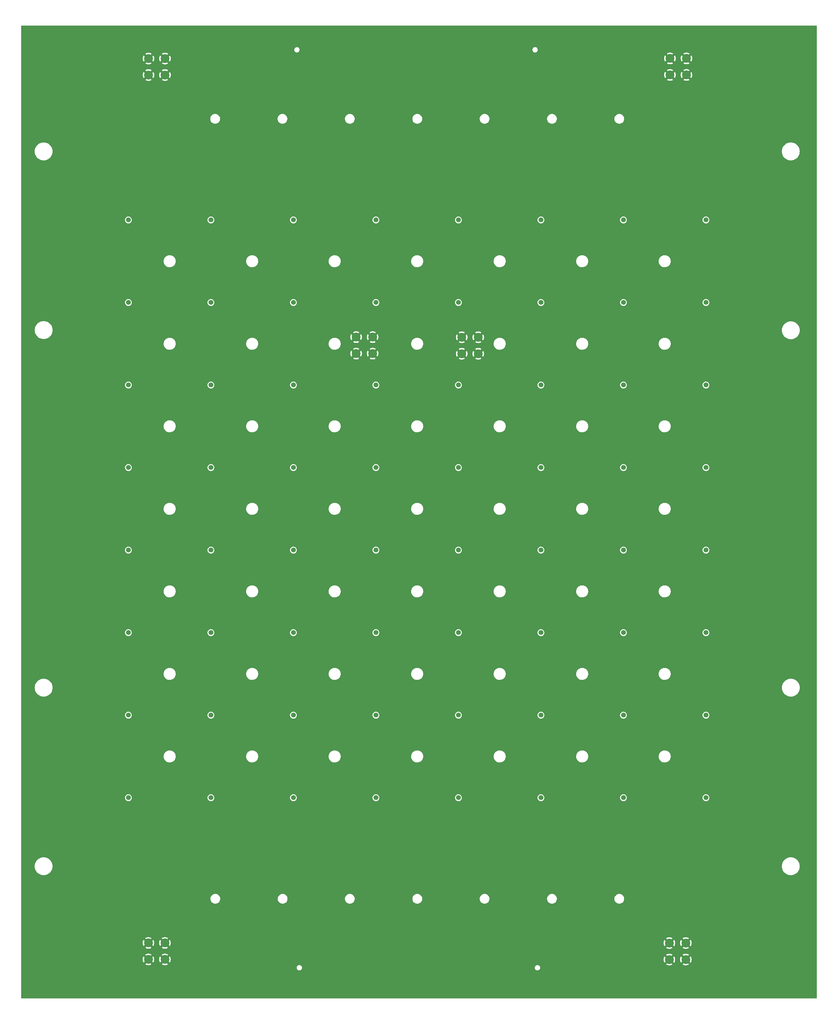
<source format=gbr>
%TF.GenerationSoftware,KiCad,Pcbnew,7.0.2*%
%TF.CreationDate,2023-05-22T19:30:06+02:00*%
%TF.ProjectId,Board2 - Housing and Samtech,426f6172-6432-4202-9d20-486f7573696e,rev?*%
%TF.SameCoordinates,Original*%
%TF.FileFunction,Copper,L1,Top*%
%TF.FilePolarity,Positive*%
%FSLAX46Y46*%
G04 Gerber Fmt 4.6, Leading zero omitted, Abs format (unit mm)*
G04 Created by KiCad (PCBNEW 7.0.2) date 2023-05-22 19:30:06*
%MOMM*%
%LPD*%
G01*
G04 APERTURE LIST*
%TA.AperFunction,ComponentPad*%
%ADD10C,0.850000*%
%TD*%
%TA.AperFunction,SMDPad,CuDef*%
%ADD11C,1.500000*%
%TD*%
%TA.AperFunction,ComponentPad*%
%ADD12C,2.740000*%
%TD*%
%TA.AperFunction,ViaPad*%
%ADD13C,0.800000*%
%TD*%
G04 APERTURE END LIST*
D10*
%TO.P,U42,1,Pin_1*%
%TO.N,/f2*%
X324256400Y-146837400D03*
D11*
X324256400Y-146837400D03*
%TD*%
D10*
%TO.P,U63,1,Pin_1*%
%TO.N,/h7*%
X375056400Y-273837400D03*
D11*
X375056400Y-273837400D03*
%TD*%
D10*
%TO.P,U35,1,Pin_1*%
%TO.N,/e3*%
X298856400Y-172237400D03*
D11*
X298856400Y-172237400D03*
%TD*%
D10*
%TO.P,U46,1,Pin_1*%
%TO.N,/f6*%
X324256400Y-248437400D03*
D11*
X324256400Y-248437400D03*
%TD*%
D10*
%TO.P,U10,1,Pin_1*%
%TO.N,/b2*%
X222656400Y-146837400D03*
D11*
X222656400Y-146837400D03*
%TD*%
D10*
%TO.P,U57,1,Pin_1*%
%TO.N,/h1*%
X375056400Y-121437400D03*
D11*
X375056400Y-121437400D03*
%TD*%
D10*
%TO.P,U43,1,Pin_1*%
%TO.N,/f3*%
X324256400Y-172237400D03*
D11*
X324256400Y-172237400D03*
%TD*%
D10*
%TO.P,U49,1,Pin_1*%
%TO.N,/g1*%
X349656400Y-121437400D03*
D11*
X349656400Y-121437400D03*
%TD*%
D10*
%TO.P,U11,1,Pin_1*%
%TO.N,/b3*%
X222656400Y-172237400D03*
D11*
X222656400Y-172237400D03*
%TD*%
D10*
%TO.P,U9,1,Pin_1*%
%TO.N,/b1*%
X222656400Y-121437400D03*
D11*
X222656400Y-121437400D03*
%TD*%
D10*
%TO.P,U53,1,Pin_1*%
%TO.N,/g5*%
X349656400Y-223037400D03*
D11*
X349656400Y-223037400D03*
%TD*%
D10*
%TO.P,U32,1,Pin_1*%
%TO.N,/d8*%
X273456400Y-299237400D03*
D11*
X273456400Y-299237400D03*
%TD*%
D10*
%TO.P,U36,1,Pin_1*%
%TO.N,/e4*%
X298856400Y-197637400D03*
D11*
X298856400Y-197637400D03*
%TD*%
D10*
%TO.P,U12,1,Pin_1*%
%TO.N,/b4*%
X222656400Y-197637400D03*
D11*
X222656400Y-197637400D03*
%TD*%
D10*
%TO.P,U2,1,Pin_1*%
%TO.N,/a2*%
X197256400Y-146837400D03*
D11*
X197256400Y-146837400D03*
%TD*%
D10*
%TO.P,U50,1,Pin_1*%
%TO.N,/g2*%
X349656400Y-146837400D03*
D11*
X349656400Y-146837400D03*
%TD*%
D10*
%TO.P,U19,1,Pin_1*%
%TO.N,/c3*%
X248056400Y-172237400D03*
D11*
X248056400Y-172237400D03*
%TD*%
D10*
%TO.P,U58,1,Pin_1*%
%TO.N,/h2*%
X375056400Y-146837400D03*
D11*
X375056400Y-146837400D03*
%TD*%
D10*
%TO.P,U15,1,Pin_1*%
%TO.N,/b7*%
X222656400Y-273837400D03*
D11*
X222656400Y-273837400D03*
%TD*%
D10*
%TO.P,U16,1,Pin_1*%
%TO.N,/b8*%
X222656400Y-299237400D03*
D11*
X222656400Y-299237400D03*
%TD*%
D10*
%TO.P,U28,1,Pin_1*%
%TO.N,/d4*%
X273456400Y-197637400D03*
D11*
X273456400Y-197637400D03*
%TD*%
D10*
%TO.P,U20,1,Pin_1*%
%TO.N,/c4*%
X248056400Y-197637400D03*
D11*
X248056400Y-197637400D03*
%TD*%
D10*
%TO.P,U18,1,Pin_1*%
%TO.N,/c2*%
X248056400Y-146837400D03*
D11*
X248056400Y-146837400D03*
%TD*%
D10*
%TO.P,U64,1,Pin_1*%
%TO.N,/h8*%
X375056400Y-299237400D03*
D11*
X375056400Y-299237400D03*
%TD*%
D10*
%TO.P,U27,1,Pin_1*%
%TO.N,/d3*%
X273456400Y-172237400D03*
D11*
X273456400Y-172237400D03*
%TD*%
D10*
%TO.P,U8,1,Pin_1*%
%TO.N,/a8*%
X197256400Y-299237400D03*
D11*
X197256400Y-299237400D03*
%TD*%
D10*
%TO.P,U51,1,Pin_1*%
%TO.N,/g3*%
X349656400Y-172237400D03*
D11*
X349656400Y-172237400D03*
%TD*%
D10*
%TO.P,U45,1,Pin_1*%
%TO.N,/f5*%
X324256400Y-223037400D03*
D11*
X324256400Y-223037400D03*
%TD*%
D10*
%TO.P,U34,1,Pin_1*%
%TO.N,/e2*%
X298856400Y-146837400D03*
D11*
X298856400Y-146837400D03*
%TD*%
D10*
%TO.P,U14,1,Pin_1*%
%TO.N,/b6*%
X222656400Y-248437400D03*
D11*
X222656400Y-248437400D03*
%TD*%
D10*
%TO.P,U47,1,Pin_1*%
%TO.N,/f7*%
X324256400Y-273837400D03*
D11*
X324256400Y-273837400D03*
%TD*%
D10*
%TO.P,U3,1,Pin_1*%
%TO.N,/a3*%
X197256400Y-172237400D03*
D11*
X197256400Y-172237400D03*
%TD*%
D10*
%TO.P,U37,1,Pin_1*%
%TO.N,/e5*%
X298856400Y-223037400D03*
D11*
X298856400Y-223037400D03*
%TD*%
D10*
%TO.P,U40,1,Pin_1*%
%TO.N,/e8*%
X298856400Y-299237400D03*
D11*
X298856400Y-299237400D03*
%TD*%
D10*
%TO.P,U52,1,Pin_1*%
%TO.N,/g4*%
X349656400Y-197637400D03*
D11*
X349656400Y-197637400D03*
%TD*%
D10*
%TO.P,U62,1,Pin_1*%
%TO.N,/h6*%
X375056400Y-248437400D03*
D11*
X375056400Y-248437400D03*
%TD*%
D10*
%TO.P,U60,1,Pin_1*%
%TO.N,/h4*%
X375056400Y-197637400D03*
D11*
X375056400Y-197637400D03*
%TD*%
D10*
%TO.P,U17,1,Pin_1*%
%TO.N,/c1*%
X248056400Y-121437400D03*
D11*
X248056400Y-121437400D03*
%TD*%
D10*
%TO.P,U54,1,Pin_1*%
%TO.N,/g6*%
X349656400Y-248437400D03*
D11*
X349656400Y-248437400D03*
%TD*%
D10*
%TO.P,U5,1,Pin_1*%
%TO.N,/a5*%
X197256400Y-223037400D03*
D11*
X197256400Y-223037400D03*
%TD*%
D10*
%TO.P,U22,1,Pin_1*%
%TO.N,/c6*%
X248056400Y-248437400D03*
D11*
X248056400Y-248437400D03*
%TD*%
D10*
%TO.P,U21,1,Pin_1*%
%TO.N,/c5*%
X248056400Y-223037400D03*
D11*
X248056400Y-223037400D03*
%TD*%
D10*
%TO.P,U41,1,Pin_1*%
%TO.N,/f1*%
X324256400Y-121437400D03*
D11*
X324256400Y-121437400D03*
%TD*%
D10*
%TO.P,U13,1,Pin_1*%
%TO.N,/b5*%
X222656400Y-223037400D03*
D11*
X222656400Y-223037400D03*
%TD*%
D10*
%TO.P,U59,1,Pin_1*%
%TO.N,/h3*%
X375056400Y-172237400D03*
D11*
X375056400Y-172237400D03*
%TD*%
D10*
%TO.P,U4,1,Pin_1*%
%TO.N,/a4*%
X197256400Y-197637400D03*
D11*
X197256400Y-197637400D03*
%TD*%
D10*
%TO.P,U29,1,Pin_1*%
%TO.N,/d5*%
X273456400Y-223037400D03*
D11*
X273456400Y-223037400D03*
%TD*%
D10*
%TO.P,U26,1,Pin_1*%
%TO.N,/d2*%
X273456400Y-146837400D03*
D11*
X273456400Y-146837400D03*
%TD*%
D10*
%TO.P,U33,1,Pin_1*%
%TO.N,/e1*%
X298856400Y-121437400D03*
D11*
X298856400Y-121437400D03*
%TD*%
D10*
%TO.P,U23,1,Pin_1*%
%TO.N,/c7*%
X248056400Y-273837400D03*
D11*
X248056400Y-273837400D03*
%TD*%
D10*
%TO.P,U7,1,Pin_1*%
%TO.N,/a7*%
X197256400Y-273837400D03*
D11*
X197256400Y-273837400D03*
%TD*%
D10*
%TO.P,U39,1,Pin_1*%
%TO.N,/e7*%
X298856400Y-273837400D03*
D11*
X298856400Y-273837400D03*
%TD*%
D10*
%TO.P,U48,1,Pin_1*%
%TO.N,/f8*%
X324256400Y-299237400D03*
D11*
X324256400Y-299237400D03*
%TD*%
D10*
%TO.P,U61,1,Pin_1*%
%TO.N,/h5*%
X375056400Y-223037400D03*
D11*
X375056400Y-223037400D03*
%TD*%
D10*
%TO.P,U24,1,Pin_1*%
%TO.N,/c8*%
X248056400Y-299237400D03*
D11*
X248056400Y-299237400D03*
%TD*%
D10*
%TO.P,U55,1,Pin_1*%
%TO.N,/g7*%
X349656400Y-273837400D03*
D11*
X349656400Y-273837400D03*
%TD*%
D10*
%TO.P,U6,1,Pin_1*%
%TO.N,/a6*%
X197256400Y-248437400D03*
D11*
X197256400Y-248437400D03*
%TD*%
D10*
%TO.P,U44,1,Pin_1*%
%TO.N,/f4*%
X324256400Y-197637400D03*
D11*
X324256400Y-197637400D03*
%TD*%
D10*
%TO.P,U31,1,Pin_1*%
%TO.N,/d7*%
X273456400Y-273837400D03*
D11*
X273456400Y-273837400D03*
%TD*%
D10*
%TO.P,U38,1,Pin_1*%
%TO.N,/e6*%
X298856400Y-248437400D03*
D11*
X298856400Y-248437400D03*
%TD*%
D10*
%TO.P,U30,1,Pin_1*%
%TO.N,/d6*%
X273456400Y-248437400D03*
D11*
X273456400Y-248437400D03*
%TD*%
D10*
%TO.P,U56,1,Pin_1*%
%TO.N,/g8*%
X349656400Y-299237400D03*
D11*
X349656400Y-299237400D03*
%TD*%
D10*
%TO.P,U1,1,Pin_1*%
%TO.N,/a1*%
X197256400Y-121437400D03*
D11*
X197256400Y-121437400D03*
%TD*%
D10*
%TO.P,U25,1,Pin_1*%
%TO.N,/d1*%
X273456400Y-121437400D03*
D11*
X273456400Y-121437400D03*
%TD*%
D12*
%TO.P,REF\u002A\u002A,2*%
%TO.N,GND*%
X208490000Y-349000000D03*
X208490000Y-343920000D03*
X203410000Y-349000000D03*
X203410000Y-343920000D03*
%TD*%
%TO.P,REF\u002A\u002A,2*%
%TO.N,GND*%
X369060000Y-76810000D03*
X369060000Y-71730000D03*
X363980000Y-76810000D03*
X363980000Y-71730000D03*
%TD*%
%TO.P,REF\u002A\u002A,2*%
%TO.N,GND*%
X304960000Y-162620000D03*
X304960000Y-157540000D03*
X299880000Y-162620000D03*
X299880000Y-157540000D03*
%TD*%
%TO.P,REF\u002A\u002A,2*%
%TO.N,GND*%
X272450000Y-162570000D03*
X272450000Y-157490000D03*
X267370000Y-162570000D03*
X267370000Y-157490000D03*
%TD*%
%TO.P,REF\u002A\u002A,2*%
%TO.N,GND*%
X208520000Y-76840000D03*
X208520000Y-71760000D03*
X203440000Y-76840000D03*
X203440000Y-71760000D03*
%TD*%
%TO.P,REF\u002A\u002A,2*%
%TO.N,GND*%
X368850000Y-349030000D03*
X368850000Y-343950000D03*
X363770000Y-349030000D03*
X363770000Y-343950000D03*
%TD*%
D13*
%TO.N,GND*%
X211406400Y-100472580D03*
X245906400Y-160714120D03*
X383906400Y-320177020D03*
X355156400Y-210324800D03*
X248781400Y-235130140D03*
X372406400Y-235130140D03*
X335031400Y-320177020D03*
X179781400Y-171344980D03*
X383906400Y-100472580D03*
X329281400Y-352069400D03*
X266031400Y-284740820D03*
X371406400Y-100472580D03*
X221031400Y-320177020D03*
X392531400Y-150083260D03*
X289031400Y-352069400D03*
X217156400Y-259935480D03*
X179781400Y-330807880D03*
X204281400Y-320177020D03*
X293406400Y-235130140D03*
X392531400Y-249304620D03*
X179781400Y-181975840D03*
X245906400Y-320177020D03*
X358031400Y-160714120D03*
X349406400Y-259935480D03*
X392531400Y-160714120D03*
X245906400Y-352069400D03*
X217156400Y-100472580D03*
X188406400Y-284740820D03*
X332156400Y-320177020D03*
X199906400Y-135908780D03*
X221031400Y-100472580D03*
X355156400Y-235130140D03*
X202781400Y-185519460D03*
X337906400Y-320177020D03*
X254531400Y-68580000D03*
X381031400Y-185519460D03*
X372406400Y-259935480D03*
X182656400Y-185519460D03*
X392531400Y-157170500D03*
X245906400Y-100472580D03*
X220031400Y-210324800D03*
X306281400Y-284740820D03*
X197031400Y-100472580D03*
X355156400Y-135908780D03*
X281391479Y-80860000D03*
X290991479Y-80860000D03*
X352281400Y-352069400D03*
X251656400Y-352069400D03*
X329281400Y-210324800D03*
X358031400Y-235130140D03*
X378156400Y-352069400D03*
X349406400Y-235130140D03*
X179781400Y-316633400D03*
X297656400Y-68580000D03*
X392531400Y-245761000D03*
X289031400Y-235130140D03*
X392531400Y-327264260D03*
X266031400Y-235130140D03*
X199906400Y-235130140D03*
X240156400Y-100472580D03*
X205656400Y-352069400D03*
X392531400Y-206781180D03*
X303406400Y-135908780D03*
X297656400Y-185519460D03*
X179781400Y-139452400D03*
X392531400Y-220955660D03*
X199906400Y-210324800D03*
X392531400Y-295371680D03*
X392531400Y-203237560D03*
X182656400Y-100472580D03*
X243031400Y-320177020D03*
X392531400Y-128821540D03*
X378156400Y-68580000D03*
X392531400Y-139452400D03*
X228656400Y-210324800D03*
X237281400Y-320177020D03*
X220031400Y-185519460D03*
X257406400Y-284740820D03*
X179781400Y-249304620D03*
X275156400Y-320177020D03*
X268906400Y-185519460D03*
X392531400Y-313089780D03*
X179781400Y-135908780D03*
X363781400Y-100472580D03*
X309156400Y-352069400D03*
X248781400Y-185519460D03*
X297656400Y-210324800D03*
X271781400Y-210324800D03*
X191281400Y-135908780D03*
X306281400Y-259935480D03*
X179781400Y-199693940D03*
X386781400Y-160714120D03*
X271781400Y-135908780D03*
X253656400Y-135908780D03*
X314906400Y-284740820D03*
X185531400Y-100472580D03*
X392531400Y-252848240D03*
X284591479Y-80860000D03*
X228656400Y-352069400D03*
X217156400Y-352069400D03*
X381031400Y-320177020D03*
X217156400Y-320177020D03*
X392531400Y-291828060D03*
X323531400Y-135908780D03*
X318781400Y-135908780D03*
X329281400Y-235130140D03*
X185531400Y-284740820D03*
X214281400Y-210324800D03*
X310270000Y-100470000D03*
X368031400Y-320177020D03*
X274656400Y-284740820D03*
X188406400Y-320177020D03*
X197031400Y-320177020D03*
X266031400Y-352069400D03*
X366656400Y-135908780D03*
X312550000Y-100472580D03*
X248781400Y-259935480D03*
X326406400Y-100472580D03*
X271781400Y-259935480D03*
X245906400Y-284740820D03*
X205656400Y-284740820D03*
X340781400Y-160714120D03*
X208531400Y-100472580D03*
X179781400Y-118190680D03*
X352281400Y-210324800D03*
X386781400Y-284740820D03*
X326406400Y-259935480D03*
X306281400Y-68580000D03*
X260281400Y-352069400D03*
X392531400Y-334351500D03*
X315406400Y-100472580D03*
X289031400Y-100472580D03*
X179781400Y-337895120D03*
X202781400Y-259935480D03*
X392531400Y-274109960D03*
X372406400Y-210324800D03*
X231531400Y-284740820D03*
X303406400Y-235130140D03*
X197031400Y-259935480D03*
X297656400Y-235130140D03*
X243031400Y-210324800D03*
X268906400Y-352069400D03*
X300531400Y-284740820D03*
X222906400Y-259935480D03*
X294191479Y-80860000D03*
X322531400Y-320177020D03*
X231531400Y-259935480D03*
X352281400Y-235130140D03*
X283281400Y-185519460D03*
X392531400Y-89841720D03*
X392531400Y-330807880D03*
X200906400Y-320177020D03*
X355156400Y-259935480D03*
X179781400Y-86298100D03*
X369531400Y-185519460D03*
X214281400Y-160714120D03*
X314906400Y-185519460D03*
X240156400Y-160714120D03*
X306281400Y-135908780D03*
X309156400Y-259935480D03*
X248781400Y-210324800D03*
X214281400Y-259935480D03*
X349406400Y-210324800D03*
X392531400Y-121734300D03*
X257406400Y-259935480D03*
X268906400Y-100472580D03*
X248781400Y-160714120D03*
X369531400Y-259935480D03*
X392531400Y-228042900D03*
X306281400Y-100472580D03*
X274656400Y-259935480D03*
X263156400Y-259935480D03*
X392531400Y-213868420D03*
X179781400Y-217412040D03*
X248781400Y-135908780D03*
X179781400Y-107559820D03*
X332156400Y-352069400D03*
X366656400Y-259935480D03*
X297656400Y-259935480D03*
X366656400Y-160714120D03*
X351281400Y-320177020D03*
X243031400Y-284740820D03*
X279031400Y-235130140D03*
X179781400Y-142996020D03*
X369531400Y-160714120D03*
X217156400Y-284740820D03*
X314906400Y-259935480D03*
X368031400Y-100472580D03*
X375281400Y-259935480D03*
X280406400Y-352069400D03*
X179781400Y-238673760D03*
X375281400Y-352069400D03*
X179781400Y-132365160D03*
X277531400Y-352069400D03*
X358031400Y-320177020D03*
X287721321Y-338860000D03*
X392531400Y-323720640D03*
X256906400Y-320177020D03*
X314906400Y-210324800D03*
X289031400Y-259935480D03*
X179781400Y-104016200D03*
X179781400Y-100472580D03*
X392531400Y-153626880D03*
X309156400Y-210324800D03*
X309156400Y-135908780D03*
X268906400Y-135908780D03*
X268906400Y-259935480D03*
X208531400Y-352069400D03*
X389656400Y-259935480D03*
X343656400Y-235130140D03*
X257406400Y-185519460D03*
X185531400Y-210324800D03*
X322531400Y-100472580D03*
X283281400Y-235130140D03*
X326406400Y-135908780D03*
X360906400Y-100472580D03*
X179781400Y-274109960D03*
X392531400Y-118190680D03*
X381031400Y-352069400D03*
X366656400Y-284740820D03*
X343656400Y-259935480D03*
X332156400Y-210324800D03*
X283281400Y-160714120D03*
X355156400Y-352069400D03*
X279031400Y-284740820D03*
X234406400Y-68580000D03*
X179781400Y-192606700D03*
X335031400Y-68580000D03*
X179781400Y-89841720D03*
X303406400Y-284740820D03*
X286156400Y-100472580D03*
X358031400Y-100472580D03*
X179781400Y-245761000D03*
X197031400Y-352069400D03*
X191281400Y-284740820D03*
X389656400Y-210324800D03*
X214281400Y-352069400D03*
X231531400Y-160714120D03*
X217156400Y-68580000D03*
X289031400Y-284740820D03*
X243031400Y-160714120D03*
X257406400Y-210324800D03*
X381031400Y-284740820D03*
X392531400Y-259935480D03*
X360906400Y-68580000D03*
X205656400Y-259935480D03*
X202781400Y-160714120D03*
X369531400Y-284740820D03*
X351281400Y-100472580D03*
X179781400Y-270566340D03*
X179781400Y-242217380D03*
X217156400Y-235130140D03*
X179781400Y-160714120D03*
X366656400Y-352069400D03*
X294121321Y-338860000D03*
X222906400Y-135908780D03*
X243031400Y-259935480D03*
X332156400Y-160714120D03*
X392531400Y-171344980D03*
X343656400Y-68580000D03*
X222906400Y-284740820D03*
X228656400Y-284740820D03*
X185531400Y-135908780D03*
X340781400Y-235130140D03*
X179781400Y-153626880D03*
X263156400Y-68580000D03*
X268906400Y-284740820D03*
X314906400Y-135908780D03*
X179781400Y-231586520D03*
X358031400Y-284740820D03*
X352281400Y-284740820D03*
X392531400Y-178432220D03*
X317781400Y-100472580D03*
X182656400Y-135908780D03*
X179781400Y-206781180D03*
X314906400Y-68580000D03*
X222906400Y-160714120D03*
X392531400Y-306002540D03*
X191281400Y-68580000D03*
X179781400Y-185519460D03*
X245906400Y-259935480D03*
X366656400Y-185519460D03*
X392531400Y-298915300D03*
X309156400Y-160714120D03*
X259730000Y-320177020D03*
X214281400Y-185519460D03*
X194156400Y-352069400D03*
X243031400Y-135908780D03*
X293406400Y-100472580D03*
X375281400Y-185519460D03*
X191281400Y-210324800D03*
X182656400Y-320177020D03*
X254531400Y-352069400D03*
X329281400Y-259935480D03*
X191281400Y-259935480D03*
X337906400Y-352069400D03*
X310220000Y-320200000D03*
X225781400Y-100472580D03*
X188406400Y-235130140D03*
X332156400Y-135908780D03*
X332156400Y-284740820D03*
X278906400Y-320177020D03*
X392531400Y-82754480D03*
X197031400Y-185519460D03*
X343656400Y-210324800D03*
X317781400Y-320177020D03*
X293406400Y-210324800D03*
X228656400Y-185519460D03*
X300531400Y-320177020D03*
X179781400Y-267022720D03*
X256906400Y-100472580D03*
X199906400Y-185519460D03*
X257406400Y-160714120D03*
X332156400Y-259935480D03*
X234406400Y-352069400D03*
X392531400Y-146539640D03*
X392531400Y-217412040D03*
X231531400Y-100472580D03*
X372406400Y-160714120D03*
X369531400Y-235130140D03*
X179781400Y-128821540D03*
X284521321Y-338860000D03*
X309156400Y-235130140D03*
X389656400Y-185519460D03*
X389656400Y-160714120D03*
X323531400Y-160714120D03*
X179781400Y-320177020D03*
X281321321Y-338860000D03*
X371406400Y-320177020D03*
X297156400Y-100472580D03*
X200906400Y-100472580D03*
X254531400Y-100472580D03*
X202781400Y-235130140D03*
X372406400Y-352069400D03*
X386781400Y-210324800D03*
X386781400Y-259935480D03*
X318781400Y-160714120D03*
X205656400Y-235130140D03*
X262100000Y-100470000D03*
X220031400Y-352069400D03*
X197031400Y-135908780D03*
X386781400Y-135908780D03*
X274656400Y-210324800D03*
X278906400Y-100472580D03*
X383906400Y-284740820D03*
X360906400Y-352069400D03*
X297656400Y-284740820D03*
X188406400Y-259935480D03*
X220031400Y-160714120D03*
X234406400Y-100472580D03*
X179781400Y-164257740D03*
X306281400Y-185519460D03*
X352281400Y-185519460D03*
X283281400Y-135908780D03*
X366656400Y-210324800D03*
X263156400Y-235130140D03*
X179781400Y-125277920D03*
X179781400Y-295371680D03*
X383906400Y-135908780D03*
X199906400Y-160714120D03*
X349406400Y-284740820D03*
X266031400Y-185519460D03*
X375281400Y-135908780D03*
X245906400Y-210324800D03*
X240156400Y-210324800D03*
X392531400Y-104016200D03*
X383906400Y-160714120D03*
X205656400Y-160714120D03*
X300531400Y-185519460D03*
X197031400Y-284740820D03*
X375281400Y-284740820D03*
X329281400Y-284740820D03*
X240156400Y-235130140D03*
X312031400Y-352069400D03*
X335031400Y-352069400D03*
X300531400Y-235130140D03*
X293406400Y-284740820D03*
X309156400Y-284740820D03*
X248781400Y-284740820D03*
X254531400Y-320177020D03*
X253656400Y-235130140D03*
X346531400Y-100472580D03*
X340781400Y-100472580D03*
X392531400Y-196150320D03*
X358031400Y-259935480D03*
X253656400Y-185519460D03*
X286156400Y-320177020D03*
X271781400Y-185519460D03*
X340781400Y-135908780D03*
X220031400Y-235130140D03*
X381031400Y-235130140D03*
X392531400Y-309546160D03*
X197031400Y-160714120D03*
X286191479Y-80860000D03*
X306281400Y-235130140D03*
X326406400Y-352069400D03*
X329281400Y-100472580D03*
X263156400Y-284740820D03*
X392531400Y-107559820D03*
X340781400Y-352069400D03*
X303406400Y-210324800D03*
X352281400Y-68580000D03*
X249781400Y-320177020D03*
X271781400Y-284740820D03*
X202781400Y-210324800D03*
X279031400Y-185519460D03*
X383906400Y-185519460D03*
X220031400Y-135908780D03*
X289031400Y-320177020D03*
X208531400Y-68580000D03*
X179781400Y-323720640D03*
X179781400Y-189063080D03*
X185531400Y-185519460D03*
X287791479Y-80860000D03*
X300531400Y-135908780D03*
X346531400Y-320177020D03*
X381031400Y-259935480D03*
X323531400Y-235130140D03*
X366656400Y-235130140D03*
X389656400Y-284740820D03*
X179781400Y-174888600D03*
X346531400Y-352069400D03*
X179781400Y-150083260D03*
X240156400Y-185519460D03*
X279721321Y-338860000D03*
X392531400Y-284740820D03*
X392531400Y-86298100D03*
X279791479Y-80860000D03*
X383906400Y-235130140D03*
X266031400Y-259935480D03*
X228656400Y-235130140D03*
X369531400Y-68580000D03*
X381031400Y-135908780D03*
X271781400Y-68580000D03*
X314906400Y-352069400D03*
X278121321Y-338860000D03*
X292591479Y-80860000D03*
X220031400Y-259935480D03*
X292521321Y-338860000D03*
X343656400Y-160714120D03*
X271781400Y-320177020D03*
X231531400Y-320177020D03*
X217156400Y-160714120D03*
X392531400Y-238673760D03*
X185531400Y-259935480D03*
X300531400Y-259935480D03*
X231531400Y-185519460D03*
X386781400Y-320177020D03*
X349406400Y-352069400D03*
X179781400Y-111103440D03*
X355156400Y-185519460D03*
X392531400Y-277653580D03*
X375281400Y-235130140D03*
X179781400Y-210324800D03*
X199906400Y-352069400D03*
X289031400Y-68580000D03*
X243031400Y-185519460D03*
X352281400Y-135908780D03*
X326406400Y-210324800D03*
X318781400Y-210324800D03*
X179781400Y-96928960D03*
X278191479Y-80860000D03*
X204281400Y-100472580D03*
X214281400Y-235130140D03*
X283281400Y-320177020D03*
X392531400Y-100472580D03*
X179781400Y-220955660D03*
X326406400Y-185519460D03*
X214281400Y-100472580D03*
X179781400Y-252848240D03*
X214281400Y-135908780D03*
X337906400Y-100472580D03*
X392531400Y-302458920D03*
X234406400Y-320177020D03*
X355156400Y-160714120D03*
X323531400Y-259935480D03*
X222906400Y-210324800D03*
X279031400Y-210324800D03*
X314906400Y-160714120D03*
X266031400Y-320177020D03*
X243031400Y-235130140D03*
X179781400Y-259935480D03*
X372406400Y-185519460D03*
X392531400Y-125277920D03*
X297656400Y-135908780D03*
X179781400Y-213868420D03*
X263156400Y-185519460D03*
X228656400Y-160714120D03*
X253656400Y-210324800D03*
X392531400Y-185519460D03*
X318781400Y-284740820D03*
X179781400Y-82754480D03*
X263156400Y-135908780D03*
X293406400Y-185519460D03*
X375281400Y-160714120D03*
X363781400Y-352069400D03*
X188406400Y-210324800D03*
X389656400Y-135908780D03*
X202781400Y-135908780D03*
X349406400Y-185519460D03*
X188406400Y-160714120D03*
X392531400Y-96928960D03*
X179781400Y-203237560D03*
X220031400Y-284740820D03*
X266031400Y-100472580D03*
X329281400Y-135908780D03*
X245906400Y-135908780D03*
X392531400Y-263479100D03*
X320656400Y-352069400D03*
X197031400Y-210324800D03*
X282921321Y-338860000D03*
X276591479Y-80860000D03*
X199906400Y-284740820D03*
X225781400Y-320177020D03*
X179781400Y-146539640D03*
X381031400Y-160714120D03*
X211406400Y-320177020D03*
X323531400Y-210324800D03*
X355156400Y-100472580D03*
X340781400Y-320177020D03*
X340781400Y-210324800D03*
X179781400Y-228042900D03*
X389656400Y-235130140D03*
X240156400Y-259935480D03*
X372406400Y-284740820D03*
X253656400Y-284740820D03*
X217156400Y-185519460D03*
X392531400Y-164257740D03*
X262020000Y-320180000D03*
X179781400Y-167801360D03*
X179781400Y-235130140D03*
X274656400Y-352069400D03*
X363781400Y-320177020D03*
X259820000Y-100460000D03*
X199906400Y-259935480D03*
X369531400Y-352069400D03*
X332156400Y-235130140D03*
X349406400Y-135908780D03*
X314906400Y-235130140D03*
X240156400Y-284740820D03*
X291906400Y-352069400D03*
X289031400Y-135908780D03*
X268906400Y-235130140D03*
X179781400Y-309546160D03*
X300531400Y-210324800D03*
X280406400Y-68580000D03*
X335031400Y-100472580D03*
X217156400Y-210324800D03*
X179781400Y-196150320D03*
X326406400Y-320177020D03*
X231531400Y-135908780D03*
X392531400Y-316633400D03*
X323531400Y-185519460D03*
X340781400Y-185519460D03*
X222906400Y-352069400D03*
X253656400Y-160714120D03*
X289031400Y-210324800D03*
X326406400Y-284740820D03*
X179781400Y-306002540D03*
X268906400Y-210324800D03*
X188406400Y-185519460D03*
X392531400Y-132365160D03*
X249781400Y-100472580D03*
X179781400Y-93385340D03*
X293406400Y-135908780D03*
X386781400Y-235130140D03*
X352281400Y-259935480D03*
X289321321Y-338860000D03*
X214281400Y-284740820D03*
X318781400Y-235130140D03*
X179781400Y-224499280D03*
X266031400Y-135908780D03*
X392531400Y-199693940D03*
X182656400Y-235130140D03*
X340781400Y-259935480D03*
X179781400Y-298915300D03*
X392531400Y-142996020D03*
X179781400Y-178432220D03*
X199906400Y-68580000D03*
X381031400Y-210324800D03*
X300531400Y-352069400D03*
X375281400Y-210324800D03*
X275156400Y-100472580D03*
X381031400Y-100472580D03*
X263156400Y-160714120D03*
X392531400Y-231586520D03*
X358031400Y-135908780D03*
X297656400Y-352069400D03*
X315406400Y-320177020D03*
X306281400Y-210324800D03*
X369531400Y-210324800D03*
X191281400Y-320177020D03*
X245906400Y-185519460D03*
X231531400Y-352069400D03*
X253656400Y-259935480D03*
X191281400Y-235130140D03*
X243031400Y-352069400D03*
X392531400Y-224499280D03*
X202781400Y-352069400D03*
X392531400Y-281197200D03*
X303406400Y-320177020D03*
X208531400Y-320177020D03*
X182656400Y-259935480D03*
X231531400Y-235130140D03*
X392531400Y-174888600D03*
X293406400Y-160714120D03*
X326406400Y-160714120D03*
X188406400Y-135908780D03*
X222906400Y-235130140D03*
X293406400Y-320177020D03*
X188406400Y-100472580D03*
X343656400Y-352069400D03*
X323531400Y-284740820D03*
X392531400Y-181975840D03*
X263156400Y-352069400D03*
X293406400Y-259935480D03*
X318781400Y-259935480D03*
X392531400Y-192606700D03*
X185531400Y-235130140D03*
X214281400Y-320177020D03*
X231531400Y-210324800D03*
X303406400Y-352069400D03*
X317781400Y-352069400D03*
X332156400Y-185519460D03*
X329281400Y-185519460D03*
X369531400Y-135908780D03*
X392531400Y-167801360D03*
X222906400Y-185519460D03*
X295721321Y-338860000D03*
X182656400Y-284740820D03*
X286121321Y-338860000D03*
X372406400Y-135908780D03*
X268906400Y-320177020D03*
X392531400Y-235130140D03*
X340781400Y-284740820D03*
X279031400Y-135908780D03*
X271781400Y-235130140D03*
X303406400Y-185519460D03*
X182656400Y-210324800D03*
X392531400Y-210324800D03*
X243031400Y-100472580D03*
X383906400Y-210324800D03*
X283281400Y-210324800D03*
X205656400Y-210324800D03*
X355156400Y-320177020D03*
X349406400Y-160714120D03*
X263156400Y-210324800D03*
X329281400Y-320177020D03*
X343656400Y-135908780D03*
X358031400Y-210324800D03*
X392531400Y-242217380D03*
X179781400Y-288284440D03*
X358031400Y-352069400D03*
X392531400Y-320177020D03*
X306281400Y-352069400D03*
X202781400Y-284740820D03*
X225781400Y-68580000D03*
X228656400Y-135908780D03*
X389656400Y-320177020D03*
X179781400Y-277653580D03*
X191281400Y-160714120D03*
X297156400Y-320177020D03*
X266031400Y-210324800D03*
X392531400Y-135908780D03*
X185531400Y-160714120D03*
X205656400Y-185519460D03*
X225781400Y-352069400D03*
X179781400Y-327264260D03*
X375281400Y-320177020D03*
X392531400Y-114647060D03*
X179781400Y-256391860D03*
X257406400Y-352069400D03*
X286156400Y-352069400D03*
X383906400Y-259935480D03*
X329281400Y-160714120D03*
X283281400Y-259935480D03*
X274656400Y-135908780D03*
X179781400Y-284740820D03*
X306281400Y-320177020D03*
X271781400Y-352069400D03*
X283281400Y-284740820D03*
X185531400Y-320177020D03*
X392531400Y-337895120D03*
X271781400Y-100472580D03*
X279031400Y-160714120D03*
X274656400Y-185519460D03*
X282991479Y-80860000D03*
X343656400Y-185519460D03*
X386781400Y-100472580D03*
X312520000Y-320177020D03*
X179781400Y-313089780D03*
X191281400Y-185519460D03*
X389656400Y-100472580D03*
X245906400Y-235130140D03*
X294781400Y-352069400D03*
X228656400Y-259935480D03*
X289391479Y-80860000D03*
X179781400Y-302458920D03*
X352281400Y-160714120D03*
X343656400Y-284740820D03*
X289031400Y-185519460D03*
X240156400Y-135908780D03*
X355156400Y-284740820D03*
X283281400Y-100472580D03*
X392531400Y-111103440D03*
X257406400Y-235130140D03*
X360906400Y-320177020D03*
X392531400Y-93385340D03*
X279031400Y-259935480D03*
X318781400Y-185519460D03*
X191281400Y-352069400D03*
X392531400Y-189063080D03*
X182656400Y-160714120D03*
X326406400Y-68580000D03*
X237281400Y-352069400D03*
X358031400Y-185519460D03*
X309156400Y-185519460D03*
X274656400Y-235130140D03*
X392531400Y-270566340D03*
X240156400Y-352069400D03*
X191281400Y-100472580D03*
X326406400Y-235130140D03*
X392531400Y-267022720D03*
X392531400Y-256391860D03*
X197031400Y-235130140D03*
X375281400Y-100472580D03*
X243031400Y-68580000D03*
X303406400Y-259935480D03*
X205656400Y-135908780D03*
X179781400Y-121734300D03*
X303406400Y-100472580D03*
X179781400Y-334351500D03*
X179781400Y-263479100D03*
X290921321Y-338860000D03*
X237281400Y-100472580D03*
X300531400Y-100472580D03*
X211406400Y-352069400D03*
X179781400Y-157170500D03*
X257406400Y-135908780D03*
X179781400Y-291828060D03*
X283281400Y-352069400D03*
X392531400Y-288284440D03*
X386781400Y-185519460D03*
X217156400Y-135908780D03*
X179781400Y-114647060D03*
X179781400Y-281197200D03*
X289031400Y-160714120D03*
%TD*%
%TA.AperFunction,Conductor*%
%TO.N,GND*%
G36*
X409169552Y-61616477D02*
G01*
X409172979Y-61624750D01*
X409172979Y-360964750D01*
X409169552Y-360973023D01*
X409161279Y-360976450D01*
X164278879Y-360976450D01*
X164270606Y-360973023D01*
X164267179Y-360964750D01*
X164267179Y-351569399D01*
X249050660Y-351569399D01*
X249071236Y-351752014D01*
X249131930Y-351925467D01*
X249131931Y-351925469D01*
X249131932Y-351925471D01*
X249229703Y-352081073D01*
X249359648Y-352211018D01*
X249515250Y-352308789D01*
X249515253Y-352308790D01*
X249688706Y-352369484D01*
X249729119Y-352374037D01*
X249825525Y-352384900D01*
X249825849Y-352384900D01*
X249916793Y-352384900D01*
X249917117Y-352384900D01*
X250053935Y-352369484D01*
X250227392Y-352308789D01*
X250382994Y-352211018D01*
X250512939Y-352081073D01*
X250610710Y-351925471D01*
X250671405Y-351752014D01*
X250691981Y-351569400D01*
X322350660Y-351569400D01*
X322371236Y-351752014D01*
X322431930Y-351925467D01*
X322431931Y-351925469D01*
X322431932Y-351925471D01*
X322529703Y-352081073D01*
X322659648Y-352211018D01*
X322815250Y-352308789D01*
X322815253Y-352308790D01*
X322988706Y-352369484D01*
X323029119Y-352374037D01*
X323125525Y-352384900D01*
X323125849Y-352384900D01*
X323216793Y-352384900D01*
X323217117Y-352384900D01*
X323353935Y-352369484D01*
X323527392Y-352308789D01*
X323682994Y-352211018D01*
X323812939Y-352081073D01*
X323910710Y-351925471D01*
X323971405Y-351752014D01*
X323991981Y-351569400D01*
X323971405Y-351386786D01*
X323910710Y-351213329D01*
X323812939Y-351057727D01*
X323682994Y-350927782D01*
X323527392Y-350830011D01*
X323527390Y-350830010D01*
X323527388Y-350830009D01*
X323353935Y-350769315D01*
X323217442Y-350753936D01*
X323217431Y-350753935D01*
X323217117Y-350753900D01*
X323125525Y-350753900D01*
X323125211Y-350753935D01*
X323125199Y-350753936D01*
X322988706Y-350769315D01*
X322815253Y-350830009D01*
X322659645Y-350927784D01*
X322529705Y-351057724D01*
X322431930Y-351213332D01*
X322371236Y-351386785D01*
X322350660Y-351569400D01*
X250691981Y-351569400D01*
X250671405Y-351386786D01*
X250610710Y-351213329D01*
X250512939Y-351057727D01*
X250382994Y-350927782D01*
X250227392Y-350830011D01*
X250227390Y-350830010D01*
X250227388Y-350830009D01*
X250053935Y-350769315D01*
X249917442Y-350753936D01*
X249917431Y-350753935D01*
X249917117Y-350753900D01*
X249825525Y-350753900D01*
X249825211Y-350753935D01*
X249825199Y-350753936D01*
X249688706Y-350769315D01*
X249515253Y-350830009D01*
X249359645Y-350927784D01*
X249229705Y-351057724D01*
X249131930Y-351213332D01*
X249071236Y-351386785D01*
X249050660Y-351569399D01*
X164267179Y-351569399D01*
X164267179Y-349000000D01*
X201628618Y-349000000D01*
X201648515Y-349265497D01*
X201707761Y-349525074D01*
X201805028Y-349772907D01*
X201912364Y-349958819D01*
X202601726Y-349269457D01*
X202614873Y-349316808D01*
X202701567Y-349480330D01*
X202821386Y-349621392D01*
X202968729Y-349733399D01*
X203136704Y-349811112D01*
X203137522Y-349811292D01*
X202451991Y-350496822D01*
X202451991Y-350496823D01*
X202519313Y-350542723D01*
X202759185Y-350658240D01*
X203013606Y-350736718D01*
X203276875Y-350776400D01*
X203543125Y-350776400D01*
X203806393Y-350736718D01*
X204060814Y-350658240D01*
X204300687Y-350542723D01*
X204368008Y-350496824D01*
X204368008Y-350496823D01*
X203678588Y-349807403D01*
X203769390Y-349776809D01*
X203927979Y-349681390D01*
X204062347Y-349554109D01*
X204166213Y-349400919D01*
X204218501Y-349269686D01*
X204907635Y-349958820D01*
X205014971Y-349772907D01*
X205112238Y-349525074D01*
X205171484Y-349265497D01*
X205191381Y-349000000D01*
X206708618Y-349000000D01*
X206728515Y-349265497D01*
X206787761Y-349525074D01*
X206885028Y-349772907D01*
X206992364Y-349958819D01*
X207681725Y-349269457D01*
X207694873Y-349316808D01*
X207781567Y-349480330D01*
X207901386Y-349621392D01*
X208048729Y-349733399D01*
X208216704Y-349811112D01*
X208217522Y-349811292D01*
X207531991Y-350496822D01*
X207531991Y-350496823D01*
X207599313Y-350542723D01*
X207839185Y-350658240D01*
X208093606Y-350736718D01*
X208356875Y-350776400D01*
X208623125Y-350776400D01*
X208886393Y-350736718D01*
X209140814Y-350658240D01*
X209380687Y-350542723D01*
X209448008Y-350496824D01*
X209448008Y-350496823D01*
X208758588Y-349807403D01*
X208849390Y-349776809D01*
X209007979Y-349681390D01*
X209142347Y-349554109D01*
X209246213Y-349400919D01*
X209298501Y-349269686D01*
X209987635Y-349958820D01*
X210094971Y-349772907D01*
X210192238Y-349525074D01*
X210251484Y-349265497D01*
X210269133Y-349030000D01*
X361988618Y-349030000D01*
X362008515Y-349295497D01*
X362067761Y-349555074D01*
X362165028Y-349802907D01*
X362272364Y-349988819D01*
X362961726Y-349299458D01*
X362974873Y-349346808D01*
X363061567Y-349510330D01*
X363181386Y-349651392D01*
X363328729Y-349763399D01*
X363496704Y-349841112D01*
X363497522Y-349841292D01*
X362811991Y-350526822D01*
X362811991Y-350526823D01*
X362879313Y-350572723D01*
X363119185Y-350688240D01*
X363373606Y-350766718D01*
X363636875Y-350806400D01*
X363903125Y-350806400D01*
X364166393Y-350766718D01*
X364420814Y-350688240D01*
X364660687Y-350572723D01*
X364728008Y-350526824D01*
X364728008Y-350526823D01*
X364038588Y-349837403D01*
X364129390Y-349806809D01*
X364287979Y-349711390D01*
X364422347Y-349584109D01*
X364526213Y-349430919D01*
X364578501Y-349299685D01*
X365267635Y-349988820D01*
X365374971Y-349802907D01*
X365472238Y-349555074D01*
X365531484Y-349295497D01*
X365551381Y-349030000D01*
X367068618Y-349030000D01*
X367088515Y-349295497D01*
X367147761Y-349555074D01*
X367245028Y-349802907D01*
X367352364Y-349988819D01*
X368041726Y-349299458D01*
X368054873Y-349346808D01*
X368141567Y-349510330D01*
X368261386Y-349651392D01*
X368408729Y-349763399D01*
X368576704Y-349841112D01*
X368577522Y-349841292D01*
X367891991Y-350526822D01*
X367891991Y-350526823D01*
X367959313Y-350572723D01*
X368199185Y-350688240D01*
X368453606Y-350766718D01*
X368716875Y-350806400D01*
X368983125Y-350806400D01*
X369246393Y-350766718D01*
X369500814Y-350688240D01*
X369740687Y-350572723D01*
X369808008Y-350526824D01*
X369808008Y-350526823D01*
X369118588Y-349837403D01*
X369209390Y-349806809D01*
X369367979Y-349711390D01*
X369502347Y-349584109D01*
X369606213Y-349430919D01*
X369658501Y-349299686D01*
X370347635Y-349988820D01*
X370454971Y-349802907D01*
X370552238Y-349555074D01*
X370611484Y-349295497D01*
X370631381Y-349030000D01*
X370611484Y-348764502D01*
X370552238Y-348504925D01*
X370454971Y-348257092D01*
X370347634Y-348071179D01*
X369658273Y-348760539D01*
X369645127Y-348713192D01*
X369558433Y-348549670D01*
X369438614Y-348408608D01*
X369291271Y-348296601D01*
X369123296Y-348218888D01*
X369122475Y-348218707D01*
X369808008Y-347533175D01*
X369808008Y-347533174D01*
X369740687Y-347487276D01*
X369500814Y-347371759D01*
X369246393Y-347293281D01*
X368983125Y-347253600D01*
X368716875Y-347253600D01*
X368453606Y-347293281D01*
X368199185Y-347371759D01*
X367959313Y-347487276D01*
X367891991Y-347533175D01*
X367891991Y-347533176D01*
X368581411Y-348222596D01*
X368490610Y-348253191D01*
X368332021Y-348348610D01*
X368197653Y-348475891D01*
X368093787Y-348629081D01*
X368041498Y-348760313D01*
X367352364Y-348071179D01*
X367245028Y-348257092D01*
X367147761Y-348504925D01*
X367088515Y-348764502D01*
X367068618Y-349030000D01*
X365551381Y-349030000D01*
X365531484Y-348764502D01*
X365472238Y-348504925D01*
X365374971Y-348257092D01*
X365267634Y-348071179D01*
X364578273Y-348760540D01*
X364565127Y-348713192D01*
X364478433Y-348549670D01*
X364358614Y-348408608D01*
X364211271Y-348296601D01*
X364043296Y-348218888D01*
X364042475Y-348218707D01*
X364728008Y-347533175D01*
X364728008Y-347533174D01*
X364660687Y-347487276D01*
X364420814Y-347371759D01*
X364166393Y-347293281D01*
X363903125Y-347253600D01*
X363636875Y-347253600D01*
X363373606Y-347293281D01*
X363119185Y-347371759D01*
X362879313Y-347487276D01*
X362811991Y-347533175D01*
X362811991Y-347533176D01*
X363501411Y-348222596D01*
X363410610Y-348253191D01*
X363252021Y-348348610D01*
X363117653Y-348475891D01*
X363013787Y-348629081D01*
X362961498Y-348760313D01*
X362272364Y-348071179D01*
X362165028Y-348257092D01*
X362067761Y-348504925D01*
X362008515Y-348764502D01*
X361988618Y-349030000D01*
X210269133Y-349030000D01*
X210271381Y-349000000D01*
X210251484Y-348734502D01*
X210192238Y-348474925D01*
X210094971Y-348227092D01*
X209987634Y-348041179D01*
X209298273Y-348730540D01*
X209285127Y-348683192D01*
X209198433Y-348519670D01*
X209078614Y-348378608D01*
X208931271Y-348266601D01*
X208763296Y-348188888D01*
X208762475Y-348188707D01*
X209448008Y-347503175D01*
X209448008Y-347503174D01*
X209380687Y-347457276D01*
X209140814Y-347341759D01*
X208886393Y-347263281D01*
X208623125Y-347223600D01*
X208356875Y-347223600D01*
X208093606Y-347263281D01*
X207839185Y-347341759D01*
X207599313Y-347457276D01*
X207531991Y-347503175D01*
X207531991Y-347503176D01*
X208221411Y-348192596D01*
X208130610Y-348223191D01*
X207972021Y-348318610D01*
X207837653Y-348445891D01*
X207733787Y-348599081D01*
X207681498Y-348730313D01*
X206992364Y-348041179D01*
X206885028Y-348227092D01*
X206787761Y-348474925D01*
X206728515Y-348734502D01*
X206708618Y-349000000D01*
X205191381Y-349000000D01*
X205171484Y-348734502D01*
X205112238Y-348474925D01*
X205014971Y-348227092D01*
X204907634Y-348041179D01*
X204218273Y-348730540D01*
X204205127Y-348683192D01*
X204118433Y-348519670D01*
X203998614Y-348378608D01*
X203851271Y-348266601D01*
X203683296Y-348188888D01*
X203682475Y-348188707D01*
X204368008Y-347503175D01*
X204368008Y-347503174D01*
X204300687Y-347457276D01*
X204060814Y-347341759D01*
X203806393Y-347263281D01*
X203543125Y-347223600D01*
X203276875Y-347223600D01*
X203013606Y-347263281D01*
X202759185Y-347341759D01*
X202519313Y-347457276D01*
X202451991Y-347503175D01*
X202451991Y-347503176D01*
X203141411Y-348192596D01*
X203050610Y-348223191D01*
X202892021Y-348318610D01*
X202757653Y-348445891D01*
X202653787Y-348599081D01*
X202601498Y-348730313D01*
X201912364Y-348041179D01*
X201805028Y-348227092D01*
X201707761Y-348474925D01*
X201648515Y-348734502D01*
X201628618Y-349000000D01*
X164267179Y-349000000D01*
X164267179Y-343920000D01*
X201628618Y-343920000D01*
X201648515Y-344185497D01*
X201707761Y-344445074D01*
X201805028Y-344692907D01*
X201912364Y-344878819D01*
X202601725Y-344189457D01*
X202614873Y-344236808D01*
X202701567Y-344400330D01*
X202821386Y-344541392D01*
X202968729Y-344653399D01*
X203136704Y-344731112D01*
X203137522Y-344731292D01*
X202451991Y-345416822D01*
X202451991Y-345416823D01*
X202519313Y-345462723D01*
X202759185Y-345578240D01*
X203013606Y-345656718D01*
X203276875Y-345696400D01*
X203543125Y-345696400D01*
X203806393Y-345656718D01*
X204060814Y-345578240D01*
X204300687Y-345462723D01*
X204368008Y-345416824D01*
X204368008Y-345416823D01*
X203678588Y-344727403D01*
X203769390Y-344696809D01*
X203927979Y-344601390D01*
X204062347Y-344474109D01*
X204166213Y-344320919D01*
X204218501Y-344189686D01*
X204907635Y-344878820D01*
X205014971Y-344692907D01*
X205112238Y-344445074D01*
X205171484Y-344185497D01*
X205191381Y-343920000D01*
X206708618Y-343920000D01*
X206728515Y-344185497D01*
X206787761Y-344445074D01*
X206885028Y-344692907D01*
X206992364Y-344878819D01*
X207681726Y-344189457D01*
X207694873Y-344236808D01*
X207781567Y-344400330D01*
X207901386Y-344541392D01*
X208048729Y-344653399D01*
X208216704Y-344731112D01*
X208217522Y-344731292D01*
X207531991Y-345416822D01*
X207531991Y-345416823D01*
X207599313Y-345462723D01*
X207839185Y-345578240D01*
X208093606Y-345656718D01*
X208356875Y-345696400D01*
X208623125Y-345696400D01*
X208886393Y-345656718D01*
X209140814Y-345578240D01*
X209380687Y-345462723D01*
X209448008Y-345416824D01*
X209448008Y-345416823D01*
X208758588Y-344727403D01*
X208849390Y-344696809D01*
X209007979Y-344601390D01*
X209142347Y-344474109D01*
X209246213Y-344320919D01*
X209298501Y-344189686D01*
X209987635Y-344878820D01*
X210094971Y-344692907D01*
X210192238Y-344445074D01*
X210251484Y-344185497D01*
X210269133Y-343950000D01*
X361988618Y-343950000D01*
X362008515Y-344215497D01*
X362067761Y-344475074D01*
X362165028Y-344722907D01*
X362272364Y-344908819D01*
X362961725Y-344219457D01*
X362974873Y-344266808D01*
X363061567Y-344430330D01*
X363181386Y-344571392D01*
X363328729Y-344683399D01*
X363496704Y-344761112D01*
X363497522Y-344761292D01*
X362811991Y-345446822D01*
X362811991Y-345446823D01*
X362879313Y-345492723D01*
X363119185Y-345608240D01*
X363373606Y-345686718D01*
X363636875Y-345726400D01*
X363903125Y-345726400D01*
X364166393Y-345686718D01*
X364420814Y-345608240D01*
X364660687Y-345492723D01*
X364728008Y-345446824D01*
X364728008Y-345446823D01*
X364038588Y-344757403D01*
X364129390Y-344726809D01*
X364287979Y-344631390D01*
X364422347Y-344504109D01*
X364526213Y-344350919D01*
X364578501Y-344219686D01*
X365267635Y-344908820D01*
X365374971Y-344722907D01*
X365472238Y-344475074D01*
X365531484Y-344215497D01*
X365551381Y-343950000D01*
X367068618Y-343950000D01*
X367088515Y-344215497D01*
X367147761Y-344475074D01*
X367245028Y-344722907D01*
X367352364Y-344908819D01*
X368041726Y-344219458D01*
X368054873Y-344266808D01*
X368141567Y-344430330D01*
X368261386Y-344571392D01*
X368408729Y-344683399D01*
X368576704Y-344761112D01*
X368577522Y-344761292D01*
X367891991Y-345446822D01*
X367891991Y-345446823D01*
X367959313Y-345492723D01*
X368199185Y-345608240D01*
X368453606Y-345686718D01*
X368716875Y-345726400D01*
X368983125Y-345726400D01*
X369246393Y-345686718D01*
X369500814Y-345608240D01*
X369740687Y-345492723D01*
X369808008Y-345446824D01*
X369808008Y-345446823D01*
X369118588Y-344757403D01*
X369209390Y-344726809D01*
X369367979Y-344631390D01*
X369502347Y-344504109D01*
X369606213Y-344350919D01*
X369658501Y-344219686D01*
X370347635Y-344908820D01*
X370454971Y-344722907D01*
X370552238Y-344475074D01*
X370611484Y-344215497D01*
X370631381Y-343949999D01*
X370611484Y-343684502D01*
X370552238Y-343424925D01*
X370454971Y-343177092D01*
X370347634Y-342991179D01*
X369658273Y-343680540D01*
X369645127Y-343633192D01*
X369558433Y-343469670D01*
X369438614Y-343328608D01*
X369291271Y-343216601D01*
X369123296Y-343138888D01*
X369122475Y-343138707D01*
X369808008Y-342453175D01*
X369808008Y-342453174D01*
X369740687Y-342407276D01*
X369500814Y-342291759D01*
X369246393Y-342213281D01*
X368983125Y-342173600D01*
X368716875Y-342173600D01*
X368453606Y-342213281D01*
X368199185Y-342291759D01*
X367959313Y-342407276D01*
X367891991Y-342453175D01*
X367891991Y-342453176D01*
X368581411Y-343142596D01*
X368490610Y-343173191D01*
X368332021Y-343268610D01*
X368197653Y-343395891D01*
X368093787Y-343549081D01*
X368041498Y-343680313D01*
X367352364Y-342991179D01*
X367245028Y-343177092D01*
X367147761Y-343424925D01*
X367088515Y-343684502D01*
X367068618Y-343950000D01*
X365551381Y-343950000D01*
X365531484Y-343684502D01*
X365472238Y-343424925D01*
X365374971Y-343177092D01*
X365267634Y-342991179D01*
X364578273Y-343680540D01*
X364565127Y-343633192D01*
X364478433Y-343469670D01*
X364358614Y-343328608D01*
X364211271Y-343216601D01*
X364043296Y-343138888D01*
X364042475Y-343138707D01*
X364728008Y-342453175D01*
X364728008Y-342453174D01*
X364660687Y-342407276D01*
X364420814Y-342291759D01*
X364166393Y-342213281D01*
X363903125Y-342173600D01*
X363636875Y-342173600D01*
X363373606Y-342213281D01*
X363119185Y-342291759D01*
X362879313Y-342407276D01*
X362811991Y-342453175D01*
X362811991Y-342453176D01*
X363501411Y-343142596D01*
X363410610Y-343173191D01*
X363252021Y-343268610D01*
X363117653Y-343395891D01*
X363013787Y-343549081D01*
X362961498Y-343680313D01*
X362272364Y-342991179D01*
X362165028Y-343177092D01*
X362067761Y-343424925D01*
X362008515Y-343684502D01*
X361988618Y-343950000D01*
X210269133Y-343950000D01*
X210271381Y-343920000D01*
X210251484Y-343654502D01*
X210192238Y-343394925D01*
X210094971Y-343147092D01*
X209987634Y-342961179D01*
X209298273Y-343650540D01*
X209285127Y-343603192D01*
X209198433Y-343439670D01*
X209078614Y-343298608D01*
X208931271Y-343186601D01*
X208763296Y-343108888D01*
X208762475Y-343108707D01*
X209448008Y-342423175D01*
X209448008Y-342423174D01*
X209380687Y-342377276D01*
X209140814Y-342261759D01*
X208886393Y-342183281D01*
X208623125Y-342143600D01*
X208356875Y-342143600D01*
X208093606Y-342183281D01*
X207839185Y-342261759D01*
X207599313Y-342377276D01*
X207531991Y-342423175D01*
X207531991Y-342423176D01*
X208221411Y-343112596D01*
X208130610Y-343143191D01*
X207972021Y-343238610D01*
X207837653Y-343365891D01*
X207733787Y-343519081D01*
X207681498Y-343650313D01*
X206992364Y-342961179D01*
X206885028Y-343147092D01*
X206787761Y-343394925D01*
X206728515Y-343654502D01*
X206708618Y-343920000D01*
X205191381Y-343920000D01*
X205171484Y-343654502D01*
X205112238Y-343394925D01*
X205014971Y-343147092D01*
X204907634Y-342961179D01*
X204218273Y-343650539D01*
X204205127Y-343603192D01*
X204118433Y-343439670D01*
X203998614Y-343298608D01*
X203851271Y-343186601D01*
X203683296Y-343108888D01*
X203682475Y-343108707D01*
X204368008Y-342423175D01*
X204368008Y-342423174D01*
X204300687Y-342377276D01*
X204060814Y-342261759D01*
X203806393Y-342183281D01*
X203543125Y-342143600D01*
X203276875Y-342143600D01*
X203013606Y-342183281D01*
X202759185Y-342261759D01*
X202519313Y-342377276D01*
X202451991Y-342423175D01*
X202451991Y-342423176D01*
X203141411Y-343112596D01*
X203050610Y-343143191D01*
X202892021Y-343238610D01*
X202757653Y-343365891D01*
X202653787Y-343519081D01*
X202601498Y-343650313D01*
X201912364Y-342961179D01*
X201805028Y-343147092D01*
X201707761Y-343394925D01*
X201648515Y-343654502D01*
X201628618Y-343920000D01*
X164267179Y-343920000D01*
X164267179Y-330468886D01*
X222506979Y-330468886D01*
X222547907Y-330714162D01*
X222547908Y-330714164D01*
X222628651Y-330949360D01*
X222747005Y-331168059D01*
X222899741Y-331364294D01*
X222995000Y-331451986D01*
X223082693Y-331532714D01*
X223278856Y-331660872D01*
X223290872Y-331668723D01*
X223518598Y-331768613D01*
X223759658Y-331829658D01*
X223945412Y-331845050D01*
X223945654Y-331845050D01*
X224069304Y-331845050D01*
X224069546Y-331845050D01*
X224255300Y-331829658D01*
X224496360Y-331768613D01*
X224724086Y-331668723D01*
X224932264Y-331532714D01*
X225115217Y-331364294D01*
X225267953Y-331168059D01*
X225386307Y-330949360D01*
X225467050Y-330714164D01*
X225507979Y-330468886D01*
X243233379Y-330468886D01*
X243274307Y-330714162D01*
X243274308Y-330714164D01*
X243355051Y-330949360D01*
X243473405Y-331168059D01*
X243626141Y-331364294D01*
X243721400Y-331451986D01*
X243809093Y-331532714D01*
X244005256Y-331660872D01*
X244017272Y-331668723D01*
X244244998Y-331768613D01*
X244486058Y-331829658D01*
X244671812Y-331845050D01*
X244672054Y-331845050D01*
X244795704Y-331845050D01*
X244795946Y-331845050D01*
X244981700Y-331829658D01*
X245222760Y-331768613D01*
X245450486Y-331668723D01*
X245658664Y-331532714D01*
X245841617Y-331364294D01*
X245994353Y-331168059D01*
X246112707Y-330949360D01*
X246193450Y-330714164D01*
X246234379Y-330468886D01*
X263908979Y-330468886D01*
X263949907Y-330714162D01*
X263949908Y-330714164D01*
X264030651Y-330949360D01*
X264149005Y-331168059D01*
X264301741Y-331364294D01*
X264397000Y-331451986D01*
X264484693Y-331532714D01*
X264680856Y-331660872D01*
X264692872Y-331668723D01*
X264920598Y-331768613D01*
X265161658Y-331829658D01*
X265347412Y-331845050D01*
X265347654Y-331845050D01*
X265471304Y-331845050D01*
X265471546Y-331845050D01*
X265657300Y-331829658D01*
X265898360Y-331768613D01*
X266126086Y-331668723D01*
X266334264Y-331532714D01*
X266517217Y-331364294D01*
X266669953Y-331168059D01*
X266788307Y-330949360D01*
X266869050Y-330714164D01*
X266909979Y-330468886D01*
X284686179Y-330468886D01*
X284727107Y-330714162D01*
X284727108Y-330714164D01*
X284807851Y-330949360D01*
X284926205Y-331168059D01*
X285078941Y-331364294D01*
X285174200Y-331451986D01*
X285261893Y-331532714D01*
X285458056Y-331660872D01*
X285470072Y-331668723D01*
X285697798Y-331768613D01*
X285938858Y-331829658D01*
X286124612Y-331845050D01*
X286124854Y-331845050D01*
X286248504Y-331845050D01*
X286248746Y-331845050D01*
X286434500Y-331829658D01*
X286675560Y-331768613D01*
X286903286Y-331668723D01*
X287111464Y-331532714D01*
X287294417Y-331364294D01*
X287447153Y-331168059D01*
X287565507Y-330949360D01*
X287646250Y-330714164D01*
X287687179Y-330468886D01*
X305412579Y-330468886D01*
X305453507Y-330714162D01*
X305453508Y-330714164D01*
X305534251Y-330949360D01*
X305652605Y-331168059D01*
X305805341Y-331364294D01*
X305900600Y-331451986D01*
X305988293Y-331532714D01*
X306184456Y-331660872D01*
X306196472Y-331668723D01*
X306424198Y-331768613D01*
X306665258Y-331829658D01*
X306851012Y-331845050D01*
X306851254Y-331845050D01*
X306974904Y-331845050D01*
X306975146Y-331845050D01*
X307160900Y-331829658D01*
X307401960Y-331768613D01*
X307629686Y-331668723D01*
X307837864Y-331532714D01*
X308020817Y-331364294D01*
X308173553Y-331168059D01*
X308291907Y-330949360D01*
X308372650Y-330714164D01*
X308413579Y-330468886D01*
X326138979Y-330468886D01*
X326179907Y-330714162D01*
X326179908Y-330714164D01*
X326260651Y-330949360D01*
X326379005Y-331168059D01*
X326531741Y-331364294D01*
X326627000Y-331451986D01*
X326714693Y-331532714D01*
X326910856Y-331660872D01*
X326922872Y-331668723D01*
X327150598Y-331768613D01*
X327391658Y-331829658D01*
X327577412Y-331845050D01*
X327577654Y-331845050D01*
X327701304Y-331845050D01*
X327701546Y-331845050D01*
X327887300Y-331829658D01*
X328128360Y-331768613D01*
X328356086Y-331668723D01*
X328564264Y-331532714D01*
X328747217Y-331364294D01*
X328899953Y-331168059D01*
X329018307Y-330949360D01*
X329099050Y-330714164D01*
X329139979Y-330468886D01*
X346865379Y-330468886D01*
X346906307Y-330714162D01*
X346906308Y-330714164D01*
X346987051Y-330949360D01*
X347105405Y-331168059D01*
X347258141Y-331364294D01*
X347353400Y-331451986D01*
X347441093Y-331532714D01*
X347637256Y-331660872D01*
X347649272Y-331668723D01*
X347876998Y-331768613D01*
X348118058Y-331829658D01*
X348303812Y-331845050D01*
X348304054Y-331845050D01*
X348427704Y-331845050D01*
X348427946Y-331845050D01*
X348613700Y-331829658D01*
X348854760Y-331768613D01*
X349082486Y-331668723D01*
X349290664Y-331532714D01*
X349473617Y-331364294D01*
X349626353Y-331168059D01*
X349744707Y-330949360D01*
X349825450Y-330714164D01*
X349866379Y-330468885D01*
X349866379Y-330220215D01*
X349825450Y-329974936D01*
X349744707Y-329739740D01*
X349626353Y-329521041D01*
X349473617Y-329324806D01*
X349385923Y-329244078D01*
X349290664Y-329156385D01*
X349082488Y-329020378D01*
X349082486Y-329020377D01*
X348854760Y-328920487D01*
X348854758Y-328920486D01*
X348854757Y-328920486D01*
X348613699Y-328859441D01*
X348428188Y-328844070D01*
X348428186Y-328844069D01*
X348427946Y-328844050D01*
X348303812Y-328844050D01*
X348303572Y-328844069D01*
X348303569Y-328844070D01*
X348118058Y-328859441D01*
X347877000Y-328920486D01*
X347649269Y-329020378D01*
X347441093Y-329156385D01*
X347258141Y-329324806D01*
X347105407Y-329521038D01*
X346987050Y-329739742D01*
X346906307Y-329974937D01*
X346865379Y-330220213D01*
X346865379Y-330468886D01*
X329139979Y-330468886D01*
X329139979Y-330468885D01*
X329139979Y-330220215D01*
X329099050Y-329974936D01*
X329018307Y-329739740D01*
X328899953Y-329521041D01*
X328747217Y-329324806D01*
X328659523Y-329244078D01*
X328564264Y-329156385D01*
X328356088Y-329020378D01*
X328356086Y-329020377D01*
X328128360Y-328920487D01*
X328128358Y-328920486D01*
X328128357Y-328920486D01*
X327887299Y-328859441D01*
X327701788Y-328844070D01*
X327701786Y-328844069D01*
X327701546Y-328844050D01*
X327577412Y-328844050D01*
X327577172Y-328844069D01*
X327577169Y-328844070D01*
X327391658Y-328859441D01*
X327150600Y-328920486D01*
X326922869Y-329020378D01*
X326714693Y-329156385D01*
X326531741Y-329324806D01*
X326379007Y-329521038D01*
X326260650Y-329739742D01*
X326179907Y-329974937D01*
X326138979Y-330220213D01*
X326138979Y-330468886D01*
X308413579Y-330468886D01*
X308413579Y-330468885D01*
X308413579Y-330220215D01*
X308372650Y-329974936D01*
X308291907Y-329739740D01*
X308173553Y-329521041D01*
X308020817Y-329324806D01*
X307933123Y-329244078D01*
X307837864Y-329156385D01*
X307629688Y-329020378D01*
X307629686Y-329020377D01*
X307401960Y-328920487D01*
X307401958Y-328920486D01*
X307401957Y-328920486D01*
X307160899Y-328859441D01*
X306975388Y-328844070D01*
X306975386Y-328844069D01*
X306975146Y-328844050D01*
X306851012Y-328844050D01*
X306850772Y-328844069D01*
X306850769Y-328844070D01*
X306665258Y-328859441D01*
X306424200Y-328920486D01*
X306196469Y-329020378D01*
X305988293Y-329156385D01*
X305805341Y-329324806D01*
X305652607Y-329521038D01*
X305534250Y-329739742D01*
X305453507Y-329974937D01*
X305412579Y-330220213D01*
X305412579Y-330468886D01*
X287687179Y-330468886D01*
X287687179Y-330468885D01*
X287687179Y-330220215D01*
X287646250Y-329974936D01*
X287565507Y-329739740D01*
X287447153Y-329521041D01*
X287294417Y-329324806D01*
X287206723Y-329244078D01*
X287111464Y-329156385D01*
X286903288Y-329020378D01*
X286903286Y-329020377D01*
X286675560Y-328920487D01*
X286675558Y-328920486D01*
X286675557Y-328920486D01*
X286434499Y-328859441D01*
X286248988Y-328844070D01*
X286248986Y-328844069D01*
X286248746Y-328844050D01*
X286124612Y-328844050D01*
X286124372Y-328844069D01*
X286124369Y-328844070D01*
X285938858Y-328859441D01*
X285697800Y-328920486D01*
X285470069Y-329020378D01*
X285261893Y-329156385D01*
X285078941Y-329324806D01*
X284926207Y-329521038D01*
X284807850Y-329739742D01*
X284727107Y-329974937D01*
X284686179Y-330220213D01*
X284686179Y-330468886D01*
X266909979Y-330468886D01*
X266909979Y-330468885D01*
X266909979Y-330220215D01*
X266869050Y-329974936D01*
X266788307Y-329739740D01*
X266669953Y-329521041D01*
X266517217Y-329324806D01*
X266429523Y-329244078D01*
X266334264Y-329156385D01*
X266126088Y-329020378D01*
X266126086Y-329020377D01*
X265898360Y-328920487D01*
X265898358Y-328920486D01*
X265898357Y-328920486D01*
X265657299Y-328859441D01*
X265471788Y-328844070D01*
X265471786Y-328844069D01*
X265471546Y-328844050D01*
X265347412Y-328844050D01*
X265347172Y-328844069D01*
X265347169Y-328844070D01*
X265161658Y-328859441D01*
X264920600Y-328920486D01*
X264692869Y-329020378D01*
X264484693Y-329156385D01*
X264301741Y-329324806D01*
X264149007Y-329521038D01*
X264030650Y-329739742D01*
X263949907Y-329974937D01*
X263908979Y-330220213D01*
X263908979Y-330468886D01*
X246234379Y-330468886D01*
X246234379Y-330468885D01*
X246234379Y-330220215D01*
X246193450Y-329974936D01*
X246112707Y-329739740D01*
X245994353Y-329521041D01*
X245841617Y-329324806D01*
X245753923Y-329244078D01*
X245658664Y-329156385D01*
X245450488Y-329020378D01*
X245450486Y-329020377D01*
X245222760Y-328920487D01*
X245222758Y-328920486D01*
X245222757Y-328920486D01*
X244981699Y-328859441D01*
X244796188Y-328844070D01*
X244796186Y-328844069D01*
X244795946Y-328844050D01*
X244671812Y-328844050D01*
X244671572Y-328844069D01*
X244671569Y-328844070D01*
X244486058Y-328859441D01*
X244245000Y-328920486D01*
X244017269Y-329020378D01*
X243809093Y-329156385D01*
X243626141Y-329324806D01*
X243473407Y-329521038D01*
X243355050Y-329739742D01*
X243274307Y-329974937D01*
X243233379Y-330220213D01*
X243233379Y-330468886D01*
X225507979Y-330468886D01*
X225507979Y-330468885D01*
X225507979Y-330220215D01*
X225467050Y-329974936D01*
X225386307Y-329739740D01*
X225267953Y-329521041D01*
X225115217Y-329324806D01*
X225027523Y-329244078D01*
X224932264Y-329156385D01*
X224724088Y-329020378D01*
X224724086Y-329020377D01*
X224496360Y-328920487D01*
X224496358Y-328920486D01*
X224496357Y-328920486D01*
X224255299Y-328859441D01*
X224069788Y-328844070D01*
X224069786Y-328844069D01*
X224069546Y-328844050D01*
X223945412Y-328844050D01*
X223945172Y-328844069D01*
X223945169Y-328844070D01*
X223759658Y-328859441D01*
X223518600Y-328920486D01*
X223290869Y-329020378D01*
X223082693Y-329156385D01*
X222899741Y-329324806D01*
X222747007Y-329521038D01*
X222628650Y-329739742D01*
X222547907Y-329974937D01*
X222506979Y-330220213D01*
X222506979Y-330468886D01*
X164267179Y-330468886D01*
X164267179Y-320337400D01*
X168400873Y-320337400D01*
X168400894Y-320337747D01*
X168420942Y-320669191D01*
X168420943Y-320669203D01*
X168420964Y-320669542D01*
X168480944Y-320996841D01*
X168481045Y-320997166D01*
X168481048Y-320997177D01*
X168579829Y-321314177D01*
X168579937Y-321314523D01*
X168716502Y-321617957D01*
X168888646Y-321902718D01*
X169093858Y-322164652D01*
X169329148Y-322399942D01*
X169591082Y-322605154D01*
X169875843Y-322777298D01*
X170179277Y-322913863D01*
X170496959Y-323012856D01*
X170824258Y-323072836D01*
X171073294Y-323087900D01*
X171073474Y-323087900D01*
X171239326Y-323087900D01*
X171239506Y-323087900D01*
X171488542Y-323072836D01*
X171815841Y-323012856D01*
X172133523Y-322913863D01*
X172436957Y-322777298D01*
X172721718Y-322605154D01*
X172983652Y-322399942D01*
X173218942Y-322164652D01*
X173424154Y-321902718D01*
X173596298Y-321617957D01*
X173732863Y-321314523D01*
X173831856Y-320996841D01*
X173891836Y-320669542D01*
X173911927Y-320337400D01*
X398400873Y-320337400D01*
X398400894Y-320337747D01*
X398420942Y-320669191D01*
X398420943Y-320669203D01*
X398420964Y-320669542D01*
X398480944Y-320996841D01*
X398481045Y-320997166D01*
X398481048Y-320997177D01*
X398579829Y-321314177D01*
X398579937Y-321314523D01*
X398716502Y-321617957D01*
X398888646Y-321902718D01*
X399093858Y-322164652D01*
X399329148Y-322399942D01*
X399591082Y-322605154D01*
X399875843Y-322777298D01*
X400179277Y-322913863D01*
X400496959Y-323012856D01*
X400824258Y-323072836D01*
X401073294Y-323087900D01*
X401073474Y-323087900D01*
X401239326Y-323087900D01*
X401239506Y-323087900D01*
X401488542Y-323072836D01*
X401815841Y-323012856D01*
X402133523Y-322913863D01*
X402436957Y-322777298D01*
X402721718Y-322605154D01*
X402983652Y-322399942D01*
X403218942Y-322164652D01*
X403424154Y-321902718D01*
X403596298Y-321617957D01*
X403732863Y-321314523D01*
X403831856Y-320996841D01*
X403891836Y-320669542D01*
X403911927Y-320337400D01*
X403891836Y-320005258D01*
X403831856Y-319677959D01*
X403732863Y-319360277D01*
X403596298Y-319056843D01*
X403424154Y-318772082D01*
X403218942Y-318510148D01*
X402983652Y-318274858D01*
X402721718Y-318069646D01*
X402436957Y-317897502D01*
X402133523Y-317760937D01*
X402133179Y-317760830D01*
X402133177Y-317760829D01*
X401816177Y-317662048D01*
X401816166Y-317662045D01*
X401815841Y-317661944D01*
X401815492Y-317661880D01*
X401488892Y-317602028D01*
X401488889Y-317602027D01*
X401488542Y-317601964D01*
X401488203Y-317601943D01*
X401488191Y-317601942D01*
X401239680Y-317586910D01*
X401239663Y-317586909D01*
X401239506Y-317586900D01*
X401073294Y-317586900D01*
X401073137Y-317586909D01*
X401073119Y-317586910D01*
X400824608Y-317601942D01*
X400824594Y-317601943D01*
X400824258Y-317601964D01*
X400823912Y-317602027D01*
X400823907Y-317602028D01*
X400497307Y-317661880D01*
X400497303Y-317661880D01*
X400496959Y-317661944D01*
X400496637Y-317662044D01*
X400496622Y-317662048D01*
X400179622Y-317760829D01*
X400179614Y-317760831D01*
X400179277Y-317760937D01*
X400178954Y-317761082D01*
X400178947Y-317761085D01*
X399876171Y-317897354D01*
X399876165Y-317897356D01*
X399875843Y-317897502D01*
X399875542Y-317897683D01*
X399875538Y-317897686D01*
X399591382Y-318069464D01*
X399591374Y-318069469D01*
X399591082Y-318069646D01*
X399590812Y-318069857D01*
X399590804Y-318069863D01*
X399329421Y-318274644D01*
X399329148Y-318274858D01*
X399328908Y-318275097D01*
X399328900Y-318275105D01*
X399094105Y-318509900D01*
X399094097Y-318509908D01*
X399093858Y-318510148D01*
X399093645Y-318510419D01*
X399093644Y-318510421D01*
X398888863Y-318771804D01*
X398888857Y-318771812D01*
X398888646Y-318772082D01*
X398888469Y-318772374D01*
X398888464Y-318772382D01*
X398716686Y-319056538D01*
X398716502Y-319056843D01*
X398716356Y-319057165D01*
X398716354Y-319057171D01*
X398580085Y-319359947D01*
X398580082Y-319359954D01*
X398579937Y-319360277D01*
X398579831Y-319360614D01*
X398579829Y-319360622D01*
X398481048Y-319677622D01*
X398481044Y-319677637D01*
X398480944Y-319677959D01*
X398420964Y-320005258D01*
X398420943Y-320005594D01*
X398420942Y-320005608D01*
X398400894Y-320337052D01*
X398400873Y-320337400D01*
X173911927Y-320337400D01*
X173891836Y-320005258D01*
X173831856Y-319677959D01*
X173732863Y-319360277D01*
X173596298Y-319056843D01*
X173424154Y-318772082D01*
X173218942Y-318510148D01*
X172983652Y-318274858D01*
X172721718Y-318069646D01*
X172436957Y-317897502D01*
X172133523Y-317760937D01*
X172133179Y-317760830D01*
X172133177Y-317760829D01*
X171816177Y-317662048D01*
X171816166Y-317662045D01*
X171815841Y-317661944D01*
X171815492Y-317661880D01*
X171488892Y-317602028D01*
X171488889Y-317602027D01*
X171488542Y-317601964D01*
X171488203Y-317601943D01*
X171488191Y-317601942D01*
X171239680Y-317586910D01*
X171239663Y-317586909D01*
X171239506Y-317586900D01*
X171073294Y-317586900D01*
X171073137Y-317586909D01*
X171073119Y-317586910D01*
X170824608Y-317601942D01*
X170824594Y-317601943D01*
X170824258Y-317601964D01*
X170823912Y-317602027D01*
X170823907Y-317602028D01*
X170497307Y-317661880D01*
X170497303Y-317661880D01*
X170496959Y-317661944D01*
X170496637Y-317662044D01*
X170496622Y-317662048D01*
X170179622Y-317760829D01*
X170179614Y-317760831D01*
X170179277Y-317760937D01*
X170178954Y-317761082D01*
X170178947Y-317761085D01*
X169876171Y-317897354D01*
X169876165Y-317897356D01*
X169875843Y-317897502D01*
X169875542Y-317897683D01*
X169875538Y-317897686D01*
X169591382Y-318069464D01*
X169591374Y-318069469D01*
X169591082Y-318069646D01*
X169590812Y-318069857D01*
X169590804Y-318069863D01*
X169329421Y-318274644D01*
X169329148Y-318274858D01*
X169328908Y-318275097D01*
X169328900Y-318275105D01*
X169094105Y-318509900D01*
X169094097Y-318509908D01*
X169093858Y-318510148D01*
X169093645Y-318510419D01*
X169093644Y-318510421D01*
X168888863Y-318771804D01*
X168888857Y-318771812D01*
X168888646Y-318772082D01*
X168888469Y-318772374D01*
X168888464Y-318772382D01*
X168716686Y-319056538D01*
X168716502Y-319056843D01*
X168716356Y-319057165D01*
X168716354Y-319057171D01*
X168580085Y-319359947D01*
X168580082Y-319359954D01*
X168579937Y-319360277D01*
X168579831Y-319360614D01*
X168579829Y-319360622D01*
X168481048Y-319677622D01*
X168481044Y-319677637D01*
X168480944Y-319677959D01*
X168420964Y-320005258D01*
X168420943Y-320005594D01*
X168420942Y-320005608D01*
X168400894Y-320337052D01*
X168400873Y-320337400D01*
X164267179Y-320337400D01*
X164267179Y-299237399D01*
X196195993Y-299237399D01*
X196216369Y-299444278D01*
X196276712Y-299643201D01*
X196374704Y-299826529D01*
X196506579Y-299987220D01*
X196667270Y-300119095D01*
X196850598Y-300217087D01*
X197049521Y-300277430D01*
X197049522Y-300277430D01*
X197049525Y-300277431D01*
X197227478Y-300294957D01*
X197256399Y-300297806D01*
X197256399Y-300297805D01*
X197256400Y-300297806D01*
X197463275Y-300277431D01*
X197508772Y-300263629D01*
X197662201Y-300217087D01*
X197753865Y-300168091D01*
X197845530Y-300119095D01*
X198006220Y-299987220D01*
X198138095Y-299826530D01*
X198187090Y-299734865D01*
X198236087Y-299643201D01*
X198296430Y-299444278D01*
X198296429Y-299444278D01*
X198296431Y-299444275D01*
X198316806Y-299237400D01*
X221595993Y-299237400D01*
X221616369Y-299444278D01*
X221676712Y-299643201D01*
X221774704Y-299826529D01*
X221906579Y-299987220D01*
X222067270Y-300119095D01*
X222250598Y-300217087D01*
X222449521Y-300277430D01*
X222449522Y-300277430D01*
X222449525Y-300277431D01*
X222656400Y-300297806D01*
X222863275Y-300277431D01*
X222908772Y-300263629D01*
X223062201Y-300217087D01*
X223153865Y-300168091D01*
X223245530Y-300119095D01*
X223406220Y-299987220D01*
X223538095Y-299826530D01*
X223587090Y-299734865D01*
X223636087Y-299643201D01*
X223696430Y-299444278D01*
X223696429Y-299444278D01*
X223696431Y-299444275D01*
X223716806Y-299237400D01*
X223716806Y-299237399D01*
X246995993Y-299237399D01*
X247016369Y-299444278D01*
X247076712Y-299643201D01*
X247174704Y-299826529D01*
X247306579Y-299987220D01*
X247467270Y-300119095D01*
X247650598Y-300217087D01*
X247849521Y-300277430D01*
X247849522Y-300277430D01*
X247849525Y-300277431D01*
X248056400Y-300297806D01*
X248263275Y-300277431D01*
X248308772Y-300263629D01*
X248462201Y-300217087D01*
X248553865Y-300168091D01*
X248645530Y-300119095D01*
X248806220Y-299987220D01*
X248938095Y-299826530D01*
X248987090Y-299734865D01*
X249036087Y-299643201D01*
X249096430Y-299444278D01*
X249096429Y-299444278D01*
X249096431Y-299444275D01*
X249116806Y-299237400D01*
X249116806Y-299237399D01*
X272395993Y-299237399D01*
X272416369Y-299444278D01*
X272476712Y-299643201D01*
X272574704Y-299826529D01*
X272706579Y-299987220D01*
X272867270Y-300119095D01*
X273050598Y-300217087D01*
X273249521Y-300277430D01*
X273249522Y-300277430D01*
X273249525Y-300277431D01*
X273456400Y-300297806D01*
X273663275Y-300277431D01*
X273708772Y-300263629D01*
X273862201Y-300217087D01*
X273953865Y-300168091D01*
X274045530Y-300119095D01*
X274206220Y-299987220D01*
X274338095Y-299826530D01*
X274387090Y-299734865D01*
X274436087Y-299643201D01*
X274496430Y-299444278D01*
X274496429Y-299444278D01*
X274496431Y-299444275D01*
X274516806Y-299237400D01*
X297795993Y-299237400D01*
X297816369Y-299444278D01*
X297876712Y-299643201D01*
X297974704Y-299826529D01*
X298106579Y-299987220D01*
X298267270Y-300119095D01*
X298450598Y-300217087D01*
X298649521Y-300277430D01*
X298649522Y-300277430D01*
X298649525Y-300277431D01*
X298856400Y-300297806D01*
X299063275Y-300277431D01*
X299108772Y-300263629D01*
X299262201Y-300217087D01*
X299353865Y-300168091D01*
X299445530Y-300119095D01*
X299606220Y-299987220D01*
X299738095Y-299826530D01*
X299787090Y-299734865D01*
X299836087Y-299643201D01*
X299896430Y-299444278D01*
X299896429Y-299444278D01*
X299896431Y-299444275D01*
X299916806Y-299237400D01*
X299916806Y-299237399D01*
X323195993Y-299237399D01*
X323216369Y-299444278D01*
X323276712Y-299643201D01*
X323374704Y-299826529D01*
X323506579Y-299987220D01*
X323667270Y-300119095D01*
X323850598Y-300217087D01*
X324049521Y-300277430D01*
X324049522Y-300277430D01*
X324049525Y-300277431D01*
X324256400Y-300297806D01*
X324463275Y-300277431D01*
X324508772Y-300263629D01*
X324662201Y-300217087D01*
X324753865Y-300168091D01*
X324845530Y-300119095D01*
X325006220Y-299987220D01*
X325138095Y-299826530D01*
X325187090Y-299734865D01*
X325236087Y-299643201D01*
X325296430Y-299444278D01*
X325296429Y-299444278D01*
X325296431Y-299444275D01*
X325316806Y-299237400D01*
X325316806Y-299237399D01*
X348595993Y-299237399D01*
X348616369Y-299444278D01*
X348676712Y-299643201D01*
X348774704Y-299826529D01*
X348906579Y-299987220D01*
X349067270Y-300119095D01*
X349250598Y-300217087D01*
X349449521Y-300277430D01*
X349449522Y-300277430D01*
X349449525Y-300277431D01*
X349656400Y-300297806D01*
X349863275Y-300277431D01*
X349908772Y-300263629D01*
X350062201Y-300217087D01*
X350153865Y-300168091D01*
X350245530Y-300119095D01*
X350406220Y-299987220D01*
X350538095Y-299826530D01*
X350587090Y-299734865D01*
X350636087Y-299643201D01*
X350696430Y-299444278D01*
X350696429Y-299444278D01*
X350696431Y-299444275D01*
X350716806Y-299237400D01*
X350716806Y-299237399D01*
X373995993Y-299237399D01*
X374016369Y-299444278D01*
X374076712Y-299643201D01*
X374174704Y-299826529D01*
X374306579Y-299987220D01*
X374467270Y-300119095D01*
X374650598Y-300217087D01*
X374849521Y-300277430D01*
X374849522Y-300277430D01*
X374849525Y-300277431D01*
X375027478Y-300294957D01*
X375056399Y-300297806D01*
X375056399Y-300297805D01*
X375056400Y-300297806D01*
X375263275Y-300277431D01*
X375308772Y-300263629D01*
X375462201Y-300217087D01*
X375553865Y-300168091D01*
X375645530Y-300119095D01*
X375806220Y-299987220D01*
X375938095Y-299826530D01*
X375987091Y-299734865D01*
X376036087Y-299643201D01*
X376096430Y-299444278D01*
X376096429Y-299444278D01*
X376096431Y-299444275D01*
X376116806Y-299237400D01*
X376096431Y-299030525D01*
X376096430Y-299030521D01*
X376036087Y-298831598D01*
X375938095Y-298648270D01*
X375806220Y-298487579D01*
X375645529Y-298355704D01*
X375462201Y-298257712D01*
X375263278Y-298197369D01*
X375056399Y-298176993D01*
X374849521Y-298197369D01*
X374650598Y-298257712D01*
X374467270Y-298355704D01*
X374306579Y-298487579D01*
X374174704Y-298648270D01*
X374076712Y-298831598D01*
X374016369Y-299030521D01*
X373995993Y-299237399D01*
X350716806Y-299237399D01*
X350696431Y-299030525D01*
X350696430Y-299030521D01*
X350636087Y-298831598D01*
X350538095Y-298648270D01*
X350406220Y-298487579D01*
X350245529Y-298355704D01*
X350062201Y-298257712D01*
X349863278Y-298197369D01*
X349656400Y-298176993D01*
X349449521Y-298197369D01*
X349250598Y-298257712D01*
X349067270Y-298355704D01*
X348906579Y-298487579D01*
X348774704Y-298648270D01*
X348676712Y-298831598D01*
X348616369Y-299030521D01*
X348595993Y-299237399D01*
X325316806Y-299237399D01*
X325296431Y-299030525D01*
X325296430Y-299030521D01*
X325236087Y-298831598D01*
X325138095Y-298648270D01*
X325006220Y-298487579D01*
X324845529Y-298355704D01*
X324662201Y-298257712D01*
X324463278Y-298197369D01*
X324256400Y-298176993D01*
X324049521Y-298197369D01*
X323850598Y-298257712D01*
X323667270Y-298355704D01*
X323506579Y-298487579D01*
X323374704Y-298648270D01*
X323276712Y-298831598D01*
X323216369Y-299030521D01*
X323195993Y-299237399D01*
X299916806Y-299237399D01*
X299896431Y-299030525D01*
X299896430Y-299030521D01*
X299836087Y-298831598D01*
X299738095Y-298648270D01*
X299606220Y-298487579D01*
X299445529Y-298355704D01*
X299262201Y-298257712D01*
X299063278Y-298197369D01*
X298856400Y-298176993D01*
X298649521Y-298197369D01*
X298450598Y-298257712D01*
X298267270Y-298355704D01*
X298106579Y-298487579D01*
X297974704Y-298648270D01*
X297876712Y-298831598D01*
X297816369Y-299030521D01*
X297795993Y-299237400D01*
X274516806Y-299237400D01*
X274496431Y-299030525D01*
X274496430Y-299030521D01*
X274436087Y-298831598D01*
X274338095Y-298648270D01*
X274206220Y-298487579D01*
X274045529Y-298355704D01*
X273862201Y-298257712D01*
X273663278Y-298197369D01*
X273456399Y-298176993D01*
X273249521Y-298197369D01*
X273050598Y-298257712D01*
X272867270Y-298355704D01*
X272706579Y-298487579D01*
X272574704Y-298648270D01*
X272476712Y-298831598D01*
X272416369Y-299030521D01*
X272395993Y-299237399D01*
X249116806Y-299237399D01*
X249096431Y-299030525D01*
X249096430Y-299030521D01*
X249036087Y-298831598D01*
X248938095Y-298648270D01*
X248806220Y-298487579D01*
X248645529Y-298355704D01*
X248462201Y-298257712D01*
X248263278Y-298197369D01*
X248056399Y-298176993D01*
X247849521Y-298197369D01*
X247650598Y-298257712D01*
X247467270Y-298355704D01*
X247306579Y-298487579D01*
X247174704Y-298648270D01*
X247076712Y-298831598D01*
X247016369Y-299030521D01*
X246995993Y-299237399D01*
X223716806Y-299237399D01*
X223696431Y-299030525D01*
X223696430Y-299030521D01*
X223636087Y-298831598D01*
X223538095Y-298648270D01*
X223406220Y-298487579D01*
X223245529Y-298355704D01*
X223062201Y-298257712D01*
X222863278Y-298197369D01*
X222656400Y-298176993D01*
X222449521Y-298197369D01*
X222250598Y-298257712D01*
X222067270Y-298355704D01*
X221906579Y-298487579D01*
X221774704Y-298648270D01*
X221676712Y-298831598D01*
X221616369Y-299030521D01*
X221595993Y-299237400D01*
X198316806Y-299237400D01*
X198296431Y-299030525D01*
X198296430Y-299030521D01*
X198236087Y-298831598D01*
X198138095Y-298648270D01*
X198006220Y-298487579D01*
X197845529Y-298355704D01*
X197662201Y-298257712D01*
X197463278Y-298197369D01*
X197256400Y-298176993D01*
X197049521Y-298197369D01*
X196850598Y-298257712D01*
X196667270Y-298355704D01*
X196506579Y-298487579D01*
X196374704Y-298648270D01*
X196276712Y-298831598D01*
X196216369Y-299030521D01*
X196195993Y-299237399D01*
X164267179Y-299237399D01*
X164267179Y-286605161D01*
X208102188Y-286605161D01*
X208131814Y-286874417D01*
X208200328Y-287136490D01*
X208306270Y-287385790D01*
X208447382Y-287617011D01*
X208536650Y-287724277D01*
X208620655Y-287825220D01*
X208822398Y-288005982D01*
X209048310Y-288155444D01*
X209293576Y-288270420D01*
X209552969Y-288348460D01*
X209720233Y-288373076D01*
X209820960Y-288387900D01*
X209820961Y-288387900D01*
X210023827Y-288387900D01*
X210024031Y-288387900D01*
X210226556Y-288373077D01*
X210490953Y-288314180D01*
X210743958Y-288217414D01*
X210980177Y-288084841D01*
X211194577Y-287919288D01*
X211382586Y-287724281D01*
X211540199Y-287503979D01*
X211664056Y-287263075D01*
X211751518Y-287006705D01*
X211800719Y-286740333D01*
X211805659Y-286605161D01*
X233502188Y-286605161D01*
X233531814Y-286874417D01*
X233600328Y-287136490D01*
X233706270Y-287385790D01*
X233847382Y-287617011D01*
X233936650Y-287724277D01*
X234020655Y-287825220D01*
X234222398Y-288005982D01*
X234448310Y-288155444D01*
X234693576Y-288270420D01*
X234952969Y-288348460D01*
X235120233Y-288373076D01*
X235220960Y-288387900D01*
X235220961Y-288387900D01*
X235423827Y-288387900D01*
X235424031Y-288387900D01*
X235626556Y-288373077D01*
X235890953Y-288314180D01*
X236143958Y-288217414D01*
X236380177Y-288084841D01*
X236594577Y-287919288D01*
X236782586Y-287724281D01*
X236940199Y-287503979D01*
X237064056Y-287263075D01*
X237151518Y-287006705D01*
X237200719Y-286740333D01*
X237205659Y-286605161D01*
X258902188Y-286605161D01*
X258931814Y-286874417D01*
X259000328Y-287136490D01*
X259106270Y-287385790D01*
X259247382Y-287617011D01*
X259336650Y-287724277D01*
X259420655Y-287825220D01*
X259622398Y-288005982D01*
X259848310Y-288155444D01*
X260093576Y-288270420D01*
X260352969Y-288348460D01*
X260520233Y-288373076D01*
X260620960Y-288387900D01*
X260620961Y-288387900D01*
X260823827Y-288387900D01*
X260824031Y-288387900D01*
X261026556Y-288373077D01*
X261290953Y-288314180D01*
X261543958Y-288217414D01*
X261780177Y-288084841D01*
X261994577Y-287919288D01*
X262182586Y-287724281D01*
X262340199Y-287503979D01*
X262464056Y-287263075D01*
X262551518Y-287006705D01*
X262600719Y-286740333D01*
X262605659Y-286605161D01*
X284302188Y-286605161D01*
X284331814Y-286874417D01*
X284400328Y-287136490D01*
X284506270Y-287385790D01*
X284647382Y-287617011D01*
X284736650Y-287724277D01*
X284820655Y-287825220D01*
X285022398Y-288005982D01*
X285248310Y-288155444D01*
X285493576Y-288270420D01*
X285752969Y-288348460D01*
X285920233Y-288373076D01*
X286020960Y-288387900D01*
X286020961Y-288387900D01*
X286223827Y-288387900D01*
X286224031Y-288387900D01*
X286426556Y-288373077D01*
X286690953Y-288314180D01*
X286943958Y-288217414D01*
X287180177Y-288084841D01*
X287394577Y-287919288D01*
X287582586Y-287724281D01*
X287740199Y-287503979D01*
X287864056Y-287263075D01*
X287951518Y-287006705D01*
X288000719Y-286740333D01*
X288005659Y-286605161D01*
X309702188Y-286605161D01*
X309731814Y-286874417D01*
X309800328Y-287136490D01*
X309906270Y-287385790D01*
X310047382Y-287617011D01*
X310136650Y-287724277D01*
X310220655Y-287825220D01*
X310422398Y-288005982D01*
X310648310Y-288155444D01*
X310893576Y-288270420D01*
X311152969Y-288348460D01*
X311320233Y-288373076D01*
X311420960Y-288387900D01*
X311420961Y-288387900D01*
X311623827Y-288387900D01*
X311624031Y-288387900D01*
X311826556Y-288373077D01*
X312090953Y-288314180D01*
X312343958Y-288217414D01*
X312580177Y-288084841D01*
X312794577Y-287919288D01*
X312982586Y-287724281D01*
X313140199Y-287503979D01*
X313264056Y-287263075D01*
X313351518Y-287006705D01*
X313400719Y-286740333D01*
X313405659Y-286605161D01*
X335102188Y-286605161D01*
X335131814Y-286874417D01*
X335200328Y-287136490D01*
X335306270Y-287385790D01*
X335447382Y-287617011D01*
X335536650Y-287724277D01*
X335620655Y-287825220D01*
X335822398Y-288005982D01*
X336048310Y-288155444D01*
X336293576Y-288270420D01*
X336552969Y-288348460D01*
X336720233Y-288373076D01*
X336820960Y-288387900D01*
X336820961Y-288387900D01*
X337023827Y-288387900D01*
X337024031Y-288387900D01*
X337226556Y-288373077D01*
X337490953Y-288314180D01*
X337743958Y-288217414D01*
X337980177Y-288084841D01*
X338194577Y-287919288D01*
X338382586Y-287724281D01*
X338540199Y-287503979D01*
X338664056Y-287263075D01*
X338751518Y-287006705D01*
X338800719Y-286740333D01*
X338805659Y-286605161D01*
X360502188Y-286605161D01*
X360531814Y-286874417D01*
X360600328Y-287136490D01*
X360706270Y-287385790D01*
X360847382Y-287617011D01*
X360936650Y-287724277D01*
X361020655Y-287825220D01*
X361222398Y-288005982D01*
X361448310Y-288155444D01*
X361693576Y-288270420D01*
X361952969Y-288348460D01*
X362120233Y-288373076D01*
X362220960Y-288387900D01*
X362220961Y-288387900D01*
X362423827Y-288387900D01*
X362424031Y-288387900D01*
X362626556Y-288373077D01*
X362890953Y-288314180D01*
X363143958Y-288217414D01*
X363380177Y-288084841D01*
X363594577Y-287919288D01*
X363782586Y-287724281D01*
X363940199Y-287503979D01*
X364064056Y-287263075D01*
X364151518Y-287006705D01*
X364200719Y-286740333D01*
X364210612Y-286469635D01*
X364180986Y-286200382D01*
X364112472Y-285938312D01*
X364006530Y-285689010D01*
X363865418Y-285457790D01*
X363865417Y-285457788D01*
X363692147Y-285249583D01*
X363692145Y-285249580D01*
X363490402Y-285068818D01*
X363340938Y-284969934D01*
X363264489Y-284919355D01*
X363132296Y-284857386D01*
X363019224Y-284804380D01*
X362759831Y-284726340D01*
X362759828Y-284726339D01*
X362491840Y-284686900D01*
X362491839Y-284686900D01*
X362288769Y-284686900D01*
X362288586Y-284686913D01*
X362288568Y-284686914D01*
X362086242Y-284701723D01*
X361821848Y-284760619D01*
X361568841Y-284857386D01*
X361332626Y-284989956D01*
X361118221Y-285155513D01*
X360930211Y-285350522D01*
X360772600Y-285570820D01*
X360648743Y-285811725D01*
X360561281Y-286068096D01*
X360512080Y-286334465D01*
X360502188Y-286605161D01*
X338805659Y-286605161D01*
X338810612Y-286469635D01*
X338780986Y-286200382D01*
X338712472Y-285938312D01*
X338606530Y-285689010D01*
X338465418Y-285457790D01*
X338465417Y-285457788D01*
X338292147Y-285249583D01*
X338292145Y-285249580D01*
X338090402Y-285068818D01*
X337940939Y-284969934D01*
X337864489Y-284919355D01*
X337732296Y-284857386D01*
X337619224Y-284804380D01*
X337359831Y-284726340D01*
X337359828Y-284726339D01*
X337091840Y-284686900D01*
X337091839Y-284686900D01*
X336888769Y-284686900D01*
X336888586Y-284686913D01*
X336888568Y-284686914D01*
X336686242Y-284701723D01*
X336421848Y-284760619D01*
X336168841Y-284857386D01*
X335932626Y-284989956D01*
X335718221Y-285155513D01*
X335530211Y-285350522D01*
X335372600Y-285570820D01*
X335248743Y-285811725D01*
X335161281Y-286068096D01*
X335112080Y-286334465D01*
X335102188Y-286605161D01*
X313405659Y-286605161D01*
X313410612Y-286469635D01*
X313380986Y-286200382D01*
X313312472Y-285938312D01*
X313206530Y-285689010D01*
X313065418Y-285457790D01*
X313065417Y-285457788D01*
X312892147Y-285249583D01*
X312892145Y-285249580D01*
X312690402Y-285068818D01*
X312540939Y-284969934D01*
X312464489Y-284919355D01*
X312332296Y-284857386D01*
X312219224Y-284804380D01*
X311959831Y-284726340D01*
X311959828Y-284726339D01*
X311691840Y-284686900D01*
X311691839Y-284686900D01*
X311488769Y-284686900D01*
X311488586Y-284686913D01*
X311488568Y-284686914D01*
X311286242Y-284701723D01*
X311021848Y-284760619D01*
X310768841Y-284857386D01*
X310532626Y-284989956D01*
X310318221Y-285155513D01*
X310130211Y-285350522D01*
X309972600Y-285570820D01*
X309848743Y-285811725D01*
X309761281Y-286068096D01*
X309712080Y-286334465D01*
X309702188Y-286605161D01*
X288005659Y-286605161D01*
X288010612Y-286469635D01*
X287980986Y-286200382D01*
X287912472Y-285938312D01*
X287806530Y-285689010D01*
X287665418Y-285457790D01*
X287665417Y-285457788D01*
X287492147Y-285249583D01*
X287492145Y-285249580D01*
X287290402Y-285068818D01*
X287140938Y-284969934D01*
X287064489Y-284919355D01*
X286932296Y-284857386D01*
X286819224Y-284804380D01*
X286559831Y-284726340D01*
X286559828Y-284726339D01*
X286291840Y-284686900D01*
X286291839Y-284686900D01*
X286088769Y-284686900D01*
X286088586Y-284686913D01*
X286088568Y-284686914D01*
X285886242Y-284701723D01*
X285621848Y-284760619D01*
X285368841Y-284857386D01*
X285132626Y-284989956D01*
X284918221Y-285155513D01*
X284730211Y-285350522D01*
X284572600Y-285570820D01*
X284448743Y-285811725D01*
X284361281Y-286068096D01*
X284312080Y-286334465D01*
X284302188Y-286605161D01*
X262605659Y-286605161D01*
X262610612Y-286469635D01*
X262580986Y-286200382D01*
X262512472Y-285938312D01*
X262406530Y-285689010D01*
X262265418Y-285457790D01*
X262265417Y-285457788D01*
X262092147Y-285249583D01*
X262092145Y-285249580D01*
X261890402Y-285068818D01*
X261740938Y-284969934D01*
X261664489Y-284919355D01*
X261532296Y-284857386D01*
X261419224Y-284804380D01*
X261159831Y-284726340D01*
X261159828Y-284726339D01*
X260891840Y-284686900D01*
X260891839Y-284686900D01*
X260688769Y-284686900D01*
X260688586Y-284686913D01*
X260688568Y-284686914D01*
X260486242Y-284701723D01*
X260221848Y-284760619D01*
X259968841Y-284857386D01*
X259732626Y-284989956D01*
X259518221Y-285155513D01*
X259330211Y-285350522D01*
X259172600Y-285570820D01*
X259048743Y-285811725D01*
X258961281Y-286068096D01*
X258912080Y-286334465D01*
X258902188Y-286605161D01*
X237205659Y-286605161D01*
X237210612Y-286469635D01*
X237180986Y-286200382D01*
X237112472Y-285938312D01*
X237006530Y-285689010D01*
X236865418Y-285457790D01*
X236865417Y-285457788D01*
X236692147Y-285249583D01*
X236692145Y-285249580D01*
X236490402Y-285068818D01*
X236340938Y-284969934D01*
X236264489Y-284919355D01*
X236132296Y-284857386D01*
X236019224Y-284804380D01*
X235759831Y-284726340D01*
X235759828Y-284726339D01*
X235491840Y-284686900D01*
X235491839Y-284686900D01*
X235288769Y-284686900D01*
X235288586Y-284686913D01*
X235288568Y-284686914D01*
X235086242Y-284701723D01*
X234821848Y-284760619D01*
X234568841Y-284857386D01*
X234332626Y-284989956D01*
X234118221Y-285155513D01*
X233930211Y-285350522D01*
X233772600Y-285570820D01*
X233648743Y-285811725D01*
X233561281Y-286068096D01*
X233512080Y-286334465D01*
X233502188Y-286605161D01*
X211805659Y-286605161D01*
X211810612Y-286469635D01*
X211780986Y-286200382D01*
X211712472Y-285938312D01*
X211606530Y-285689010D01*
X211465418Y-285457790D01*
X211465417Y-285457788D01*
X211292147Y-285249583D01*
X211292145Y-285249580D01*
X211090402Y-285068818D01*
X210940938Y-284969934D01*
X210864489Y-284919355D01*
X210732296Y-284857386D01*
X210619224Y-284804380D01*
X210359831Y-284726340D01*
X210359828Y-284726339D01*
X210091840Y-284686900D01*
X210091839Y-284686900D01*
X209888769Y-284686900D01*
X209888586Y-284686913D01*
X209888568Y-284686914D01*
X209686242Y-284701723D01*
X209421848Y-284760619D01*
X209168841Y-284857386D01*
X208932626Y-284989956D01*
X208718221Y-285155513D01*
X208530211Y-285350522D01*
X208372600Y-285570820D01*
X208248743Y-285811725D01*
X208161281Y-286068096D01*
X208112080Y-286334465D01*
X208102188Y-286605161D01*
X164267179Y-286605161D01*
X164267179Y-273837400D01*
X196195993Y-273837400D01*
X196216369Y-274044278D01*
X196276712Y-274243201D01*
X196374704Y-274426529D01*
X196506579Y-274587220D01*
X196667270Y-274719095D01*
X196850598Y-274817087D01*
X197049521Y-274877430D01*
X197049522Y-274877430D01*
X197049525Y-274877431D01*
X197256400Y-274897806D01*
X197463275Y-274877431D01*
X197508772Y-274863629D01*
X197662201Y-274817087D01*
X197753865Y-274768091D01*
X197845530Y-274719095D01*
X198006220Y-274587220D01*
X198138095Y-274426530D01*
X198187090Y-274334865D01*
X198236087Y-274243201D01*
X198296430Y-274044278D01*
X198296429Y-274044278D01*
X198296431Y-274044275D01*
X198316806Y-273837400D01*
X221595993Y-273837400D01*
X221616369Y-274044278D01*
X221676712Y-274243201D01*
X221774704Y-274426529D01*
X221906579Y-274587220D01*
X222067270Y-274719095D01*
X222250598Y-274817087D01*
X222449521Y-274877430D01*
X222449522Y-274877430D01*
X222449525Y-274877431D01*
X222656400Y-274897806D01*
X222863275Y-274877431D01*
X222908772Y-274863629D01*
X223062201Y-274817087D01*
X223153865Y-274768091D01*
X223245530Y-274719095D01*
X223406220Y-274587220D01*
X223538095Y-274426530D01*
X223587090Y-274334865D01*
X223636087Y-274243201D01*
X223696430Y-274044278D01*
X223696429Y-274044278D01*
X223696431Y-274044275D01*
X223716806Y-273837400D01*
X246995993Y-273837400D01*
X247016369Y-274044278D01*
X247076712Y-274243201D01*
X247174704Y-274426529D01*
X247306579Y-274587220D01*
X247467270Y-274719095D01*
X247650598Y-274817087D01*
X247849521Y-274877430D01*
X247849522Y-274877430D01*
X247849525Y-274877431D01*
X248027478Y-274894957D01*
X248056399Y-274897806D01*
X248056399Y-274897805D01*
X248056400Y-274897806D01*
X248263275Y-274877431D01*
X248308772Y-274863629D01*
X248462201Y-274817087D01*
X248553865Y-274768091D01*
X248645530Y-274719095D01*
X248806220Y-274587220D01*
X248938095Y-274426530D01*
X248987090Y-274334865D01*
X249036087Y-274243201D01*
X249096430Y-274044278D01*
X249096429Y-274044278D01*
X249096431Y-274044275D01*
X249116806Y-273837400D01*
X272395993Y-273837400D01*
X272416369Y-274044278D01*
X272476712Y-274243201D01*
X272574704Y-274426529D01*
X272706579Y-274587220D01*
X272867270Y-274719095D01*
X273050598Y-274817087D01*
X273249521Y-274877430D01*
X273249522Y-274877430D01*
X273249525Y-274877431D01*
X273427478Y-274894957D01*
X273456399Y-274897806D01*
X273456399Y-274897805D01*
X273456400Y-274897806D01*
X273663275Y-274877431D01*
X273708772Y-274863629D01*
X273862201Y-274817087D01*
X273953865Y-274768091D01*
X274045530Y-274719095D01*
X274206220Y-274587220D01*
X274338095Y-274426530D01*
X274387090Y-274334865D01*
X274436087Y-274243201D01*
X274496430Y-274044278D01*
X274496429Y-274044278D01*
X274496431Y-274044275D01*
X274516806Y-273837400D01*
X297795993Y-273837400D01*
X297816369Y-274044278D01*
X297876712Y-274243201D01*
X297974704Y-274426529D01*
X298106579Y-274587220D01*
X298267270Y-274719095D01*
X298450598Y-274817087D01*
X298649521Y-274877430D01*
X298649522Y-274877430D01*
X298649525Y-274877431D01*
X298827478Y-274894957D01*
X298856399Y-274897806D01*
X298856399Y-274897805D01*
X298856400Y-274897806D01*
X299063275Y-274877431D01*
X299108772Y-274863629D01*
X299262201Y-274817087D01*
X299353865Y-274768091D01*
X299445530Y-274719095D01*
X299606220Y-274587220D01*
X299738095Y-274426530D01*
X299787090Y-274334865D01*
X299836087Y-274243201D01*
X299896430Y-274044278D01*
X299896429Y-274044278D01*
X299896431Y-274044275D01*
X299916806Y-273837400D01*
X323195993Y-273837400D01*
X323216369Y-274044278D01*
X323276712Y-274243201D01*
X323374704Y-274426529D01*
X323506579Y-274587220D01*
X323667270Y-274719095D01*
X323850598Y-274817087D01*
X324049521Y-274877430D01*
X324049522Y-274877430D01*
X324049525Y-274877431D01*
X324256400Y-274897806D01*
X324463275Y-274877431D01*
X324508772Y-274863629D01*
X324662201Y-274817087D01*
X324753865Y-274768091D01*
X324845530Y-274719095D01*
X325006220Y-274587220D01*
X325138095Y-274426530D01*
X325187090Y-274334865D01*
X325236087Y-274243201D01*
X325296430Y-274044278D01*
X325296429Y-274044278D01*
X325296431Y-274044275D01*
X325316806Y-273837400D01*
X348595993Y-273837400D01*
X348616369Y-274044278D01*
X348676712Y-274243201D01*
X348774704Y-274426529D01*
X348906579Y-274587220D01*
X349067270Y-274719095D01*
X349250598Y-274817087D01*
X349449521Y-274877430D01*
X349449522Y-274877430D01*
X349449525Y-274877431D01*
X349656400Y-274897806D01*
X349863275Y-274877431D01*
X349908772Y-274863629D01*
X350062201Y-274817087D01*
X350153865Y-274768091D01*
X350245530Y-274719095D01*
X350406220Y-274587220D01*
X350538095Y-274426530D01*
X350587090Y-274334865D01*
X350636087Y-274243201D01*
X350696430Y-274044278D01*
X350696429Y-274044278D01*
X350696431Y-274044275D01*
X350716806Y-273837400D01*
X373995993Y-273837400D01*
X374016369Y-274044278D01*
X374076712Y-274243201D01*
X374174704Y-274426529D01*
X374306579Y-274587220D01*
X374467270Y-274719095D01*
X374650598Y-274817087D01*
X374849521Y-274877430D01*
X374849522Y-274877430D01*
X374849525Y-274877431D01*
X375027478Y-274894957D01*
X375056399Y-274897806D01*
X375056399Y-274897805D01*
X375056400Y-274897806D01*
X375263275Y-274877431D01*
X375308772Y-274863629D01*
X375462201Y-274817087D01*
X375553865Y-274768091D01*
X375645530Y-274719095D01*
X375806220Y-274587220D01*
X375938095Y-274426530D01*
X375987091Y-274334865D01*
X376036087Y-274243201D01*
X376096430Y-274044278D01*
X376096429Y-274044278D01*
X376096431Y-274044275D01*
X376116806Y-273837400D01*
X376096431Y-273630525D01*
X376096430Y-273630521D01*
X376036087Y-273431598D01*
X375938095Y-273248270D01*
X375806220Y-273087579D01*
X375645529Y-272955704D01*
X375462201Y-272857712D01*
X375263278Y-272797369D01*
X375056399Y-272776993D01*
X374849521Y-272797369D01*
X374650598Y-272857712D01*
X374467270Y-272955704D01*
X374306579Y-273087579D01*
X374174704Y-273248270D01*
X374076712Y-273431598D01*
X374016369Y-273630521D01*
X373995993Y-273837400D01*
X350716806Y-273837400D01*
X350696431Y-273630525D01*
X350696430Y-273630521D01*
X350636087Y-273431598D01*
X350538095Y-273248270D01*
X350406220Y-273087579D01*
X350245529Y-272955704D01*
X350062201Y-272857712D01*
X349863278Y-272797369D01*
X349656400Y-272776993D01*
X349449521Y-272797369D01*
X349250598Y-272857712D01*
X349067270Y-272955704D01*
X348906579Y-273087579D01*
X348774704Y-273248270D01*
X348676712Y-273431598D01*
X348616369Y-273630521D01*
X348595993Y-273837400D01*
X325316806Y-273837400D01*
X325296431Y-273630525D01*
X325296430Y-273630521D01*
X325236087Y-273431598D01*
X325138095Y-273248270D01*
X325006220Y-273087579D01*
X324845529Y-272955704D01*
X324662201Y-272857712D01*
X324463278Y-272797369D01*
X324256399Y-272776993D01*
X324049521Y-272797369D01*
X323850598Y-272857712D01*
X323667270Y-272955704D01*
X323506579Y-273087579D01*
X323374704Y-273248270D01*
X323276712Y-273431598D01*
X323216369Y-273630521D01*
X323195993Y-273837400D01*
X299916806Y-273837400D01*
X299896431Y-273630525D01*
X299896430Y-273630521D01*
X299836087Y-273431598D01*
X299738095Y-273248270D01*
X299606220Y-273087579D01*
X299445529Y-272955704D01*
X299262201Y-272857712D01*
X299063278Y-272797369D01*
X298856399Y-272776993D01*
X298649521Y-272797369D01*
X298450598Y-272857712D01*
X298267270Y-272955704D01*
X298106579Y-273087579D01*
X297974704Y-273248270D01*
X297876712Y-273431598D01*
X297816369Y-273630521D01*
X297795993Y-273837400D01*
X274516806Y-273837400D01*
X274496431Y-273630525D01*
X274496430Y-273630521D01*
X274436087Y-273431598D01*
X274338095Y-273248270D01*
X274206220Y-273087579D01*
X274045529Y-272955704D01*
X273862201Y-272857712D01*
X273663278Y-272797369D01*
X273456399Y-272776993D01*
X273249521Y-272797369D01*
X273050598Y-272857712D01*
X272867270Y-272955704D01*
X272706579Y-273087579D01*
X272574704Y-273248270D01*
X272476712Y-273431598D01*
X272416369Y-273630521D01*
X272395993Y-273837400D01*
X249116806Y-273837400D01*
X249096431Y-273630525D01*
X249096430Y-273630521D01*
X249036087Y-273431598D01*
X248938095Y-273248270D01*
X248806220Y-273087579D01*
X248645529Y-272955704D01*
X248462201Y-272857712D01*
X248263278Y-272797369D01*
X248056399Y-272776993D01*
X247849521Y-272797369D01*
X247650598Y-272857712D01*
X247467270Y-272955704D01*
X247306579Y-273087579D01*
X247174704Y-273248270D01*
X247076712Y-273431598D01*
X247016369Y-273630521D01*
X246995993Y-273837400D01*
X223716806Y-273837400D01*
X223696431Y-273630525D01*
X223696430Y-273630521D01*
X223636087Y-273431598D01*
X223538095Y-273248270D01*
X223406220Y-273087579D01*
X223245529Y-272955704D01*
X223062201Y-272857712D01*
X222863278Y-272797369D01*
X222656400Y-272776993D01*
X222449521Y-272797369D01*
X222250598Y-272857712D01*
X222067270Y-272955704D01*
X221906579Y-273087579D01*
X221774704Y-273248270D01*
X221676712Y-273431598D01*
X221616369Y-273630521D01*
X221595993Y-273837400D01*
X198316806Y-273837400D01*
X198296431Y-273630525D01*
X198296430Y-273630521D01*
X198236087Y-273431598D01*
X198138095Y-273248270D01*
X198006220Y-273087579D01*
X197845529Y-272955704D01*
X197662201Y-272857712D01*
X197463278Y-272797369D01*
X197256400Y-272776993D01*
X197049521Y-272797369D01*
X196850598Y-272857712D01*
X196667270Y-272955704D01*
X196506579Y-273087579D01*
X196374704Y-273248270D01*
X196276712Y-273431598D01*
X196216369Y-273630521D01*
X196195993Y-273837400D01*
X164267179Y-273837400D01*
X164267179Y-265371350D01*
X168419952Y-265371350D01*
X168419973Y-265371697D01*
X168440021Y-265703141D01*
X168440022Y-265703153D01*
X168440043Y-265703492D01*
X168500023Y-266030791D01*
X168500124Y-266031116D01*
X168500127Y-266031127D01*
X168598908Y-266348127D01*
X168599016Y-266348473D01*
X168735581Y-266651907D01*
X168907725Y-266936668D01*
X169112937Y-267198602D01*
X169348227Y-267433892D01*
X169610161Y-267639104D01*
X169894922Y-267811248D01*
X170198356Y-267947813D01*
X170516038Y-268046806D01*
X170843337Y-268106786D01*
X171092373Y-268121850D01*
X171092553Y-268121850D01*
X171258405Y-268121850D01*
X171258585Y-268121850D01*
X171507621Y-268106786D01*
X171834920Y-268046806D01*
X172152602Y-267947813D01*
X172456036Y-267811248D01*
X172740797Y-267639104D01*
X173002731Y-267433892D01*
X173238021Y-267198602D01*
X173443233Y-266936668D01*
X173615377Y-266651907D01*
X173751942Y-266348473D01*
X173850935Y-266030791D01*
X173910915Y-265703492D01*
X173931006Y-265371350D01*
X398442352Y-265371350D01*
X398442373Y-265371697D01*
X398462421Y-265703141D01*
X398462422Y-265703153D01*
X398462443Y-265703492D01*
X398522423Y-266030791D01*
X398522524Y-266031116D01*
X398522527Y-266031127D01*
X398621308Y-266348127D01*
X398621416Y-266348473D01*
X398757981Y-266651907D01*
X398930125Y-266936668D01*
X399135337Y-267198602D01*
X399370627Y-267433892D01*
X399632561Y-267639104D01*
X399917322Y-267811248D01*
X400220756Y-267947813D01*
X400538438Y-268046806D01*
X400865737Y-268106786D01*
X401114773Y-268121850D01*
X401114953Y-268121850D01*
X401280805Y-268121850D01*
X401280985Y-268121850D01*
X401530021Y-268106786D01*
X401857320Y-268046806D01*
X402175002Y-267947813D01*
X402478436Y-267811248D01*
X402763197Y-267639104D01*
X403025131Y-267433892D01*
X403260421Y-267198602D01*
X403465633Y-266936668D01*
X403637777Y-266651907D01*
X403774342Y-266348473D01*
X403873335Y-266030791D01*
X403933315Y-265703492D01*
X403953406Y-265371350D01*
X403933315Y-265039208D01*
X403873335Y-264711909D01*
X403774342Y-264394227D01*
X403637777Y-264090793D01*
X403465633Y-263806032D01*
X403260421Y-263544098D01*
X403025131Y-263308808D01*
X402763197Y-263103596D01*
X402478436Y-262931452D01*
X402175002Y-262794887D01*
X402174658Y-262794780D01*
X402174656Y-262794779D01*
X401857656Y-262695998D01*
X401857645Y-262695995D01*
X401857320Y-262695894D01*
X401797006Y-262684841D01*
X401530371Y-262635978D01*
X401530368Y-262635977D01*
X401530021Y-262635914D01*
X401529682Y-262635893D01*
X401529670Y-262635892D01*
X401281159Y-262620860D01*
X401281142Y-262620859D01*
X401280985Y-262620850D01*
X401114773Y-262620850D01*
X401114616Y-262620859D01*
X401114598Y-262620860D01*
X400866087Y-262635892D01*
X400866073Y-262635893D01*
X400865737Y-262635914D01*
X400865391Y-262635977D01*
X400865386Y-262635978D01*
X400538786Y-262695830D01*
X400538782Y-262695830D01*
X400538438Y-262695894D01*
X400538116Y-262695994D01*
X400538101Y-262695998D01*
X400221101Y-262794779D01*
X400221093Y-262794781D01*
X400220756Y-262794887D01*
X400220433Y-262795032D01*
X400220426Y-262795035D01*
X399917650Y-262931304D01*
X399917644Y-262931306D01*
X399917322Y-262931452D01*
X399917021Y-262931633D01*
X399917017Y-262931636D01*
X399632861Y-263103414D01*
X399632853Y-263103419D01*
X399632561Y-263103596D01*
X399632291Y-263103807D01*
X399632283Y-263103813D01*
X399370900Y-263308594D01*
X399370627Y-263308808D01*
X399370387Y-263309047D01*
X399370379Y-263309055D01*
X399135584Y-263543850D01*
X399135576Y-263543858D01*
X399135337Y-263544098D01*
X399135124Y-263544369D01*
X399135123Y-263544371D01*
X398930342Y-263805754D01*
X398930336Y-263805762D01*
X398930125Y-263806032D01*
X398929948Y-263806324D01*
X398929943Y-263806332D01*
X398758165Y-264090488D01*
X398757981Y-264090793D01*
X398757835Y-264091115D01*
X398757833Y-264091121D01*
X398621564Y-264393897D01*
X398621561Y-264393904D01*
X398621416Y-264394227D01*
X398621310Y-264394564D01*
X398621308Y-264394572D01*
X398522527Y-264711572D01*
X398522523Y-264711587D01*
X398522423Y-264711909D01*
X398462443Y-265039208D01*
X398462422Y-265039544D01*
X398462421Y-265039558D01*
X398442373Y-265371002D01*
X398442352Y-265371350D01*
X173931006Y-265371350D01*
X173910915Y-265039208D01*
X173850935Y-264711909D01*
X173751942Y-264394227D01*
X173615377Y-264090793D01*
X173443233Y-263806032D01*
X173238021Y-263544098D01*
X173002731Y-263308808D01*
X172740797Y-263103596D01*
X172456036Y-262931452D01*
X172152602Y-262794887D01*
X172152258Y-262794780D01*
X172152256Y-262794779D01*
X171835256Y-262695998D01*
X171835245Y-262695995D01*
X171834920Y-262695894D01*
X171774606Y-262684841D01*
X171507971Y-262635978D01*
X171507968Y-262635977D01*
X171507621Y-262635914D01*
X171507282Y-262635893D01*
X171507270Y-262635892D01*
X171258759Y-262620860D01*
X171258742Y-262620859D01*
X171258585Y-262620850D01*
X171092373Y-262620850D01*
X171092216Y-262620859D01*
X171092198Y-262620860D01*
X170843687Y-262635892D01*
X170843673Y-262635893D01*
X170843337Y-262635914D01*
X170842991Y-262635977D01*
X170842986Y-262635978D01*
X170516386Y-262695830D01*
X170516382Y-262695830D01*
X170516038Y-262695894D01*
X170515716Y-262695994D01*
X170515701Y-262695998D01*
X170198701Y-262794779D01*
X170198693Y-262794781D01*
X170198356Y-262794887D01*
X170198033Y-262795032D01*
X170198026Y-262795035D01*
X169895250Y-262931304D01*
X169895244Y-262931306D01*
X169894922Y-262931452D01*
X169894621Y-262931633D01*
X169894617Y-262931636D01*
X169610461Y-263103414D01*
X169610453Y-263103419D01*
X169610161Y-263103596D01*
X169609891Y-263103807D01*
X169609883Y-263103813D01*
X169348500Y-263308594D01*
X169348227Y-263308808D01*
X169347987Y-263309047D01*
X169347979Y-263309055D01*
X169113184Y-263543850D01*
X169113176Y-263543858D01*
X169112937Y-263544098D01*
X169112724Y-263544369D01*
X169112723Y-263544371D01*
X168907942Y-263805754D01*
X168907936Y-263805762D01*
X168907725Y-263806032D01*
X168907548Y-263806324D01*
X168907543Y-263806332D01*
X168735765Y-264090488D01*
X168735581Y-264090793D01*
X168735435Y-264091115D01*
X168735433Y-264091121D01*
X168599164Y-264393897D01*
X168599161Y-264393904D01*
X168599016Y-264394227D01*
X168598910Y-264394564D01*
X168598908Y-264394572D01*
X168500127Y-264711572D01*
X168500123Y-264711587D01*
X168500023Y-264711909D01*
X168440043Y-265039208D01*
X168440022Y-265039544D01*
X168440021Y-265039558D01*
X168419973Y-265371002D01*
X168419952Y-265371350D01*
X164267179Y-265371350D01*
X164267179Y-261205161D01*
X208102188Y-261205161D01*
X208131814Y-261474417D01*
X208200328Y-261736490D01*
X208306270Y-261985790D01*
X208447382Y-262217011D01*
X208536650Y-262324277D01*
X208620655Y-262425220D01*
X208822398Y-262605982D01*
X209048310Y-262755444D01*
X209293576Y-262870420D01*
X209552969Y-262948460D01*
X209720233Y-262973076D01*
X209820960Y-262987900D01*
X209820961Y-262987900D01*
X210023827Y-262987900D01*
X210024031Y-262987900D01*
X210226556Y-262973077D01*
X210490953Y-262914180D01*
X210743958Y-262817414D01*
X210980177Y-262684841D01*
X211194577Y-262519288D01*
X211382586Y-262324281D01*
X211540199Y-262103979D01*
X211664056Y-261863075D01*
X211751518Y-261606705D01*
X211800719Y-261340333D01*
X211805659Y-261205161D01*
X233502188Y-261205161D01*
X233531814Y-261474417D01*
X233600328Y-261736490D01*
X233706270Y-261985790D01*
X233847382Y-262217011D01*
X233936650Y-262324277D01*
X234020655Y-262425220D01*
X234222398Y-262605982D01*
X234448310Y-262755444D01*
X234693576Y-262870420D01*
X234952969Y-262948460D01*
X235120233Y-262973076D01*
X235220960Y-262987900D01*
X235220961Y-262987900D01*
X235423827Y-262987900D01*
X235424031Y-262987900D01*
X235626556Y-262973077D01*
X235890953Y-262914180D01*
X236143958Y-262817414D01*
X236380177Y-262684841D01*
X236594577Y-262519288D01*
X236782586Y-262324281D01*
X236940199Y-262103979D01*
X237064056Y-261863075D01*
X237151518Y-261606705D01*
X237200719Y-261340333D01*
X237205659Y-261205161D01*
X258902188Y-261205161D01*
X258931814Y-261474417D01*
X259000328Y-261736490D01*
X259106270Y-261985790D01*
X259247382Y-262217011D01*
X259336650Y-262324277D01*
X259420655Y-262425220D01*
X259622398Y-262605982D01*
X259848310Y-262755444D01*
X260093576Y-262870420D01*
X260352969Y-262948460D01*
X260520233Y-262973076D01*
X260620960Y-262987900D01*
X260620961Y-262987900D01*
X260823827Y-262987900D01*
X260824031Y-262987900D01*
X261026556Y-262973077D01*
X261290953Y-262914180D01*
X261543958Y-262817414D01*
X261780177Y-262684841D01*
X261994577Y-262519288D01*
X262182586Y-262324281D01*
X262340199Y-262103979D01*
X262464056Y-261863075D01*
X262551518Y-261606705D01*
X262600719Y-261340333D01*
X262605659Y-261205161D01*
X284302188Y-261205161D01*
X284331814Y-261474417D01*
X284400328Y-261736490D01*
X284506270Y-261985790D01*
X284647382Y-262217011D01*
X284736650Y-262324277D01*
X284820655Y-262425220D01*
X285022398Y-262605982D01*
X285248310Y-262755444D01*
X285493576Y-262870420D01*
X285752969Y-262948460D01*
X285920233Y-262973076D01*
X286020960Y-262987900D01*
X286020961Y-262987900D01*
X286223827Y-262987900D01*
X286224031Y-262987900D01*
X286426556Y-262973077D01*
X286690953Y-262914180D01*
X286943958Y-262817414D01*
X287180177Y-262684841D01*
X287394577Y-262519288D01*
X287582586Y-262324281D01*
X287740199Y-262103979D01*
X287864056Y-261863075D01*
X287951518Y-261606705D01*
X288000719Y-261340333D01*
X288005659Y-261205161D01*
X309702188Y-261205161D01*
X309731814Y-261474417D01*
X309800328Y-261736490D01*
X309906270Y-261985790D01*
X310047382Y-262217011D01*
X310136650Y-262324277D01*
X310220655Y-262425220D01*
X310422398Y-262605982D01*
X310648310Y-262755444D01*
X310893576Y-262870420D01*
X311152969Y-262948460D01*
X311320233Y-262973076D01*
X311420960Y-262987900D01*
X311420961Y-262987900D01*
X311623827Y-262987900D01*
X311624031Y-262987900D01*
X311826556Y-262973077D01*
X312090953Y-262914180D01*
X312343958Y-262817414D01*
X312580177Y-262684841D01*
X312794577Y-262519288D01*
X312982586Y-262324281D01*
X313140199Y-262103979D01*
X313264056Y-261863075D01*
X313351518Y-261606705D01*
X313400719Y-261340333D01*
X313405659Y-261205161D01*
X335102188Y-261205161D01*
X335131814Y-261474417D01*
X335200328Y-261736490D01*
X335306270Y-261985790D01*
X335447382Y-262217011D01*
X335536650Y-262324277D01*
X335620655Y-262425220D01*
X335822398Y-262605982D01*
X336048310Y-262755444D01*
X336293576Y-262870420D01*
X336552969Y-262948460D01*
X336720233Y-262973076D01*
X336820960Y-262987900D01*
X336820961Y-262987900D01*
X337023827Y-262987900D01*
X337024031Y-262987900D01*
X337226556Y-262973077D01*
X337490953Y-262914180D01*
X337743958Y-262817414D01*
X337980177Y-262684841D01*
X338194577Y-262519288D01*
X338382586Y-262324281D01*
X338540199Y-262103979D01*
X338664056Y-261863075D01*
X338751518Y-261606705D01*
X338800719Y-261340333D01*
X338805659Y-261205161D01*
X360502188Y-261205161D01*
X360531814Y-261474417D01*
X360600328Y-261736490D01*
X360706270Y-261985790D01*
X360847382Y-262217011D01*
X360936650Y-262324277D01*
X361020655Y-262425220D01*
X361222398Y-262605982D01*
X361448310Y-262755444D01*
X361693576Y-262870420D01*
X361952969Y-262948460D01*
X362120233Y-262973076D01*
X362220960Y-262987900D01*
X362220961Y-262987900D01*
X362423827Y-262987900D01*
X362424031Y-262987900D01*
X362626556Y-262973077D01*
X362890953Y-262914180D01*
X363143958Y-262817414D01*
X363380177Y-262684841D01*
X363594577Y-262519288D01*
X363782586Y-262324281D01*
X363940199Y-262103979D01*
X364064056Y-261863075D01*
X364151518Y-261606705D01*
X364200719Y-261340333D01*
X364210612Y-261069635D01*
X364180986Y-260800382D01*
X364112472Y-260538312D01*
X364006530Y-260289010D01*
X363865418Y-260057790D01*
X363865417Y-260057788D01*
X363692147Y-259849583D01*
X363692145Y-259849580D01*
X363490402Y-259668818D01*
X363340939Y-259569934D01*
X363264489Y-259519355D01*
X363132296Y-259457386D01*
X363019224Y-259404380D01*
X362759831Y-259326340D01*
X362759828Y-259326339D01*
X362491840Y-259286900D01*
X362491839Y-259286900D01*
X362288769Y-259286900D01*
X362288586Y-259286913D01*
X362288568Y-259286914D01*
X362086242Y-259301723D01*
X361821848Y-259360619D01*
X361568841Y-259457386D01*
X361332626Y-259589956D01*
X361118221Y-259755513D01*
X360930211Y-259950522D01*
X360772600Y-260170820D01*
X360648743Y-260411725D01*
X360561281Y-260668096D01*
X360512080Y-260934465D01*
X360502188Y-261205161D01*
X338805659Y-261205161D01*
X338810612Y-261069635D01*
X338780986Y-260800382D01*
X338712472Y-260538312D01*
X338606530Y-260289010D01*
X338465418Y-260057790D01*
X338465417Y-260057788D01*
X338292147Y-259849583D01*
X338292145Y-259849580D01*
X338090402Y-259668818D01*
X337940938Y-259569934D01*
X337864489Y-259519355D01*
X337732296Y-259457386D01*
X337619224Y-259404380D01*
X337359831Y-259326340D01*
X337359828Y-259326339D01*
X337091840Y-259286900D01*
X337091839Y-259286900D01*
X336888769Y-259286900D01*
X336888586Y-259286913D01*
X336888568Y-259286914D01*
X336686242Y-259301723D01*
X336421848Y-259360619D01*
X336168841Y-259457386D01*
X335932626Y-259589956D01*
X335718221Y-259755513D01*
X335530211Y-259950522D01*
X335372600Y-260170820D01*
X335248743Y-260411725D01*
X335161281Y-260668096D01*
X335112080Y-260934465D01*
X335102188Y-261205161D01*
X313405659Y-261205161D01*
X313410612Y-261069635D01*
X313380986Y-260800382D01*
X313312472Y-260538312D01*
X313206530Y-260289010D01*
X313065418Y-260057790D01*
X313065417Y-260057788D01*
X312892147Y-259849583D01*
X312892145Y-259849580D01*
X312690402Y-259668818D01*
X312540939Y-259569934D01*
X312464489Y-259519355D01*
X312332296Y-259457386D01*
X312219224Y-259404380D01*
X311959831Y-259326340D01*
X311959828Y-259326339D01*
X311691840Y-259286900D01*
X311691839Y-259286900D01*
X311488769Y-259286900D01*
X311488586Y-259286913D01*
X311488568Y-259286914D01*
X311286242Y-259301723D01*
X311021848Y-259360619D01*
X310768841Y-259457386D01*
X310532626Y-259589956D01*
X310318221Y-259755513D01*
X310130211Y-259950522D01*
X309972600Y-260170820D01*
X309848743Y-260411725D01*
X309761281Y-260668096D01*
X309712080Y-260934465D01*
X309702188Y-261205161D01*
X288005659Y-261205161D01*
X288010612Y-261069635D01*
X287980986Y-260800382D01*
X287912472Y-260538312D01*
X287806530Y-260289010D01*
X287665418Y-260057790D01*
X287665417Y-260057788D01*
X287492147Y-259849583D01*
X287492145Y-259849580D01*
X287290402Y-259668818D01*
X287140939Y-259569934D01*
X287064489Y-259519355D01*
X286932296Y-259457386D01*
X286819224Y-259404380D01*
X286559831Y-259326340D01*
X286559828Y-259326339D01*
X286291840Y-259286900D01*
X286291839Y-259286900D01*
X286088769Y-259286900D01*
X286088586Y-259286913D01*
X286088568Y-259286914D01*
X285886242Y-259301723D01*
X285621848Y-259360619D01*
X285368841Y-259457386D01*
X285132626Y-259589956D01*
X284918221Y-259755513D01*
X284730211Y-259950522D01*
X284572600Y-260170820D01*
X284448743Y-260411725D01*
X284361281Y-260668096D01*
X284312080Y-260934465D01*
X284302188Y-261205161D01*
X262605659Y-261205161D01*
X262610612Y-261069635D01*
X262580986Y-260800382D01*
X262512472Y-260538312D01*
X262406530Y-260289010D01*
X262265418Y-260057790D01*
X262265417Y-260057788D01*
X262092147Y-259849583D01*
X262092145Y-259849580D01*
X261890402Y-259668818D01*
X261740939Y-259569934D01*
X261664489Y-259519355D01*
X261532296Y-259457386D01*
X261419224Y-259404380D01*
X261159831Y-259326340D01*
X261159828Y-259326339D01*
X260891840Y-259286900D01*
X260891839Y-259286900D01*
X260688769Y-259286900D01*
X260688586Y-259286913D01*
X260688568Y-259286914D01*
X260486242Y-259301723D01*
X260221848Y-259360619D01*
X259968841Y-259457386D01*
X259732626Y-259589956D01*
X259518221Y-259755513D01*
X259330211Y-259950522D01*
X259172600Y-260170820D01*
X259048743Y-260411725D01*
X258961281Y-260668096D01*
X258912080Y-260934465D01*
X258902188Y-261205161D01*
X237205659Y-261205161D01*
X237210612Y-261069635D01*
X237180986Y-260800382D01*
X237112472Y-260538312D01*
X237006530Y-260289010D01*
X236865418Y-260057790D01*
X236865417Y-260057788D01*
X236692147Y-259849583D01*
X236692145Y-259849580D01*
X236490402Y-259668818D01*
X236340938Y-259569934D01*
X236264489Y-259519355D01*
X236132296Y-259457386D01*
X236019224Y-259404380D01*
X235759831Y-259326340D01*
X235759828Y-259326339D01*
X235491840Y-259286900D01*
X235491839Y-259286900D01*
X235288769Y-259286900D01*
X235288586Y-259286913D01*
X235288568Y-259286914D01*
X235086242Y-259301723D01*
X234821848Y-259360619D01*
X234568841Y-259457386D01*
X234332626Y-259589956D01*
X234118221Y-259755513D01*
X233930211Y-259950522D01*
X233772600Y-260170820D01*
X233648743Y-260411725D01*
X233561281Y-260668096D01*
X233512080Y-260934465D01*
X233502188Y-261205161D01*
X211805659Y-261205161D01*
X211810612Y-261069635D01*
X211780986Y-260800382D01*
X211712472Y-260538312D01*
X211606530Y-260289010D01*
X211465418Y-260057790D01*
X211465417Y-260057788D01*
X211292147Y-259849583D01*
X211292145Y-259849580D01*
X211090402Y-259668818D01*
X210940938Y-259569934D01*
X210864489Y-259519355D01*
X210732296Y-259457386D01*
X210619224Y-259404380D01*
X210359831Y-259326340D01*
X210359828Y-259326339D01*
X210091840Y-259286900D01*
X210091839Y-259286900D01*
X209888769Y-259286900D01*
X209888586Y-259286913D01*
X209888568Y-259286914D01*
X209686242Y-259301723D01*
X209421848Y-259360619D01*
X209168841Y-259457386D01*
X208932626Y-259589956D01*
X208718221Y-259755513D01*
X208530211Y-259950522D01*
X208372600Y-260170820D01*
X208248743Y-260411725D01*
X208161281Y-260668096D01*
X208112080Y-260934465D01*
X208102188Y-261205161D01*
X164267179Y-261205161D01*
X164267179Y-248437399D01*
X196195993Y-248437399D01*
X196216369Y-248644278D01*
X196276712Y-248843201D01*
X196374704Y-249026529D01*
X196506579Y-249187220D01*
X196667270Y-249319095D01*
X196850598Y-249417087D01*
X197049521Y-249477430D01*
X197049522Y-249477430D01*
X197049525Y-249477431D01*
X197256400Y-249497806D01*
X197463275Y-249477431D01*
X197508772Y-249463629D01*
X197662201Y-249417087D01*
X197753865Y-249368091D01*
X197845530Y-249319095D01*
X198006220Y-249187220D01*
X198138095Y-249026530D01*
X198187090Y-248934865D01*
X198236087Y-248843201D01*
X198296430Y-248644278D01*
X198296429Y-248644278D01*
X198296431Y-248644275D01*
X198316806Y-248437400D01*
X198316806Y-248437399D01*
X221595993Y-248437399D01*
X221616369Y-248644278D01*
X221676712Y-248843201D01*
X221774704Y-249026529D01*
X221906579Y-249187220D01*
X222067270Y-249319095D01*
X222250598Y-249417087D01*
X222449521Y-249477430D01*
X222449522Y-249477430D01*
X222449525Y-249477431D01*
X222656400Y-249497806D01*
X222863275Y-249477431D01*
X222908772Y-249463629D01*
X223062201Y-249417087D01*
X223153865Y-249368091D01*
X223245530Y-249319095D01*
X223406220Y-249187220D01*
X223538095Y-249026530D01*
X223587090Y-248934865D01*
X223636087Y-248843201D01*
X223696430Y-248644278D01*
X223696429Y-248644278D01*
X223696431Y-248644275D01*
X223716806Y-248437400D01*
X246995993Y-248437400D01*
X247016369Y-248644278D01*
X247076712Y-248843201D01*
X247174704Y-249026529D01*
X247306579Y-249187220D01*
X247467270Y-249319095D01*
X247650598Y-249417087D01*
X247849521Y-249477430D01*
X247849522Y-249477430D01*
X247849525Y-249477431D01*
X248027478Y-249494957D01*
X248056399Y-249497806D01*
X248056399Y-249497805D01*
X248056400Y-249497806D01*
X248263275Y-249477431D01*
X248308772Y-249463629D01*
X248462201Y-249417087D01*
X248553865Y-249368091D01*
X248645530Y-249319095D01*
X248806220Y-249187220D01*
X248938095Y-249026530D01*
X248987090Y-248934865D01*
X249036087Y-248843201D01*
X249096430Y-248644278D01*
X249096429Y-248644278D01*
X249096431Y-248644275D01*
X249116806Y-248437400D01*
X272395993Y-248437400D01*
X272416369Y-248644278D01*
X272476712Y-248843201D01*
X272574704Y-249026529D01*
X272706579Y-249187220D01*
X272867270Y-249319095D01*
X273050598Y-249417087D01*
X273249521Y-249477430D01*
X273249522Y-249477430D01*
X273249525Y-249477431D01*
X273427478Y-249494957D01*
X273456399Y-249497806D01*
X273456399Y-249497805D01*
X273456400Y-249497806D01*
X273663275Y-249477431D01*
X273708772Y-249463629D01*
X273862201Y-249417087D01*
X273953865Y-249368091D01*
X274045530Y-249319095D01*
X274206220Y-249187220D01*
X274338095Y-249026530D01*
X274387090Y-248934865D01*
X274436087Y-248843201D01*
X274496430Y-248644278D01*
X274496429Y-248644278D01*
X274496431Y-248644275D01*
X274516806Y-248437400D01*
X274516806Y-248437399D01*
X297795993Y-248437399D01*
X297816369Y-248644278D01*
X297876712Y-248843201D01*
X297974704Y-249026529D01*
X298106579Y-249187220D01*
X298267270Y-249319095D01*
X298450598Y-249417087D01*
X298649521Y-249477430D01*
X298649522Y-249477430D01*
X298649525Y-249477431D01*
X298827478Y-249494957D01*
X298856399Y-249497806D01*
X298856399Y-249497805D01*
X298856400Y-249497806D01*
X299063275Y-249477431D01*
X299108772Y-249463629D01*
X299262201Y-249417087D01*
X299353865Y-249368091D01*
X299445530Y-249319095D01*
X299606220Y-249187220D01*
X299738095Y-249026530D01*
X299787090Y-248934865D01*
X299836087Y-248843201D01*
X299896430Y-248644278D01*
X299896429Y-248644278D01*
X299896431Y-248644275D01*
X299916806Y-248437400D01*
X323195993Y-248437400D01*
X323216369Y-248644278D01*
X323276712Y-248843201D01*
X323374704Y-249026529D01*
X323506579Y-249187220D01*
X323667270Y-249319095D01*
X323850598Y-249417087D01*
X324049521Y-249477430D01*
X324049522Y-249477430D01*
X324049525Y-249477431D01*
X324256400Y-249497806D01*
X324463275Y-249477431D01*
X324508772Y-249463629D01*
X324662201Y-249417087D01*
X324753865Y-249368091D01*
X324845530Y-249319095D01*
X325006220Y-249187220D01*
X325138095Y-249026530D01*
X325187090Y-248934865D01*
X325236087Y-248843201D01*
X325296430Y-248644278D01*
X325296429Y-248644278D01*
X325296431Y-248644275D01*
X325316806Y-248437400D01*
X348595993Y-248437400D01*
X348616369Y-248644278D01*
X348676712Y-248843201D01*
X348774704Y-249026529D01*
X348906579Y-249187220D01*
X349067270Y-249319095D01*
X349250598Y-249417087D01*
X349449521Y-249477430D01*
X349449522Y-249477430D01*
X349449525Y-249477431D01*
X349656400Y-249497806D01*
X349863275Y-249477431D01*
X349908772Y-249463629D01*
X350062201Y-249417087D01*
X350153865Y-249368091D01*
X350245530Y-249319095D01*
X350406220Y-249187220D01*
X350538095Y-249026530D01*
X350587090Y-248934865D01*
X350636087Y-248843201D01*
X350696430Y-248644278D01*
X350696429Y-248644278D01*
X350696431Y-248644275D01*
X350716806Y-248437400D01*
X373995993Y-248437400D01*
X374016369Y-248644278D01*
X374076712Y-248843201D01*
X374174704Y-249026529D01*
X374306579Y-249187220D01*
X374467270Y-249319095D01*
X374650598Y-249417087D01*
X374849521Y-249477430D01*
X374849522Y-249477430D01*
X374849525Y-249477431D01*
X375027478Y-249494957D01*
X375056399Y-249497806D01*
X375056399Y-249497805D01*
X375056400Y-249497806D01*
X375263275Y-249477431D01*
X375308772Y-249463629D01*
X375462201Y-249417087D01*
X375553865Y-249368091D01*
X375645530Y-249319095D01*
X375806220Y-249187220D01*
X375938095Y-249026530D01*
X375987090Y-248934865D01*
X376036087Y-248843201D01*
X376096430Y-248644278D01*
X376096429Y-248644278D01*
X376096431Y-248644275D01*
X376116806Y-248437400D01*
X376096431Y-248230525D01*
X376096430Y-248230521D01*
X376036087Y-248031598D01*
X375938095Y-247848270D01*
X375806220Y-247687579D01*
X375645529Y-247555704D01*
X375462201Y-247457712D01*
X375263278Y-247397369D01*
X375056399Y-247376993D01*
X374849521Y-247397369D01*
X374650598Y-247457712D01*
X374467270Y-247555704D01*
X374306579Y-247687579D01*
X374174704Y-247848270D01*
X374076712Y-248031598D01*
X374016369Y-248230521D01*
X373995993Y-248437400D01*
X350716806Y-248437400D01*
X350696431Y-248230525D01*
X350696430Y-248230521D01*
X350636087Y-248031598D01*
X350538095Y-247848270D01*
X350406220Y-247687579D01*
X350245529Y-247555704D01*
X350062201Y-247457712D01*
X349863278Y-247397369D01*
X349656400Y-247376993D01*
X349449521Y-247397369D01*
X349250598Y-247457712D01*
X349067270Y-247555704D01*
X348906579Y-247687579D01*
X348774704Y-247848270D01*
X348676712Y-248031598D01*
X348616369Y-248230521D01*
X348595993Y-248437400D01*
X325316806Y-248437400D01*
X325296431Y-248230525D01*
X325296430Y-248230521D01*
X325236087Y-248031598D01*
X325138095Y-247848270D01*
X325006220Y-247687579D01*
X324845529Y-247555704D01*
X324662201Y-247457712D01*
X324463278Y-247397369D01*
X324256400Y-247376993D01*
X324049521Y-247397369D01*
X323850598Y-247457712D01*
X323667270Y-247555704D01*
X323506579Y-247687579D01*
X323374704Y-247848270D01*
X323276712Y-248031598D01*
X323216369Y-248230521D01*
X323195993Y-248437400D01*
X299916806Y-248437400D01*
X299896431Y-248230525D01*
X299896430Y-248230521D01*
X299836087Y-248031598D01*
X299738095Y-247848270D01*
X299606220Y-247687579D01*
X299445529Y-247555704D01*
X299262201Y-247457712D01*
X299063278Y-247397369D01*
X298856400Y-247376993D01*
X298649521Y-247397369D01*
X298450598Y-247457712D01*
X298267270Y-247555704D01*
X298106579Y-247687579D01*
X297974704Y-247848270D01*
X297876712Y-248031598D01*
X297816369Y-248230521D01*
X297795993Y-248437399D01*
X274516806Y-248437399D01*
X274496431Y-248230525D01*
X274496430Y-248230521D01*
X274436087Y-248031598D01*
X274338095Y-247848270D01*
X274206220Y-247687579D01*
X274045529Y-247555704D01*
X273862201Y-247457712D01*
X273663278Y-247397369D01*
X273456400Y-247376993D01*
X273249521Y-247397369D01*
X273050598Y-247457712D01*
X272867270Y-247555704D01*
X272706579Y-247687579D01*
X272574704Y-247848270D01*
X272476712Y-248031598D01*
X272416369Y-248230521D01*
X272395993Y-248437400D01*
X249116806Y-248437400D01*
X249096431Y-248230525D01*
X249096430Y-248230521D01*
X249036087Y-248031598D01*
X248938095Y-247848270D01*
X248806220Y-247687579D01*
X248645529Y-247555704D01*
X248462201Y-247457712D01*
X248263278Y-247397369D01*
X248056400Y-247376993D01*
X247849521Y-247397369D01*
X247650598Y-247457712D01*
X247467270Y-247555704D01*
X247306579Y-247687579D01*
X247174704Y-247848270D01*
X247076712Y-248031598D01*
X247016369Y-248230521D01*
X246995993Y-248437400D01*
X223716806Y-248437400D01*
X223696431Y-248230525D01*
X223696430Y-248230521D01*
X223636087Y-248031598D01*
X223538095Y-247848270D01*
X223406220Y-247687579D01*
X223245529Y-247555704D01*
X223062201Y-247457712D01*
X222863278Y-247397369D01*
X222656400Y-247376993D01*
X222449521Y-247397369D01*
X222250598Y-247457712D01*
X222067270Y-247555704D01*
X221906579Y-247687579D01*
X221774704Y-247848270D01*
X221676712Y-248031598D01*
X221616369Y-248230521D01*
X221595993Y-248437399D01*
X198316806Y-248437399D01*
X198296431Y-248230525D01*
X198296430Y-248230521D01*
X198236087Y-248031598D01*
X198138095Y-247848270D01*
X198006220Y-247687579D01*
X197845529Y-247555704D01*
X197662201Y-247457712D01*
X197463278Y-247397369D01*
X197256399Y-247376993D01*
X197049521Y-247397369D01*
X196850598Y-247457712D01*
X196667270Y-247555704D01*
X196506579Y-247687579D01*
X196374704Y-247848270D01*
X196276712Y-248031598D01*
X196216369Y-248230521D01*
X196195993Y-248437399D01*
X164267179Y-248437399D01*
X164267179Y-235805161D01*
X208102188Y-235805161D01*
X208131814Y-236074417D01*
X208200328Y-236336490D01*
X208306270Y-236585790D01*
X208447382Y-236817011D01*
X208536650Y-236924277D01*
X208620655Y-237025220D01*
X208822398Y-237205982D01*
X209048310Y-237355444D01*
X209293576Y-237470420D01*
X209552969Y-237548460D01*
X209720233Y-237573076D01*
X209820960Y-237587900D01*
X209820961Y-237587900D01*
X210023827Y-237587900D01*
X210024031Y-237587900D01*
X210226556Y-237573077D01*
X210490953Y-237514180D01*
X210743958Y-237417414D01*
X210980177Y-237284841D01*
X211194577Y-237119288D01*
X211382586Y-236924281D01*
X211540199Y-236703979D01*
X211664056Y-236463075D01*
X211751518Y-236206705D01*
X211800719Y-235940333D01*
X211805659Y-235805161D01*
X233502188Y-235805161D01*
X233531814Y-236074417D01*
X233600328Y-236336490D01*
X233706270Y-236585790D01*
X233847382Y-236817011D01*
X233936650Y-236924277D01*
X234020655Y-237025220D01*
X234222398Y-237205982D01*
X234448310Y-237355444D01*
X234693576Y-237470420D01*
X234952969Y-237548460D01*
X235120233Y-237573076D01*
X235220960Y-237587900D01*
X235220961Y-237587900D01*
X235423827Y-237587900D01*
X235424031Y-237587900D01*
X235626556Y-237573077D01*
X235890953Y-237514180D01*
X236143958Y-237417414D01*
X236380177Y-237284841D01*
X236594577Y-237119288D01*
X236782586Y-236924281D01*
X236940199Y-236703979D01*
X237064056Y-236463075D01*
X237151518Y-236206705D01*
X237200719Y-235940333D01*
X237205659Y-235805161D01*
X258902188Y-235805161D01*
X258931814Y-236074417D01*
X259000328Y-236336490D01*
X259106270Y-236585790D01*
X259247382Y-236817011D01*
X259336650Y-236924277D01*
X259420655Y-237025220D01*
X259622398Y-237205982D01*
X259848310Y-237355444D01*
X260093576Y-237470420D01*
X260352969Y-237548460D01*
X260520233Y-237573076D01*
X260620960Y-237587900D01*
X260620961Y-237587900D01*
X260823827Y-237587900D01*
X260824031Y-237587900D01*
X261026556Y-237573077D01*
X261290953Y-237514180D01*
X261543958Y-237417414D01*
X261780177Y-237284841D01*
X261994577Y-237119288D01*
X262182586Y-236924281D01*
X262340199Y-236703979D01*
X262464056Y-236463075D01*
X262551518Y-236206705D01*
X262600719Y-235940333D01*
X262605659Y-235805161D01*
X284302188Y-235805161D01*
X284331814Y-236074417D01*
X284400328Y-236336490D01*
X284506270Y-236585790D01*
X284647382Y-236817011D01*
X284736650Y-236924277D01*
X284820655Y-237025220D01*
X285022398Y-237205982D01*
X285248310Y-237355444D01*
X285493576Y-237470420D01*
X285752969Y-237548460D01*
X285920233Y-237573076D01*
X286020960Y-237587900D01*
X286020961Y-237587900D01*
X286223827Y-237587900D01*
X286224031Y-237587900D01*
X286426556Y-237573077D01*
X286690953Y-237514180D01*
X286943958Y-237417414D01*
X287180177Y-237284841D01*
X287394577Y-237119288D01*
X287582586Y-236924281D01*
X287740199Y-236703979D01*
X287864056Y-236463075D01*
X287951518Y-236206705D01*
X288000719Y-235940333D01*
X288005659Y-235805161D01*
X309702188Y-235805161D01*
X309731814Y-236074417D01*
X309800328Y-236336490D01*
X309906270Y-236585790D01*
X310047382Y-236817011D01*
X310136650Y-236924277D01*
X310220655Y-237025220D01*
X310422398Y-237205982D01*
X310648310Y-237355444D01*
X310893576Y-237470420D01*
X311152969Y-237548460D01*
X311320233Y-237573076D01*
X311420960Y-237587900D01*
X311420961Y-237587900D01*
X311623827Y-237587900D01*
X311624031Y-237587900D01*
X311826556Y-237573077D01*
X312090953Y-237514180D01*
X312343958Y-237417414D01*
X312580177Y-237284841D01*
X312794577Y-237119288D01*
X312982586Y-236924281D01*
X313140199Y-236703979D01*
X313264056Y-236463075D01*
X313351518Y-236206705D01*
X313400719Y-235940333D01*
X313405659Y-235805161D01*
X335102188Y-235805161D01*
X335131814Y-236074417D01*
X335200328Y-236336490D01*
X335306270Y-236585790D01*
X335447382Y-236817011D01*
X335536650Y-236924277D01*
X335620655Y-237025220D01*
X335822398Y-237205982D01*
X336048310Y-237355444D01*
X336293576Y-237470420D01*
X336552969Y-237548460D01*
X336720233Y-237573076D01*
X336820960Y-237587900D01*
X336820961Y-237587900D01*
X337023827Y-237587900D01*
X337024031Y-237587900D01*
X337226556Y-237573077D01*
X337490953Y-237514180D01*
X337743958Y-237417414D01*
X337980177Y-237284841D01*
X338194577Y-237119288D01*
X338382586Y-236924281D01*
X338540199Y-236703979D01*
X338664056Y-236463075D01*
X338751518Y-236206705D01*
X338800719Y-235940333D01*
X338805659Y-235805161D01*
X360502188Y-235805161D01*
X360531814Y-236074417D01*
X360600328Y-236336490D01*
X360706270Y-236585790D01*
X360847382Y-236817011D01*
X360936650Y-236924277D01*
X361020655Y-237025220D01*
X361222398Y-237205982D01*
X361448310Y-237355444D01*
X361693576Y-237470420D01*
X361952969Y-237548460D01*
X362120233Y-237573076D01*
X362220960Y-237587900D01*
X362220961Y-237587900D01*
X362423827Y-237587900D01*
X362424031Y-237587900D01*
X362626556Y-237573077D01*
X362890953Y-237514180D01*
X363143958Y-237417414D01*
X363380177Y-237284841D01*
X363594577Y-237119288D01*
X363782586Y-236924281D01*
X363940199Y-236703979D01*
X364064056Y-236463075D01*
X364151518Y-236206705D01*
X364200719Y-235940333D01*
X364210612Y-235669635D01*
X364180986Y-235400382D01*
X364112472Y-235138312D01*
X364006530Y-234889010D01*
X363865418Y-234657790D01*
X363865417Y-234657788D01*
X363692147Y-234449583D01*
X363692145Y-234449580D01*
X363490402Y-234268818D01*
X363340939Y-234169934D01*
X363264489Y-234119355D01*
X363132296Y-234057386D01*
X363019224Y-234004380D01*
X362759831Y-233926340D01*
X362759828Y-233926339D01*
X362491840Y-233886900D01*
X362491839Y-233886900D01*
X362288769Y-233886900D01*
X362288586Y-233886913D01*
X362288568Y-233886914D01*
X362086242Y-233901723D01*
X361821848Y-233960619D01*
X361568841Y-234057386D01*
X361332626Y-234189956D01*
X361118221Y-234355513D01*
X360930211Y-234550522D01*
X360772600Y-234770820D01*
X360648743Y-235011725D01*
X360561281Y-235268096D01*
X360512080Y-235534465D01*
X360502188Y-235805161D01*
X338805659Y-235805161D01*
X338810612Y-235669635D01*
X338780986Y-235400382D01*
X338712472Y-235138312D01*
X338606530Y-234889010D01*
X338465418Y-234657790D01*
X338465417Y-234657788D01*
X338292147Y-234449583D01*
X338292145Y-234449580D01*
X338090402Y-234268818D01*
X337940939Y-234169934D01*
X337864489Y-234119355D01*
X337732296Y-234057386D01*
X337619224Y-234004380D01*
X337359831Y-233926340D01*
X337359828Y-233926339D01*
X337091840Y-233886900D01*
X337091839Y-233886900D01*
X336888769Y-233886900D01*
X336888586Y-233886913D01*
X336888568Y-233886914D01*
X336686242Y-233901723D01*
X336421848Y-233960619D01*
X336168841Y-234057386D01*
X335932626Y-234189956D01*
X335718221Y-234355513D01*
X335530211Y-234550522D01*
X335372600Y-234770820D01*
X335248743Y-235011725D01*
X335161281Y-235268096D01*
X335112080Y-235534465D01*
X335102188Y-235805161D01*
X313405659Y-235805161D01*
X313410612Y-235669635D01*
X313380986Y-235400382D01*
X313312472Y-235138312D01*
X313206530Y-234889010D01*
X313065418Y-234657790D01*
X313065417Y-234657788D01*
X312892147Y-234449583D01*
X312892145Y-234449580D01*
X312690402Y-234268818D01*
X312540938Y-234169934D01*
X312464489Y-234119355D01*
X312332296Y-234057386D01*
X312219224Y-234004380D01*
X311959831Y-233926340D01*
X311959828Y-233926339D01*
X311691840Y-233886900D01*
X311691839Y-233886900D01*
X311488769Y-233886900D01*
X311488586Y-233886913D01*
X311488568Y-233886914D01*
X311286242Y-233901723D01*
X311021848Y-233960619D01*
X310768841Y-234057386D01*
X310532626Y-234189956D01*
X310318221Y-234355513D01*
X310130211Y-234550522D01*
X309972600Y-234770820D01*
X309848743Y-235011725D01*
X309761281Y-235268096D01*
X309712080Y-235534465D01*
X309702188Y-235805161D01*
X288005659Y-235805161D01*
X288010612Y-235669635D01*
X287980986Y-235400382D01*
X287912472Y-235138312D01*
X287806530Y-234889010D01*
X287665418Y-234657790D01*
X287665417Y-234657788D01*
X287492147Y-234449583D01*
X287492145Y-234449580D01*
X287290402Y-234268818D01*
X287140938Y-234169934D01*
X287064489Y-234119355D01*
X286932296Y-234057386D01*
X286819224Y-234004380D01*
X286559831Y-233926340D01*
X286559828Y-233926339D01*
X286291840Y-233886900D01*
X286291839Y-233886900D01*
X286088769Y-233886900D01*
X286088586Y-233886913D01*
X286088568Y-233886914D01*
X285886242Y-233901723D01*
X285621848Y-233960619D01*
X285368841Y-234057386D01*
X285132626Y-234189956D01*
X284918221Y-234355513D01*
X284730211Y-234550522D01*
X284572600Y-234770820D01*
X284448743Y-235011725D01*
X284361281Y-235268096D01*
X284312080Y-235534465D01*
X284302188Y-235805161D01*
X262605659Y-235805161D01*
X262610612Y-235669635D01*
X262580986Y-235400382D01*
X262512472Y-235138312D01*
X262406530Y-234889010D01*
X262265418Y-234657790D01*
X262265417Y-234657788D01*
X262092147Y-234449583D01*
X262092145Y-234449580D01*
X261890402Y-234268818D01*
X261740939Y-234169934D01*
X261664489Y-234119355D01*
X261532296Y-234057386D01*
X261419224Y-234004380D01*
X261159831Y-233926340D01*
X261159828Y-233926339D01*
X260891840Y-233886900D01*
X260891839Y-233886900D01*
X260688769Y-233886900D01*
X260688586Y-233886913D01*
X260688568Y-233886914D01*
X260486242Y-233901723D01*
X260221848Y-233960619D01*
X259968841Y-234057386D01*
X259732626Y-234189956D01*
X259518221Y-234355513D01*
X259330211Y-234550522D01*
X259172600Y-234770820D01*
X259048743Y-235011725D01*
X258961281Y-235268096D01*
X258912080Y-235534465D01*
X258902188Y-235805161D01*
X237205659Y-235805161D01*
X237210612Y-235669635D01*
X237180986Y-235400382D01*
X237112472Y-235138312D01*
X237006530Y-234889010D01*
X236865418Y-234657790D01*
X236865417Y-234657788D01*
X236692147Y-234449583D01*
X236692145Y-234449580D01*
X236490402Y-234268818D01*
X236340939Y-234169934D01*
X236264489Y-234119355D01*
X236132296Y-234057386D01*
X236019224Y-234004380D01*
X235759831Y-233926340D01*
X235759828Y-233926339D01*
X235491840Y-233886900D01*
X235491839Y-233886900D01*
X235288769Y-233886900D01*
X235288586Y-233886913D01*
X235288568Y-233886914D01*
X235086242Y-233901723D01*
X234821848Y-233960619D01*
X234568841Y-234057386D01*
X234332626Y-234189956D01*
X234118221Y-234355513D01*
X233930211Y-234550522D01*
X233772600Y-234770820D01*
X233648743Y-235011725D01*
X233561281Y-235268096D01*
X233512080Y-235534465D01*
X233502188Y-235805161D01*
X211805659Y-235805161D01*
X211810612Y-235669635D01*
X211780986Y-235400382D01*
X211712472Y-235138312D01*
X211606530Y-234889010D01*
X211465418Y-234657790D01*
X211465417Y-234657788D01*
X211292147Y-234449583D01*
X211292145Y-234449580D01*
X211090402Y-234268818D01*
X210940938Y-234169934D01*
X210864489Y-234119355D01*
X210732296Y-234057386D01*
X210619224Y-234004380D01*
X210359831Y-233926340D01*
X210359828Y-233926339D01*
X210091840Y-233886900D01*
X210091839Y-233886900D01*
X209888769Y-233886900D01*
X209888586Y-233886913D01*
X209888568Y-233886914D01*
X209686242Y-233901723D01*
X209421848Y-233960619D01*
X209168841Y-234057386D01*
X208932626Y-234189956D01*
X208718221Y-234355513D01*
X208530211Y-234550522D01*
X208372600Y-234770820D01*
X208248743Y-235011725D01*
X208161281Y-235268096D01*
X208112080Y-235534465D01*
X208102188Y-235805161D01*
X164267179Y-235805161D01*
X164267179Y-223037399D01*
X196195993Y-223037399D01*
X196216369Y-223244278D01*
X196276712Y-223443201D01*
X196374704Y-223626529D01*
X196506579Y-223787220D01*
X196667270Y-223919095D01*
X196850598Y-224017087D01*
X197049521Y-224077430D01*
X197049522Y-224077430D01*
X197049525Y-224077431D01*
X197227478Y-224094957D01*
X197256399Y-224097806D01*
X197256399Y-224097805D01*
X197256400Y-224097806D01*
X197463275Y-224077431D01*
X197508772Y-224063629D01*
X197662201Y-224017087D01*
X197753865Y-223968091D01*
X197845530Y-223919095D01*
X198006220Y-223787220D01*
X198138095Y-223626530D01*
X198187090Y-223534865D01*
X198236087Y-223443201D01*
X198296430Y-223244278D01*
X198296429Y-223244278D01*
X198296431Y-223244275D01*
X198316806Y-223037400D01*
X198316806Y-223037399D01*
X221595993Y-223037399D01*
X221616369Y-223244278D01*
X221676712Y-223443201D01*
X221774704Y-223626529D01*
X221906579Y-223787220D01*
X222067270Y-223919095D01*
X222250598Y-224017087D01*
X222449521Y-224077430D01*
X222449522Y-224077430D01*
X222449525Y-224077431D01*
X222656400Y-224097806D01*
X222863275Y-224077431D01*
X222908772Y-224063629D01*
X223062201Y-224017087D01*
X223153865Y-223968091D01*
X223245530Y-223919095D01*
X223406220Y-223787220D01*
X223538095Y-223626530D01*
X223587090Y-223534865D01*
X223636087Y-223443201D01*
X223696430Y-223244278D01*
X223696429Y-223244278D01*
X223696431Y-223244275D01*
X223716806Y-223037400D01*
X246995993Y-223037400D01*
X247016369Y-223244278D01*
X247076712Y-223443201D01*
X247174704Y-223626529D01*
X247306579Y-223787220D01*
X247467270Y-223919095D01*
X247650598Y-224017087D01*
X247849521Y-224077430D01*
X247849522Y-224077430D01*
X247849525Y-224077431D01*
X248056400Y-224097806D01*
X248263275Y-224077431D01*
X248308772Y-224063629D01*
X248462201Y-224017087D01*
X248553865Y-223968091D01*
X248645530Y-223919095D01*
X248806220Y-223787220D01*
X248938095Y-223626530D01*
X248987090Y-223534865D01*
X249036087Y-223443201D01*
X249096430Y-223244278D01*
X249096429Y-223244278D01*
X249096431Y-223244275D01*
X249116806Y-223037400D01*
X272395993Y-223037400D01*
X272416369Y-223244278D01*
X272476712Y-223443201D01*
X272574704Y-223626529D01*
X272706579Y-223787220D01*
X272867270Y-223919095D01*
X273050598Y-224017087D01*
X273249521Y-224077430D01*
X273249522Y-224077430D01*
X273249525Y-224077431D01*
X273456400Y-224097806D01*
X273663275Y-224077431D01*
X273708772Y-224063629D01*
X273862201Y-224017087D01*
X273953865Y-223968091D01*
X274045530Y-223919095D01*
X274206220Y-223787220D01*
X274338095Y-223626530D01*
X274387090Y-223534865D01*
X274436087Y-223443201D01*
X274496430Y-223244278D01*
X274496429Y-223244278D01*
X274496431Y-223244275D01*
X274516806Y-223037400D01*
X274516806Y-223037399D01*
X297795993Y-223037399D01*
X297816369Y-223244278D01*
X297876712Y-223443201D01*
X297974704Y-223626529D01*
X298106579Y-223787220D01*
X298267270Y-223919095D01*
X298450598Y-224017087D01*
X298649521Y-224077430D01*
X298649522Y-224077430D01*
X298649525Y-224077431D01*
X298856400Y-224097806D01*
X299063275Y-224077431D01*
X299108772Y-224063629D01*
X299262201Y-224017087D01*
X299353865Y-223968091D01*
X299445530Y-223919095D01*
X299606220Y-223787220D01*
X299738095Y-223626530D01*
X299787090Y-223534865D01*
X299836087Y-223443201D01*
X299896430Y-223244278D01*
X299896429Y-223244278D01*
X299896431Y-223244275D01*
X299916806Y-223037400D01*
X323195993Y-223037400D01*
X323216369Y-223244278D01*
X323276712Y-223443201D01*
X323374704Y-223626529D01*
X323506579Y-223787220D01*
X323667270Y-223919095D01*
X323850598Y-224017087D01*
X324049521Y-224077430D01*
X324049522Y-224077430D01*
X324049525Y-224077431D01*
X324256400Y-224097806D01*
X324463275Y-224077431D01*
X324508772Y-224063629D01*
X324662201Y-224017087D01*
X324753865Y-223968091D01*
X324845530Y-223919095D01*
X325006220Y-223787220D01*
X325138095Y-223626530D01*
X325187090Y-223534865D01*
X325236087Y-223443201D01*
X325296430Y-223244278D01*
X325296429Y-223244278D01*
X325296431Y-223244275D01*
X325316806Y-223037400D01*
X348595993Y-223037400D01*
X348616369Y-223244278D01*
X348676712Y-223443201D01*
X348774704Y-223626529D01*
X348906579Y-223787220D01*
X349067270Y-223919095D01*
X349250598Y-224017087D01*
X349449521Y-224077430D01*
X349449522Y-224077430D01*
X349449525Y-224077431D01*
X349656400Y-224097806D01*
X349863275Y-224077431D01*
X349908772Y-224063629D01*
X350062201Y-224017087D01*
X350153865Y-223968091D01*
X350245530Y-223919095D01*
X350406220Y-223787220D01*
X350538095Y-223626530D01*
X350587090Y-223534865D01*
X350636087Y-223443201D01*
X350696430Y-223244278D01*
X350696429Y-223244278D01*
X350696431Y-223244275D01*
X350716806Y-223037400D01*
X350716806Y-223037399D01*
X373995993Y-223037399D01*
X374016369Y-223244278D01*
X374076712Y-223443201D01*
X374174704Y-223626529D01*
X374306579Y-223787220D01*
X374467270Y-223919095D01*
X374650598Y-224017087D01*
X374849521Y-224077430D01*
X374849522Y-224077430D01*
X374849525Y-224077431D01*
X375027478Y-224094957D01*
X375056399Y-224097806D01*
X375056399Y-224097805D01*
X375056400Y-224097806D01*
X375263275Y-224077431D01*
X375308772Y-224063629D01*
X375462201Y-224017087D01*
X375553865Y-223968091D01*
X375645530Y-223919095D01*
X375806220Y-223787220D01*
X375938095Y-223626530D01*
X375987090Y-223534865D01*
X376036087Y-223443201D01*
X376096430Y-223244278D01*
X376096429Y-223244278D01*
X376096431Y-223244275D01*
X376116806Y-223037400D01*
X376096431Y-222830525D01*
X376096430Y-222830521D01*
X376036087Y-222631598D01*
X375938095Y-222448270D01*
X375806220Y-222287579D01*
X375645529Y-222155704D01*
X375462201Y-222057712D01*
X375263278Y-221997369D01*
X375056400Y-221976993D01*
X374849521Y-221997369D01*
X374650598Y-222057712D01*
X374467270Y-222155704D01*
X374306579Y-222287579D01*
X374174704Y-222448270D01*
X374076712Y-222631598D01*
X374016369Y-222830521D01*
X373995993Y-223037399D01*
X350716806Y-223037399D01*
X350696431Y-222830525D01*
X350696430Y-222830521D01*
X350636087Y-222631598D01*
X350538095Y-222448270D01*
X350406220Y-222287579D01*
X350245529Y-222155704D01*
X350062201Y-222057712D01*
X349863278Y-221997369D01*
X349656400Y-221976993D01*
X349449521Y-221997369D01*
X349250598Y-222057712D01*
X349067270Y-222155704D01*
X348906579Y-222287579D01*
X348774704Y-222448270D01*
X348676712Y-222631598D01*
X348616369Y-222830521D01*
X348595993Y-223037400D01*
X325316806Y-223037400D01*
X325296431Y-222830525D01*
X325296430Y-222830521D01*
X325236087Y-222631598D01*
X325138095Y-222448270D01*
X325006220Y-222287579D01*
X324845529Y-222155704D01*
X324662201Y-222057712D01*
X324463278Y-221997369D01*
X324256400Y-221976993D01*
X324049521Y-221997369D01*
X323850598Y-222057712D01*
X323667270Y-222155704D01*
X323506579Y-222287579D01*
X323374704Y-222448270D01*
X323276712Y-222631598D01*
X323216369Y-222830521D01*
X323195993Y-223037400D01*
X299916806Y-223037400D01*
X299896431Y-222830525D01*
X299896430Y-222830521D01*
X299836087Y-222631598D01*
X299738095Y-222448270D01*
X299606220Y-222287579D01*
X299445529Y-222155704D01*
X299262201Y-222057712D01*
X299063278Y-221997369D01*
X298856399Y-221976993D01*
X298649521Y-221997369D01*
X298450598Y-222057712D01*
X298267270Y-222155704D01*
X298106579Y-222287579D01*
X297974704Y-222448270D01*
X297876712Y-222631598D01*
X297816369Y-222830521D01*
X297795993Y-223037399D01*
X274516806Y-223037399D01*
X274496431Y-222830525D01*
X274496430Y-222830521D01*
X274436087Y-222631598D01*
X274338095Y-222448270D01*
X274206220Y-222287579D01*
X274045529Y-222155704D01*
X273862201Y-222057712D01*
X273663278Y-221997369D01*
X273456399Y-221976993D01*
X273249521Y-221997369D01*
X273050598Y-222057712D01*
X272867270Y-222155704D01*
X272706579Y-222287579D01*
X272574704Y-222448270D01*
X272476712Y-222631598D01*
X272416369Y-222830521D01*
X272395993Y-223037400D01*
X249116806Y-223037400D01*
X249096431Y-222830525D01*
X249096430Y-222830521D01*
X249036087Y-222631598D01*
X248938095Y-222448270D01*
X248806220Y-222287579D01*
X248645529Y-222155704D01*
X248462201Y-222057712D01*
X248263278Y-221997369D01*
X248056399Y-221976993D01*
X247849521Y-221997369D01*
X247650598Y-222057712D01*
X247467270Y-222155704D01*
X247306579Y-222287579D01*
X247174704Y-222448270D01*
X247076712Y-222631598D01*
X247016369Y-222830521D01*
X246995993Y-223037400D01*
X223716806Y-223037400D01*
X223696431Y-222830525D01*
X223696430Y-222830521D01*
X223636087Y-222631598D01*
X223538095Y-222448270D01*
X223406220Y-222287579D01*
X223245529Y-222155704D01*
X223062201Y-222057712D01*
X222863278Y-221997369D01*
X222656400Y-221976993D01*
X222449521Y-221997369D01*
X222250598Y-222057712D01*
X222067270Y-222155704D01*
X221906579Y-222287579D01*
X221774704Y-222448270D01*
X221676712Y-222631598D01*
X221616369Y-222830521D01*
X221595993Y-223037399D01*
X198316806Y-223037399D01*
X198296431Y-222830525D01*
X198296430Y-222830521D01*
X198236087Y-222631598D01*
X198138095Y-222448270D01*
X198006220Y-222287579D01*
X197845529Y-222155704D01*
X197662201Y-222057712D01*
X197463278Y-221997369D01*
X197256399Y-221976993D01*
X197049521Y-221997369D01*
X196850598Y-222057712D01*
X196667270Y-222155704D01*
X196506579Y-222287579D01*
X196374704Y-222448270D01*
X196276712Y-222631598D01*
X196216369Y-222830521D01*
X196195993Y-223037399D01*
X164267179Y-223037399D01*
X164267179Y-210405161D01*
X208102188Y-210405161D01*
X208131814Y-210674417D01*
X208200328Y-210936490D01*
X208306270Y-211185790D01*
X208447382Y-211417011D01*
X208536650Y-211524277D01*
X208620655Y-211625220D01*
X208822398Y-211805982D01*
X209048310Y-211955444D01*
X209293576Y-212070420D01*
X209552969Y-212148460D01*
X209720233Y-212173076D01*
X209820960Y-212187900D01*
X209820961Y-212187900D01*
X210023827Y-212187900D01*
X210024031Y-212187900D01*
X210226556Y-212173077D01*
X210490953Y-212114180D01*
X210743958Y-212017414D01*
X210980177Y-211884841D01*
X211194577Y-211719288D01*
X211382586Y-211524281D01*
X211540199Y-211303979D01*
X211664056Y-211063075D01*
X211751518Y-210806705D01*
X211800719Y-210540333D01*
X211805659Y-210405161D01*
X233502188Y-210405161D01*
X233531814Y-210674417D01*
X233600328Y-210936490D01*
X233706270Y-211185790D01*
X233847382Y-211417011D01*
X233936650Y-211524277D01*
X234020655Y-211625220D01*
X234222398Y-211805982D01*
X234448310Y-211955444D01*
X234693576Y-212070420D01*
X234952969Y-212148460D01*
X235120233Y-212173076D01*
X235220960Y-212187900D01*
X235220961Y-212187900D01*
X235423827Y-212187900D01*
X235424031Y-212187900D01*
X235626556Y-212173077D01*
X235890953Y-212114180D01*
X236143958Y-212017414D01*
X236380177Y-211884841D01*
X236594577Y-211719288D01*
X236782586Y-211524281D01*
X236940199Y-211303979D01*
X237064056Y-211063075D01*
X237151518Y-210806705D01*
X237200719Y-210540333D01*
X237205659Y-210405161D01*
X258902188Y-210405161D01*
X258931814Y-210674417D01*
X259000328Y-210936490D01*
X259106270Y-211185790D01*
X259247382Y-211417011D01*
X259336650Y-211524277D01*
X259420655Y-211625220D01*
X259622398Y-211805982D01*
X259848310Y-211955444D01*
X260093576Y-212070420D01*
X260352969Y-212148460D01*
X260520233Y-212173076D01*
X260620960Y-212187900D01*
X260620961Y-212187900D01*
X260823827Y-212187900D01*
X260824031Y-212187900D01*
X261026556Y-212173077D01*
X261290953Y-212114180D01*
X261543958Y-212017414D01*
X261780177Y-211884841D01*
X261994577Y-211719288D01*
X262182586Y-211524281D01*
X262340199Y-211303979D01*
X262464056Y-211063075D01*
X262551518Y-210806705D01*
X262600719Y-210540333D01*
X262605659Y-210405161D01*
X284302188Y-210405161D01*
X284331814Y-210674417D01*
X284400328Y-210936490D01*
X284506270Y-211185790D01*
X284647382Y-211417011D01*
X284736650Y-211524277D01*
X284820655Y-211625220D01*
X285022398Y-211805982D01*
X285248310Y-211955444D01*
X285493576Y-212070420D01*
X285752969Y-212148460D01*
X285920233Y-212173076D01*
X286020960Y-212187900D01*
X286020961Y-212187900D01*
X286223827Y-212187900D01*
X286224031Y-212187900D01*
X286426556Y-212173077D01*
X286690953Y-212114180D01*
X286943958Y-212017414D01*
X287180177Y-211884841D01*
X287394577Y-211719288D01*
X287582586Y-211524281D01*
X287740199Y-211303979D01*
X287864056Y-211063075D01*
X287951518Y-210806705D01*
X288000719Y-210540333D01*
X288005659Y-210405161D01*
X309702188Y-210405161D01*
X309731814Y-210674417D01*
X309800328Y-210936490D01*
X309906270Y-211185790D01*
X310047382Y-211417011D01*
X310136650Y-211524277D01*
X310220655Y-211625220D01*
X310422398Y-211805982D01*
X310648310Y-211955444D01*
X310893576Y-212070420D01*
X311152969Y-212148460D01*
X311320233Y-212173076D01*
X311420960Y-212187900D01*
X311420961Y-212187900D01*
X311623827Y-212187900D01*
X311624031Y-212187900D01*
X311826556Y-212173077D01*
X312090953Y-212114180D01*
X312343958Y-212017414D01*
X312580177Y-211884841D01*
X312794577Y-211719288D01*
X312982586Y-211524281D01*
X313140199Y-211303979D01*
X313264056Y-211063075D01*
X313351518Y-210806705D01*
X313400719Y-210540333D01*
X313405659Y-210405161D01*
X335102188Y-210405161D01*
X335131814Y-210674417D01*
X335200328Y-210936490D01*
X335306270Y-211185790D01*
X335447382Y-211417011D01*
X335536650Y-211524277D01*
X335620655Y-211625220D01*
X335822398Y-211805982D01*
X336048310Y-211955444D01*
X336293576Y-212070420D01*
X336552969Y-212148460D01*
X336720233Y-212173076D01*
X336820960Y-212187900D01*
X336820961Y-212187900D01*
X337023827Y-212187900D01*
X337024031Y-212187900D01*
X337226556Y-212173077D01*
X337490953Y-212114180D01*
X337743958Y-212017414D01*
X337980177Y-211884841D01*
X338194577Y-211719288D01*
X338382586Y-211524281D01*
X338540199Y-211303979D01*
X338664056Y-211063075D01*
X338751518Y-210806705D01*
X338800719Y-210540333D01*
X338805659Y-210405161D01*
X360502188Y-210405161D01*
X360531814Y-210674417D01*
X360600328Y-210936490D01*
X360706270Y-211185790D01*
X360847382Y-211417011D01*
X360936650Y-211524277D01*
X361020655Y-211625220D01*
X361222398Y-211805982D01*
X361448310Y-211955444D01*
X361693576Y-212070420D01*
X361952969Y-212148460D01*
X362120233Y-212173076D01*
X362220960Y-212187900D01*
X362220961Y-212187900D01*
X362423827Y-212187900D01*
X362424031Y-212187900D01*
X362626556Y-212173077D01*
X362890953Y-212114180D01*
X363143958Y-212017414D01*
X363380177Y-211884841D01*
X363594577Y-211719288D01*
X363782586Y-211524281D01*
X363940199Y-211303979D01*
X364064056Y-211063075D01*
X364151518Y-210806705D01*
X364200719Y-210540333D01*
X364210612Y-210269635D01*
X364180986Y-210000382D01*
X364112472Y-209738312D01*
X364006530Y-209489010D01*
X363865418Y-209257790D01*
X363865417Y-209257788D01*
X363692147Y-209049583D01*
X363692145Y-209049580D01*
X363490402Y-208868818D01*
X363340938Y-208769934D01*
X363264489Y-208719355D01*
X363132296Y-208657386D01*
X363019224Y-208604380D01*
X362759831Y-208526340D01*
X362759828Y-208526339D01*
X362491840Y-208486900D01*
X362491839Y-208486900D01*
X362288769Y-208486900D01*
X362288586Y-208486913D01*
X362288568Y-208486914D01*
X362086242Y-208501723D01*
X361821848Y-208560619D01*
X361568841Y-208657386D01*
X361332626Y-208789956D01*
X361118221Y-208955513D01*
X360930211Y-209150522D01*
X360772600Y-209370820D01*
X360648743Y-209611725D01*
X360561281Y-209868096D01*
X360512080Y-210134465D01*
X360502188Y-210405161D01*
X338805659Y-210405161D01*
X338810612Y-210269635D01*
X338780986Y-210000382D01*
X338712472Y-209738312D01*
X338606530Y-209489010D01*
X338465418Y-209257790D01*
X338465417Y-209257788D01*
X338292147Y-209049583D01*
X338292145Y-209049580D01*
X338090402Y-208868818D01*
X337940939Y-208769934D01*
X337864489Y-208719355D01*
X337732296Y-208657386D01*
X337619224Y-208604380D01*
X337359831Y-208526340D01*
X337359828Y-208526339D01*
X337091840Y-208486900D01*
X337091839Y-208486900D01*
X336888769Y-208486900D01*
X336888586Y-208486913D01*
X336888568Y-208486914D01*
X336686242Y-208501723D01*
X336421848Y-208560619D01*
X336168841Y-208657386D01*
X335932626Y-208789956D01*
X335718221Y-208955513D01*
X335530211Y-209150522D01*
X335372600Y-209370820D01*
X335248743Y-209611725D01*
X335161281Y-209868096D01*
X335112080Y-210134465D01*
X335102188Y-210405161D01*
X313405659Y-210405161D01*
X313410612Y-210269635D01*
X313380986Y-210000382D01*
X313312472Y-209738312D01*
X313206530Y-209489010D01*
X313065418Y-209257790D01*
X313065417Y-209257788D01*
X312892147Y-209049583D01*
X312892145Y-209049580D01*
X312690402Y-208868818D01*
X312540938Y-208769934D01*
X312464489Y-208719355D01*
X312332296Y-208657386D01*
X312219224Y-208604380D01*
X311959831Y-208526340D01*
X311959828Y-208526339D01*
X311691840Y-208486900D01*
X311691839Y-208486900D01*
X311488769Y-208486900D01*
X311488586Y-208486913D01*
X311488568Y-208486914D01*
X311286242Y-208501723D01*
X311021848Y-208560619D01*
X310768841Y-208657386D01*
X310532626Y-208789956D01*
X310318221Y-208955513D01*
X310130211Y-209150522D01*
X309972600Y-209370820D01*
X309848743Y-209611725D01*
X309761281Y-209868096D01*
X309712080Y-210134465D01*
X309702188Y-210405161D01*
X288005659Y-210405161D01*
X288010612Y-210269635D01*
X287980986Y-210000382D01*
X287912472Y-209738312D01*
X287806530Y-209489010D01*
X287665418Y-209257790D01*
X287665417Y-209257788D01*
X287492147Y-209049583D01*
X287492145Y-209049580D01*
X287290402Y-208868818D01*
X287140939Y-208769934D01*
X287064489Y-208719355D01*
X286932296Y-208657386D01*
X286819224Y-208604380D01*
X286559831Y-208526340D01*
X286559828Y-208526339D01*
X286291840Y-208486900D01*
X286291839Y-208486900D01*
X286088769Y-208486900D01*
X286088586Y-208486913D01*
X286088568Y-208486914D01*
X285886242Y-208501723D01*
X285621848Y-208560619D01*
X285368841Y-208657386D01*
X285132626Y-208789956D01*
X284918221Y-208955513D01*
X284730211Y-209150522D01*
X284572600Y-209370820D01*
X284448743Y-209611725D01*
X284361281Y-209868096D01*
X284312080Y-210134465D01*
X284302188Y-210405161D01*
X262605659Y-210405161D01*
X262610612Y-210269635D01*
X262580986Y-210000382D01*
X262512472Y-209738312D01*
X262406530Y-209489010D01*
X262265418Y-209257790D01*
X262265417Y-209257788D01*
X262092147Y-209049583D01*
X262092145Y-209049580D01*
X261890402Y-208868818D01*
X261740938Y-208769934D01*
X261664489Y-208719355D01*
X261532296Y-208657386D01*
X261419224Y-208604380D01*
X261159831Y-208526340D01*
X261159828Y-208526339D01*
X260891840Y-208486900D01*
X260891839Y-208486900D01*
X260688769Y-208486900D01*
X260688586Y-208486913D01*
X260688568Y-208486914D01*
X260486242Y-208501723D01*
X260221848Y-208560619D01*
X259968841Y-208657386D01*
X259732626Y-208789956D01*
X259518221Y-208955513D01*
X259330211Y-209150522D01*
X259172600Y-209370820D01*
X259048743Y-209611725D01*
X258961281Y-209868096D01*
X258912080Y-210134465D01*
X258902188Y-210405161D01*
X237205659Y-210405161D01*
X237210612Y-210269635D01*
X237180986Y-210000382D01*
X237112472Y-209738312D01*
X237006530Y-209489010D01*
X236865418Y-209257790D01*
X236865417Y-209257788D01*
X236692147Y-209049583D01*
X236692145Y-209049580D01*
X236490402Y-208868818D01*
X236340939Y-208769934D01*
X236264489Y-208719355D01*
X236132296Y-208657386D01*
X236019224Y-208604380D01*
X235759831Y-208526340D01*
X235759828Y-208526339D01*
X235491840Y-208486900D01*
X235491839Y-208486900D01*
X235288769Y-208486900D01*
X235288586Y-208486913D01*
X235288568Y-208486914D01*
X235086242Y-208501723D01*
X234821848Y-208560619D01*
X234568841Y-208657386D01*
X234332626Y-208789956D01*
X234118221Y-208955513D01*
X233930211Y-209150522D01*
X233772600Y-209370820D01*
X233648743Y-209611725D01*
X233561281Y-209868096D01*
X233512080Y-210134465D01*
X233502188Y-210405161D01*
X211805659Y-210405161D01*
X211810612Y-210269635D01*
X211780986Y-210000382D01*
X211712472Y-209738312D01*
X211606530Y-209489010D01*
X211465418Y-209257790D01*
X211465417Y-209257788D01*
X211292147Y-209049583D01*
X211292145Y-209049580D01*
X211090402Y-208868818D01*
X210940939Y-208769934D01*
X210864489Y-208719355D01*
X210732296Y-208657386D01*
X210619224Y-208604380D01*
X210359831Y-208526340D01*
X210359828Y-208526339D01*
X210091840Y-208486900D01*
X210091839Y-208486900D01*
X209888769Y-208486900D01*
X209888586Y-208486913D01*
X209888568Y-208486914D01*
X209686242Y-208501723D01*
X209421848Y-208560619D01*
X209168841Y-208657386D01*
X208932626Y-208789956D01*
X208718221Y-208955513D01*
X208530211Y-209150522D01*
X208372600Y-209370820D01*
X208248743Y-209611725D01*
X208161281Y-209868096D01*
X208112080Y-210134465D01*
X208102188Y-210405161D01*
X164267179Y-210405161D01*
X164267179Y-197637400D01*
X196195993Y-197637400D01*
X196216369Y-197844278D01*
X196276712Y-198043201D01*
X196374704Y-198226529D01*
X196506579Y-198387220D01*
X196667270Y-198519095D01*
X196850598Y-198617087D01*
X197049521Y-198677430D01*
X197049522Y-198677430D01*
X197049525Y-198677431D01*
X197256400Y-198697806D01*
X197463275Y-198677431D01*
X197508772Y-198663629D01*
X197662201Y-198617087D01*
X197753865Y-198568091D01*
X197845530Y-198519095D01*
X198006220Y-198387220D01*
X198138095Y-198226530D01*
X198187090Y-198134865D01*
X198236087Y-198043201D01*
X198296430Y-197844278D01*
X198296429Y-197844278D01*
X198296431Y-197844275D01*
X198316806Y-197637400D01*
X198316806Y-197637399D01*
X221595993Y-197637399D01*
X221616369Y-197844278D01*
X221676712Y-198043201D01*
X221774704Y-198226529D01*
X221906579Y-198387220D01*
X222067270Y-198519095D01*
X222250598Y-198617087D01*
X222449521Y-198677430D01*
X222449522Y-198677430D01*
X222449525Y-198677431D01*
X222656400Y-198697806D01*
X222863275Y-198677431D01*
X222908772Y-198663629D01*
X223062201Y-198617087D01*
X223153865Y-198568091D01*
X223245530Y-198519095D01*
X223406220Y-198387220D01*
X223538095Y-198226530D01*
X223587090Y-198134865D01*
X223636087Y-198043201D01*
X223696430Y-197844278D01*
X223696429Y-197844278D01*
X223696431Y-197844275D01*
X223716806Y-197637400D01*
X246995993Y-197637400D01*
X247016369Y-197844278D01*
X247076712Y-198043201D01*
X247174704Y-198226529D01*
X247306579Y-198387220D01*
X247467270Y-198519095D01*
X247650598Y-198617087D01*
X247849521Y-198677430D01*
X247849522Y-198677430D01*
X247849525Y-198677431D01*
X248027478Y-198694957D01*
X248056399Y-198697806D01*
X248056399Y-198697805D01*
X248056400Y-198697806D01*
X248263275Y-198677431D01*
X248308772Y-198663629D01*
X248462201Y-198617087D01*
X248553865Y-198568091D01*
X248645530Y-198519095D01*
X248806220Y-198387220D01*
X248938095Y-198226530D01*
X248987090Y-198134865D01*
X249036087Y-198043201D01*
X249096430Y-197844278D01*
X249096429Y-197844278D01*
X249096431Y-197844275D01*
X249116806Y-197637400D01*
X249116806Y-197637399D01*
X272395993Y-197637399D01*
X272416369Y-197844278D01*
X272476712Y-198043201D01*
X272574704Y-198226529D01*
X272706579Y-198387220D01*
X272867270Y-198519095D01*
X273050598Y-198617087D01*
X273249521Y-198677430D01*
X273249522Y-198677430D01*
X273249525Y-198677431D01*
X273427478Y-198694957D01*
X273456399Y-198697806D01*
X273456399Y-198697805D01*
X273456400Y-198697806D01*
X273663275Y-198677431D01*
X273708772Y-198663629D01*
X273862201Y-198617087D01*
X273953865Y-198568091D01*
X274045530Y-198519095D01*
X274206220Y-198387220D01*
X274338095Y-198226530D01*
X274387090Y-198134865D01*
X274436087Y-198043201D01*
X274496430Y-197844278D01*
X274496429Y-197844278D01*
X274496431Y-197844275D01*
X274516806Y-197637400D01*
X274516806Y-197637399D01*
X297795993Y-197637399D01*
X297816369Y-197844278D01*
X297876712Y-198043201D01*
X297974704Y-198226529D01*
X298106579Y-198387220D01*
X298267270Y-198519095D01*
X298450598Y-198617087D01*
X298649521Y-198677430D01*
X298649522Y-198677430D01*
X298649525Y-198677431D01*
X298827478Y-198694957D01*
X298856399Y-198697806D01*
X298856399Y-198697805D01*
X298856400Y-198697806D01*
X299063275Y-198677431D01*
X299108772Y-198663629D01*
X299262201Y-198617087D01*
X299353865Y-198568091D01*
X299445530Y-198519095D01*
X299606220Y-198387220D01*
X299738095Y-198226530D01*
X299787090Y-198134865D01*
X299836087Y-198043201D01*
X299896430Y-197844278D01*
X299896429Y-197844278D01*
X299896431Y-197844275D01*
X299916806Y-197637400D01*
X323195993Y-197637400D01*
X323216369Y-197844278D01*
X323276712Y-198043201D01*
X323374704Y-198226529D01*
X323506579Y-198387220D01*
X323667270Y-198519095D01*
X323850598Y-198617087D01*
X324049521Y-198677430D01*
X324049522Y-198677430D01*
X324049525Y-198677431D01*
X324256400Y-198697806D01*
X324463275Y-198677431D01*
X324508772Y-198663629D01*
X324662201Y-198617087D01*
X324753865Y-198568091D01*
X324845530Y-198519095D01*
X325006220Y-198387220D01*
X325138095Y-198226530D01*
X325187090Y-198134865D01*
X325236087Y-198043201D01*
X325296430Y-197844278D01*
X325296429Y-197844278D01*
X325296431Y-197844275D01*
X325316806Y-197637400D01*
X325316806Y-197637399D01*
X348595993Y-197637399D01*
X348616369Y-197844278D01*
X348676712Y-198043201D01*
X348774704Y-198226529D01*
X348906579Y-198387220D01*
X349067270Y-198519095D01*
X349250598Y-198617087D01*
X349449521Y-198677430D01*
X349449522Y-198677430D01*
X349449525Y-198677431D01*
X349656400Y-198697806D01*
X349863275Y-198677431D01*
X349908772Y-198663629D01*
X350062201Y-198617087D01*
X350153865Y-198568091D01*
X350245530Y-198519095D01*
X350406220Y-198387220D01*
X350538095Y-198226530D01*
X350587090Y-198134865D01*
X350636087Y-198043201D01*
X350696430Y-197844278D01*
X350696429Y-197844278D01*
X350696431Y-197844275D01*
X350716806Y-197637400D01*
X350716806Y-197637399D01*
X373995993Y-197637399D01*
X374016369Y-197844278D01*
X374076712Y-198043201D01*
X374174704Y-198226529D01*
X374306579Y-198387220D01*
X374467270Y-198519095D01*
X374650598Y-198617087D01*
X374849521Y-198677430D01*
X374849522Y-198677430D01*
X374849525Y-198677431D01*
X375056400Y-198697806D01*
X375263275Y-198677431D01*
X375308772Y-198663629D01*
X375462201Y-198617087D01*
X375553865Y-198568091D01*
X375645530Y-198519095D01*
X375806220Y-198387220D01*
X375938095Y-198226530D01*
X375987090Y-198134865D01*
X376036087Y-198043201D01*
X376096430Y-197844278D01*
X376096429Y-197844278D01*
X376096431Y-197844275D01*
X376116806Y-197637400D01*
X376096431Y-197430525D01*
X376096430Y-197430521D01*
X376036087Y-197231598D01*
X375938095Y-197048270D01*
X375806220Y-196887579D01*
X375645529Y-196755704D01*
X375462201Y-196657712D01*
X375263278Y-196597369D01*
X375056399Y-196576993D01*
X374849521Y-196597369D01*
X374650598Y-196657712D01*
X374467270Y-196755704D01*
X374306579Y-196887579D01*
X374174704Y-197048270D01*
X374076712Y-197231598D01*
X374016369Y-197430521D01*
X373995993Y-197637399D01*
X350716806Y-197637399D01*
X350696431Y-197430525D01*
X350696430Y-197430521D01*
X350636087Y-197231598D01*
X350538095Y-197048270D01*
X350406220Y-196887579D01*
X350245529Y-196755704D01*
X350062201Y-196657712D01*
X349863278Y-196597369D01*
X349656399Y-196576993D01*
X349449521Y-196597369D01*
X349250598Y-196657712D01*
X349067270Y-196755704D01*
X348906579Y-196887579D01*
X348774704Y-197048270D01*
X348676712Y-197231598D01*
X348616369Y-197430521D01*
X348595993Y-197637399D01*
X325316806Y-197637399D01*
X325296431Y-197430525D01*
X325296430Y-197430521D01*
X325236087Y-197231598D01*
X325138095Y-197048270D01*
X325006220Y-196887579D01*
X324845529Y-196755704D01*
X324662201Y-196657712D01*
X324463278Y-196597369D01*
X324256399Y-196576993D01*
X324049521Y-196597369D01*
X323850598Y-196657712D01*
X323667270Y-196755704D01*
X323506579Y-196887579D01*
X323374704Y-197048270D01*
X323276712Y-197231598D01*
X323216369Y-197430521D01*
X323195993Y-197637400D01*
X299916806Y-197637400D01*
X299896431Y-197430525D01*
X299896430Y-197430521D01*
X299836087Y-197231598D01*
X299738095Y-197048270D01*
X299606220Y-196887579D01*
X299445529Y-196755704D01*
X299262201Y-196657712D01*
X299063278Y-196597369D01*
X298856400Y-196576993D01*
X298649521Y-196597369D01*
X298450598Y-196657712D01*
X298267270Y-196755704D01*
X298106579Y-196887579D01*
X297974704Y-197048270D01*
X297876712Y-197231598D01*
X297816369Y-197430521D01*
X297795993Y-197637399D01*
X274516806Y-197637399D01*
X274496431Y-197430525D01*
X274496430Y-197430521D01*
X274436087Y-197231598D01*
X274338095Y-197048270D01*
X274206220Y-196887579D01*
X274045529Y-196755704D01*
X273862201Y-196657712D01*
X273663278Y-196597369D01*
X273456400Y-196576993D01*
X273249521Y-196597369D01*
X273050598Y-196657712D01*
X272867270Y-196755704D01*
X272706579Y-196887579D01*
X272574704Y-197048270D01*
X272476712Y-197231598D01*
X272416369Y-197430521D01*
X272395993Y-197637399D01*
X249116806Y-197637399D01*
X249096431Y-197430525D01*
X249096430Y-197430521D01*
X249036087Y-197231598D01*
X248938095Y-197048270D01*
X248806220Y-196887579D01*
X248645529Y-196755704D01*
X248462201Y-196657712D01*
X248263278Y-196597369D01*
X248056399Y-196576993D01*
X247849521Y-196597369D01*
X247650598Y-196657712D01*
X247467270Y-196755704D01*
X247306579Y-196887579D01*
X247174704Y-197048270D01*
X247076712Y-197231598D01*
X247016369Y-197430521D01*
X246995993Y-197637400D01*
X223716806Y-197637400D01*
X223696431Y-197430525D01*
X223696430Y-197430521D01*
X223636087Y-197231598D01*
X223538095Y-197048270D01*
X223406220Y-196887579D01*
X223245529Y-196755704D01*
X223062201Y-196657712D01*
X222863278Y-196597369D01*
X222656400Y-196576993D01*
X222449521Y-196597369D01*
X222250598Y-196657712D01*
X222067270Y-196755704D01*
X221906579Y-196887579D01*
X221774704Y-197048270D01*
X221676712Y-197231598D01*
X221616369Y-197430521D01*
X221595993Y-197637399D01*
X198316806Y-197637399D01*
X198296431Y-197430525D01*
X198296430Y-197430521D01*
X198236087Y-197231598D01*
X198138095Y-197048270D01*
X198006220Y-196887579D01*
X197845529Y-196755704D01*
X197662201Y-196657712D01*
X197463278Y-196597369D01*
X197256400Y-196576993D01*
X197049521Y-196597369D01*
X196850598Y-196657712D01*
X196667270Y-196755704D01*
X196506579Y-196887579D01*
X196374704Y-197048270D01*
X196276712Y-197231598D01*
X196216369Y-197430521D01*
X196195993Y-197637400D01*
X164267179Y-197637400D01*
X164267179Y-185005161D01*
X208102188Y-185005161D01*
X208131814Y-185274417D01*
X208200328Y-185536490D01*
X208306270Y-185785790D01*
X208447382Y-186017011D01*
X208536650Y-186124277D01*
X208620655Y-186225220D01*
X208822398Y-186405982D01*
X209048310Y-186555444D01*
X209293576Y-186670420D01*
X209552969Y-186748460D01*
X209720233Y-186773076D01*
X209820960Y-186787900D01*
X209820961Y-186787900D01*
X210023827Y-186787900D01*
X210024031Y-186787900D01*
X210226556Y-186773077D01*
X210490953Y-186714180D01*
X210743958Y-186617414D01*
X210980177Y-186484841D01*
X211194577Y-186319288D01*
X211382586Y-186124281D01*
X211540199Y-185903979D01*
X211664056Y-185663075D01*
X211751518Y-185406705D01*
X211800719Y-185140333D01*
X211805659Y-185005161D01*
X233502188Y-185005161D01*
X233531814Y-185274417D01*
X233600328Y-185536490D01*
X233706270Y-185785790D01*
X233847382Y-186017011D01*
X233936650Y-186124277D01*
X234020655Y-186225220D01*
X234222398Y-186405982D01*
X234448310Y-186555444D01*
X234693576Y-186670420D01*
X234952969Y-186748460D01*
X235120233Y-186773076D01*
X235220960Y-186787900D01*
X235220961Y-186787900D01*
X235423827Y-186787900D01*
X235424031Y-186787900D01*
X235626556Y-186773077D01*
X235890953Y-186714180D01*
X236143958Y-186617414D01*
X236380177Y-186484841D01*
X236594577Y-186319288D01*
X236782586Y-186124281D01*
X236940199Y-185903979D01*
X237064056Y-185663075D01*
X237151518Y-185406705D01*
X237200719Y-185140333D01*
X237205659Y-185005161D01*
X258902188Y-185005161D01*
X258931814Y-185274417D01*
X259000328Y-185536490D01*
X259106270Y-185785790D01*
X259247382Y-186017011D01*
X259336650Y-186124277D01*
X259420655Y-186225220D01*
X259622398Y-186405982D01*
X259848310Y-186555444D01*
X260093576Y-186670420D01*
X260352969Y-186748460D01*
X260520233Y-186773076D01*
X260620960Y-186787900D01*
X260620961Y-186787900D01*
X260823827Y-186787900D01*
X260824031Y-186787900D01*
X261026556Y-186773077D01*
X261290953Y-186714180D01*
X261543958Y-186617414D01*
X261780177Y-186484841D01*
X261994577Y-186319288D01*
X262182586Y-186124281D01*
X262340199Y-185903979D01*
X262464056Y-185663075D01*
X262551518Y-185406705D01*
X262600719Y-185140333D01*
X262605659Y-185005161D01*
X284302188Y-185005161D01*
X284331814Y-185274417D01*
X284400328Y-185536490D01*
X284506270Y-185785790D01*
X284647382Y-186017011D01*
X284736650Y-186124277D01*
X284820655Y-186225220D01*
X285022398Y-186405982D01*
X285248310Y-186555444D01*
X285493576Y-186670420D01*
X285752969Y-186748460D01*
X285920233Y-186773076D01*
X286020960Y-186787900D01*
X286020961Y-186787900D01*
X286223827Y-186787900D01*
X286224031Y-186787900D01*
X286426556Y-186773077D01*
X286690953Y-186714180D01*
X286943958Y-186617414D01*
X287180177Y-186484841D01*
X287394577Y-186319288D01*
X287582586Y-186124281D01*
X287740199Y-185903979D01*
X287864056Y-185663075D01*
X287951518Y-185406705D01*
X288000719Y-185140333D01*
X288005659Y-185005161D01*
X309702188Y-185005161D01*
X309731814Y-185274417D01*
X309800328Y-185536490D01*
X309906270Y-185785790D01*
X310047382Y-186017011D01*
X310136650Y-186124277D01*
X310220655Y-186225220D01*
X310422398Y-186405982D01*
X310648310Y-186555444D01*
X310893576Y-186670420D01*
X311152969Y-186748460D01*
X311320233Y-186773076D01*
X311420960Y-186787900D01*
X311420961Y-186787900D01*
X311623827Y-186787900D01*
X311624031Y-186787900D01*
X311826556Y-186773077D01*
X312090953Y-186714180D01*
X312343958Y-186617414D01*
X312580177Y-186484841D01*
X312794577Y-186319288D01*
X312982586Y-186124281D01*
X313140199Y-185903979D01*
X313264056Y-185663075D01*
X313351518Y-185406705D01*
X313400719Y-185140333D01*
X313405659Y-185005161D01*
X335102188Y-185005161D01*
X335131814Y-185274417D01*
X335200328Y-185536490D01*
X335306270Y-185785790D01*
X335447382Y-186017011D01*
X335536650Y-186124277D01*
X335620655Y-186225220D01*
X335822398Y-186405982D01*
X336048310Y-186555444D01*
X336293576Y-186670420D01*
X336552969Y-186748460D01*
X336720233Y-186773076D01*
X336820960Y-186787900D01*
X336820961Y-186787900D01*
X337023827Y-186787900D01*
X337024031Y-186787900D01*
X337226556Y-186773077D01*
X337490953Y-186714180D01*
X337743958Y-186617414D01*
X337980177Y-186484841D01*
X338194577Y-186319288D01*
X338382586Y-186124281D01*
X338540199Y-185903979D01*
X338664056Y-185663075D01*
X338751518Y-185406705D01*
X338800719Y-185140333D01*
X338805659Y-185005161D01*
X360502188Y-185005161D01*
X360531814Y-185274417D01*
X360600328Y-185536490D01*
X360706270Y-185785790D01*
X360847382Y-186017011D01*
X360936650Y-186124277D01*
X361020655Y-186225220D01*
X361222398Y-186405982D01*
X361448310Y-186555444D01*
X361693576Y-186670420D01*
X361952969Y-186748460D01*
X362120233Y-186773076D01*
X362220960Y-186787900D01*
X362220961Y-186787900D01*
X362423827Y-186787900D01*
X362424031Y-186787900D01*
X362626556Y-186773077D01*
X362890953Y-186714180D01*
X363143958Y-186617414D01*
X363380177Y-186484841D01*
X363594577Y-186319288D01*
X363782586Y-186124281D01*
X363940199Y-185903979D01*
X364064056Y-185663075D01*
X364151518Y-185406705D01*
X364200719Y-185140333D01*
X364210612Y-184869635D01*
X364180986Y-184600382D01*
X364112472Y-184338312D01*
X364006530Y-184089010D01*
X363865418Y-183857790D01*
X363865417Y-183857788D01*
X363692147Y-183649583D01*
X363692145Y-183649580D01*
X363490402Y-183468818D01*
X363340939Y-183369934D01*
X363264489Y-183319355D01*
X363132296Y-183257386D01*
X363019224Y-183204380D01*
X362759831Y-183126340D01*
X362759828Y-183126339D01*
X362491840Y-183086900D01*
X362491839Y-183086900D01*
X362288769Y-183086900D01*
X362288586Y-183086913D01*
X362288568Y-183086914D01*
X362086242Y-183101723D01*
X361821848Y-183160619D01*
X361568841Y-183257386D01*
X361332626Y-183389956D01*
X361118221Y-183555513D01*
X360930211Y-183750522D01*
X360772600Y-183970820D01*
X360648743Y-184211725D01*
X360561281Y-184468096D01*
X360512080Y-184734465D01*
X360502188Y-185005161D01*
X338805659Y-185005161D01*
X338810612Y-184869635D01*
X338780986Y-184600382D01*
X338712472Y-184338312D01*
X338606530Y-184089010D01*
X338465418Y-183857790D01*
X338465417Y-183857788D01*
X338292147Y-183649583D01*
X338292145Y-183649580D01*
X338090402Y-183468818D01*
X337940938Y-183369934D01*
X337864489Y-183319355D01*
X337732296Y-183257386D01*
X337619224Y-183204380D01*
X337359831Y-183126340D01*
X337359828Y-183126339D01*
X337091840Y-183086900D01*
X337091839Y-183086900D01*
X336888769Y-183086900D01*
X336888586Y-183086913D01*
X336888568Y-183086914D01*
X336686242Y-183101723D01*
X336421848Y-183160619D01*
X336168841Y-183257386D01*
X335932626Y-183389956D01*
X335718221Y-183555513D01*
X335530211Y-183750522D01*
X335372600Y-183970820D01*
X335248743Y-184211725D01*
X335161281Y-184468096D01*
X335112080Y-184734465D01*
X335102188Y-185005161D01*
X313405659Y-185005161D01*
X313410612Y-184869635D01*
X313380986Y-184600382D01*
X313312472Y-184338312D01*
X313206530Y-184089010D01*
X313065418Y-183857790D01*
X313065417Y-183857788D01*
X312892147Y-183649583D01*
X312892145Y-183649580D01*
X312690402Y-183468818D01*
X312540938Y-183369934D01*
X312464489Y-183319355D01*
X312332296Y-183257386D01*
X312219224Y-183204380D01*
X311959831Y-183126340D01*
X311959828Y-183126339D01*
X311691840Y-183086900D01*
X311691839Y-183086900D01*
X311488769Y-183086900D01*
X311488586Y-183086913D01*
X311488568Y-183086914D01*
X311286242Y-183101723D01*
X311021848Y-183160619D01*
X310768841Y-183257386D01*
X310532626Y-183389956D01*
X310318221Y-183555513D01*
X310130211Y-183750522D01*
X309972600Y-183970820D01*
X309848743Y-184211725D01*
X309761281Y-184468096D01*
X309712080Y-184734465D01*
X309702188Y-185005161D01*
X288005659Y-185005161D01*
X288010612Y-184869635D01*
X287980986Y-184600382D01*
X287912472Y-184338312D01*
X287806530Y-184089010D01*
X287665418Y-183857790D01*
X287665417Y-183857788D01*
X287492147Y-183649583D01*
X287492145Y-183649580D01*
X287290402Y-183468818D01*
X287140939Y-183369934D01*
X287064489Y-183319355D01*
X286932296Y-183257386D01*
X286819224Y-183204380D01*
X286559831Y-183126340D01*
X286559828Y-183126339D01*
X286291840Y-183086900D01*
X286291839Y-183086900D01*
X286088769Y-183086900D01*
X286088586Y-183086913D01*
X286088568Y-183086914D01*
X285886242Y-183101723D01*
X285621848Y-183160619D01*
X285368841Y-183257386D01*
X285132626Y-183389956D01*
X284918221Y-183555513D01*
X284730211Y-183750522D01*
X284572600Y-183970820D01*
X284448743Y-184211725D01*
X284361281Y-184468096D01*
X284312080Y-184734465D01*
X284302188Y-185005161D01*
X262605659Y-185005161D01*
X262610612Y-184869635D01*
X262580986Y-184600382D01*
X262512472Y-184338312D01*
X262406530Y-184089010D01*
X262265418Y-183857790D01*
X262265417Y-183857788D01*
X262092147Y-183649583D01*
X262092145Y-183649580D01*
X261890402Y-183468818D01*
X261740939Y-183369934D01*
X261664489Y-183319355D01*
X261532296Y-183257386D01*
X261419224Y-183204380D01*
X261159831Y-183126340D01*
X261159828Y-183126339D01*
X260891840Y-183086900D01*
X260891839Y-183086900D01*
X260688769Y-183086900D01*
X260688586Y-183086913D01*
X260688568Y-183086914D01*
X260486242Y-183101723D01*
X260221848Y-183160619D01*
X259968841Y-183257386D01*
X259732626Y-183389956D01*
X259518221Y-183555513D01*
X259330211Y-183750522D01*
X259172600Y-183970820D01*
X259048743Y-184211725D01*
X258961281Y-184468096D01*
X258912080Y-184734465D01*
X258902188Y-185005161D01*
X237205659Y-185005161D01*
X237210612Y-184869635D01*
X237180986Y-184600382D01*
X237112472Y-184338312D01*
X237006530Y-184089010D01*
X236865418Y-183857790D01*
X236865417Y-183857788D01*
X236692147Y-183649583D01*
X236692145Y-183649580D01*
X236490402Y-183468818D01*
X236340938Y-183369934D01*
X236264489Y-183319355D01*
X236132296Y-183257386D01*
X236019224Y-183204380D01*
X235759831Y-183126340D01*
X235759828Y-183126339D01*
X235491840Y-183086900D01*
X235491839Y-183086900D01*
X235288769Y-183086900D01*
X235288586Y-183086913D01*
X235288568Y-183086914D01*
X235086242Y-183101723D01*
X234821848Y-183160619D01*
X234568841Y-183257386D01*
X234332626Y-183389956D01*
X234118221Y-183555513D01*
X233930211Y-183750522D01*
X233772600Y-183970820D01*
X233648743Y-184211725D01*
X233561281Y-184468096D01*
X233512080Y-184734465D01*
X233502188Y-185005161D01*
X211805659Y-185005161D01*
X211810612Y-184869635D01*
X211780986Y-184600382D01*
X211712472Y-184338312D01*
X211606530Y-184089010D01*
X211465418Y-183857790D01*
X211465417Y-183857788D01*
X211292147Y-183649583D01*
X211292145Y-183649580D01*
X211090402Y-183468818D01*
X210940938Y-183369934D01*
X210864489Y-183319355D01*
X210732296Y-183257386D01*
X210619224Y-183204380D01*
X210359831Y-183126340D01*
X210359828Y-183126339D01*
X210091840Y-183086900D01*
X210091839Y-183086900D01*
X209888769Y-183086900D01*
X209888586Y-183086913D01*
X209888568Y-183086914D01*
X209686242Y-183101723D01*
X209421848Y-183160619D01*
X209168841Y-183257386D01*
X208932626Y-183389956D01*
X208718221Y-183555513D01*
X208530211Y-183750522D01*
X208372600Y-183970820D01*
X208248743Y-184211725D01*
X208161281Y-184468096D01*
X208112080Y-184734465D01*
X208102188Y-185005161D01*
X164267179Y-185005161D01*
X164267179Y-172237400D01*
X196195993Y-172237400D01*
X196216369Y-172444278D01*
X196276712Y-172643201D01*
X196374704Y-172826529D01*
X196506579Y-172987220D01*
X196667270Y-173119095D01*
X196850598Y-173217087D01*
X197049521Y-173277430D01*
X197049522Y-173277430D01*
X197049525Y-173277431D01*
X197227478Y-173294957D01*
X197256399Y-173297806D01*
X197256399Y-173297805D01*
X197256400Y-173297806D01*
X197463275Y-173277431D01*
X197508772Y-173263629D01*
X197662201Y-173217087D01*
X197753865Y-173168091D01*
X197845530Y-173119095D01*
X198006220Y-172987220D01*
X198138095Y-172826530D01*
X198187090Y-172734865D01*
X198236087Y-172643201D01*
X198296430Y-172444278D01*
X198296429Y-172444278D01*
X198296431Y-172444275D01*
X198316806Y-172237400D01*
X198316806Y-172237399D01*
X221595993Y-172237399D01*
X221616369Y-172444278D01*
X221676712Y-172643201D01*
X221774704Y-172826529D01*
X221906579Y-172987220D01*
X222067270Y-173119095D01*
X222250598Y-173217087D01*
X222449521Y-173277430D01*
X222449522Y-173277430D01*
X222449525Y-173277431D01*
X222656400Y-173297806D01*
X222863275Y-173277431D01*
X222908772Y-173263629D01*
X223062201Y-173217087D01*
X223153865Y-173168091D01*
X223245530Y-173119095D01*
X223406220Y-172987220D01*
X223538095Y-172826530D01*
X223587090Y-172734865D01*
X223636087Y-172643201D01*
X223696430Y-172444278D01*
X223696429Y-172444278D01*
X223696431Y-172444275D01*
X223716806Y-172237400D01*
X246995993Y-172237400D01*
X247016369Y-172444278D01*
X247076712Y-172643201D01*
X247174704Y-172826529D01*
X247306579Y-172987220D01*
X247467270Y-173119095D01*
X247650598Y-173217087D01*
X247849521Y-173277430D01*
X247849522Y-173277430D01*
X247849525Y-173277431D01*
X248056400Y-173297806D01*
X248263275Y-173277431D01*
X248308772Y-173263629D01*
X248462201Y-173217087D01*
X248553865Y-173168091D01*
X248645530Y-173119095D01*
X248806220Y-172987220D01*
X248938095Y-172826530D01*
X248987090Y-172734865D01*
X249036087Y-172643201D01*
X249096430Y-172444278D01*
X249096429Y-172444278D01*
X249096431Y-172444275D01*
X249116806Y-172237400D01*
X249116806Y-172237399D01*
X272395993Y-172237399D01*
X272416369Y-172444278D01*
X272476712Y-172643201D01*
X272574704Y-172826529D01*
X272706579Y-172987220D01*
X272867270Y-173119095D01*
X273050598Y-173217087D01*
X273249521Y-173277430D01*
X273249522Y-173277430D01*
X273249525Y-173277431D01*
X273456400Y-173297806D01*
X273663275Y-173277431D01*
X273708772Y-173263629D01*
X273862201Y-173217087D01*
X273953865Y-173168091D01*
X274045530Y-173119095D01*
X274206220Y-172987220D01*
X274338095Y-172826530D01*
X274387090Y-172734865D01*
X274436087Y-172643201D01*
X274496430Y-172444278D01*
X274496429Y-172444278D01*
X274496431Y-172444275D01*
X274516806Y-172237400D01*
X274516806Y-172237399D01*
X297795993Y-172237399D01*
X297816369Y-172444278D01*
X297876712Y-172643201D01*
X297974704Y-172826529D01*
X298106579Y-172987220D01*
X298267270Y-173119095D01*
X298450598Y-173217087D01*
X298649521Y-173277430D01*
X298649522Y-173277430D01*
X298649525Y-173277431D01*
X298856400Y-173297806D01*
X299063275Y-173277431D01*
X299108772Y-173263629D01*
X299262201Y-173217087D01*
X299353865Y-173168091D01*
X299445530Y-173119095D01*
X299606220Y-172987220D01*
X299738095Y-172826530D01*
X299787090Y-172734865D01*
X299836087Y-172643201D01*
X299896430Y-172444278D01*
X299896429Y-172444278D01*
X299896431Y-172444275D01*
X299916806Y-172237400D01*
X323195993Y-172237400D01*
X323216369Y-172444278D01*
X323276712Y-172643201D01*
X323374704Y-172826529D01*
X323506579Y-172987220D01*
X323667270Y-173119095D01*
X323850598Y-173217087D01*
X324049521Y-173277430D01*
X324049522Y-173277430D01*
X324049525Y-173277431D01*
X324227478Y-173294957D01*
X324256399Y-173297806D01*
X324256399Y-173297805D01*
X324256400Y-173297806D01*
X324463275Y-173277431D01*
X324508772Y-173263629D01*
X324662201Y-173217087D01*
X324753865Y-173168091D01*
X324845530Y-173119095D01*
X325006220Y-172987220D01*
X325138095Y-172826530D01*
X325187090Y-172734865D01*
X325236087Y-172643201D01*
X325296430Y-172444278D01*
X325296429Y-172444278D01*
X325296431Y-172444275D01*
X325316806Y-172237400D01*
X325316806Y-172237399D01*
X348595993Y-172237399D01*
X348616369Y-172444278D01*
X348676712Y-172643201D01*
X348774704Y-172826529D01*
X348906579Y-172987220D01*
X349067270Y-173119095D01*
X349250598Y-173217087D01*
X349449521Y-173277430D01*
X349449522Y-173277430D01*
X349449525Y-173277431D01*
X349656400Y-173297806D01*
X349863275Y-173277431D01*
X349908772Y-173263629D01*
X350062201Y-173217087D01*
X350153865Y-173168091D01*
X350245530Y-173119095D01*
X350406220Y-172987220D01*
X350538095Y-172826530D01*
X350587090Y-172734865D01*
X350636087Y-172643201D01*
X350696430Y-172444278D01*
X350696429Y-172444278D01*
X350696431Y-172444275D01*
X350716806Y-172237400D01*
X350716806Y-172237399D01*
X373995993Y-172237399D01*
X374016369Y-172444278D01*
X374076712Y-172643201D01*
X374174704Y-172826529D01*
X374306579Y-172987220D01*
X374467270Y-173119095D01*
X374650598Y-173217087D01*
X374849521Y-173277430D01*
X374849522Y-173277430D01*
X374849525Y-173277431D01*
X375056400Y-173297806D01*
X375263275Y-173277431D01*
X375308772Y-173263629D01*
X375462201Y-173217087D01*
X375553865Y-173168091D01*
X375645530Y-173119095D01*
X375806220Y-172987220D01*
X375938095Y-172826530D01*
X375987090Y-172734865D01*
X376036087Y-172643201D01*
X376096430Y-172444278D01*
X376096429Y-172444278D01*
X376096431Y-172444275D01*
X376116806Y-172237400D01*
X376096431Y-172030525D01*
X376096430Y-172030521D01*
X376036087Y-171831598D01*
X375938095Y-171648270D01*
X375806220Y-171487579D01*
X375645529Y-171355704D01*
X375462201Y-171257712D01*
X375263278Y-171197369D01*
X375056399Y-171176993D01*
X374849521Y-171197369D01*
X374650598Y-171257712D01*
X374467270Y-171355704D01*
X374306579Y-171487579D01*
X374174704Y-171648270D01*
X374076712Y-171831598D01*
X374016369Y-172030521D01*
X373995993Y-172237399D01*
X350716806Y-172237399D01*
X350696431Y-172030525D01*
X350696430Y-172030521D01*
X350636087Y-171831598D01*
X350538095Y-171648270D01*
X350406220Y-171487579D01*
X350245529Y-171355704D01*
X350062201Y-171257712D01*
X349863278Y-171197369D01*
X349656400Y-171176993D01*
X349449521Y-171197369D01*
X349250598Y-171257712D01*
X349067270Y-171355704D01*
X348906579Y-171487579D01*
X348774704Y-171648270D01*
X348676712Y-171831598D01*
X348616369Y-172030521D01*
X348595993Y-172237399D01*
X325316806Y-172237399D01*
X325296431Y-172030525D01*
X325296430Y-172030521D01*
X325236087Y-171831598D01*
X325138095Y-171648270D01*
X325006220Y-171487579D01*
X324845529Y-171355704D01*
X324662201Y-171257712D01*
X324463278Y-171197369D01*
X324256400Y-171176993D01*
X324049521Y-171197369D01*
X323850598Y-171257712D01*
X323667270Y-171355704D01*
X323506579Y-171487579D01*
X323374704Y-171648270D01*
X323276712Y-171831598D01*
X323216369Y-172030521D01*
X323195993Y-172237400D01*
X299916806Y-172237400D01*
X299896431Y-172030525D01*
X299896430Y-172030521D01*
X299836087Y-171831598D01*
X299738095Y-171648270D01*
X299606220Y-171487579D01*
X299445529Y-171355704D01*
X299262201Y-171257712D01*
X299063278Y-171197369D01*
X298856400Y-171176993D01*
X298649521Y-171197369D01*
X298450598Y-171257712D01*
X298267270Y-171355704D01*
X298106579Y-171487579D01*
X297974704Y-171648270D01*
X297876712Y-171831598D01*
X297816369Y-172030521D01*
X297795993Y-172237399D01*
X274516806Y-172237399D01*
X274496431Y-172030525D01*
X274496430Y-172030521D01*
X274436087Y-171831598D01*
X274338095Y-171648270D01*
X274206220Y-171487579D01*
X274045529Y-171355704D01*
X273862201Y-171257712D01*
X273663278Y-171197369D01*
X273456399Y-171176993D01*
X273249521Y-171197369D01*
X273050598Y-171257712D01*
X272867270Y-171355704D01*
X272706579Y-171487579D01*
X272574704Y-171648270D01*
X272476712Y-171831598D01*
X272416369Y-172030521D01*
X272395993Y-172237399D01*
X249116806Y-172237399D01*
X249096431Y-172030525D01*
X249096430Y-172030521D01*
X249036087Y-171831598D01*
X248938095Y-171648270D01*
X248806220Y-171487579D01*
X248645529Y-171355704D01*
X248462201Y-171257712D01*
X248263278Y-171197369D01*
X248056399Y-171176993D01*
X247849521Y-171197369D01*
X247650598Y-171257712D01*
X247467270Y-171355704D01*
X247306579Y-171487579D01*
X247174704Y-171648270D01*
X247076712Y-171831598D01*
X247016369Y-172030521D01*
X246995993Y-172237400D01*
X223716806Y-172237400D01*
X223696431Y-172030525D01*
X223696430Y-172030521D01*
X223636087Y-171831598D01*
X223538095Y-171648270D01*
X223406220Y-171487579D01*
X223245529Y-171355704D01*
X223062201Y-171257712D01*
X222863278Y-171197369D01*
X222656400Y-171176993D01*
X222449521Y-171197369D01*
X222250598Y-171257712D01*
X222067270Y-171355704D01*
X221906579Y-171487579D01*
X221774704Y-171648270D01*
X221676712Y-171831598D01*
X221616369Y-172030521D01*
X221595993Y-172237399D01*
X198316806Y-172237399D01*
X198296431Y-172030525D01*
X198296430Y-172030521D01*
X198236087Y-171831598D01*
X198138095Y-171648270D01*
X198006220Y-171487579D01*
X197845529Y-171355704D01*
X197662201Y-171257712D01*
X197463278Y-171197369D01*
X197256400Y-171176993D01*
X197049521Y-171197369D01*
X196850598Y-171257712D01*
X196667270Y-171355704D01*
X196506579Y-171487579D01*
X196374704Y-171648270D01*
X196276712Y-171831598D01*
X196216369Y-172030521D01*
X196195993Y-172237400D01*
X164267179Y-172237400D01*
X164267179Y-162570000D01*
X265588618Y-162570000D01*
X265608515Y-162835497D01*
X265667761Y-163095074D01*
X265765028Y-163342907D01*
X265872364Y-163528819D01*
X266561726Y-162839457D01*
X266574873Y-162886808D01*
X266661567Y-163050330D01*
X266781386Y-163191392D01*
X266928729Y-163303399D01*
X267096704Y-163381112D01*
X267097522Y-163381292D01*
X266411991Y-164066822D01*
X266411991Y-164066823D01*
X266479313Y-164112723D01*
X266719185Y-164228240D01*
X266973606Y-164306718D01*
X267236875Y-164346400D01*
X267503125Y-164346400D01*
X267766393Y-164306718D01*
X268020814Y-164228240D01*
X268260687Y-164112723D01*
X268328008Y-164066824D01*
X268328008Y-164066823D01*
X267638588Y-163377403D01*
X267729390Y-163346809D01*
X267887979Y-163251390D01*
X268022347Y-163124109D01*
X268126213Y-162970919D01*
X268178500Y-162839686D01*
X268867635Y-163528820D01*
X268974971Y-163342907D01*
X269072238Y-163095074D01*
X269131484Y-162835497D01*
X269151381Y-162570000D01*
X270668618Y-162570000D01*
X270688515Y-162835497D01*
X270747761Y-163095074D01*
X270845028Y-163342907D01*
X270952364Y-163528819D01*
X271641725Y-162839457D01*
X271654873Y-162886808D01*
X271741567Y-163050330D01*
X271861386Y-163191392D01*
X272008729Y-163303399D01*
X272176704Y-163381112D01*
X272177522Y-163381292D01*
X271491991Y-164066822D01*
X271491991Y-164066823D01*
X271559313Y-164112723D01*
X271799185Y-164228240D01*
X272053606Y-164306718D01*
X272316875Y-164346400D01*
X272583125Y-164346400D01*
X272846393Y-164306718D01*
X273100814Y-164228240D01*
X273340687Y-164112723D01*
X273408008Y-164066824D01*
X273408008Y-164066823D01*
X272718588Y-163377403D01*
X272809390Y-163346809D01*
X272967979Y-163251390D01*
X273102347Y-163124109D01*
X273206213Y-162970919D01*
X273258501Y-162839686D01*
X273947635Y-163528820D01*
X274054971Y-163342907D01*
X274152238Y-163095074D01*
X274211484Y-162835497D01*
X274227634Y-162620000D01*
X298098618Y-162620000D01*
X298118515Y-162885497D01*
X298177761Y-163145074D01*
X298275028Y-163392907D01*
X298382364Y-163578819D01*
X299071726Y-162889457D01*
X299084873Y-162936808D01*
X299171567Y-163100330D01*
X299291386Y-163241392D01*
X299438729Y-163353399D01*
X299606704Y-163431112D01*
X299607522Y-163431292D01*
X298921991Y-164116822D01*
X298921991Y-164116823D01*
X298989313Y-164162723D01*
X299229185Y-164278240D01*
X299483606Y-164356718D01*
X299746875Y-164396400D01*
X300013125Y-164396400D01*
X300276393Y-164356718D01*
X300530814Y-164278240D01*
X300770687Y-164162723D01*
X300838008Y-164116824D01*
X300838008Y-164116823D01*
X300148588Y-163427403D01*
X300239390Y-163396809D01*
X300397979Y-163301390D01*
X300532347Y-163174109D01*
X300636213Y-163020919D01*
X300688501Y-162889686D01*
X301377635Y-163578820D01*
X301484971Y-163392907D01*
X301582238Y-163145074D01*
X301641484Y-162885497D01*
X301661381Y-162620000D01*
X303178618Y-162620000D01*
X303198515Y-162885497D01*
X303257761Y-163145074D01*
X303355028Y-163392907D01*
X303462364Y-163578819D01*
X304151725Y-162889457D01*
X304164873Y-162936808D01*
X304251567Y-163100330D01*
X304371386Y-163241392D01*
X304518729Y-163353399D01*
X304686704Y-163431112D01*
X304687522Y-163431292D01*
X304001991Y-164116822D01*
X304001991Y-164116823D01*
X304069313Y-164162723D01*
X304309185Y-164278240D01*
X304563606Y-164356718D01*
X304826875Y-164396400D01*
X305093125Y-164396400D01*
X305356393Y-164356718D01*
X305610814Y-164278240D01*
X305850687Y-164162723D01*
X305918008Y-164116824D01*
X305918008Y-164116823D01*
X305228588Y-163427403D01*
X305319390Y-163396809D01*
X305477979Y-163301390D01*
X305612347Y-163174109D01*
X305716213Y-163020919D01*
X305768501Y-162889685D01*
X306457635Y-163578820D01*
X306564971Y-163392907D01*
X306662238Y-163145074D01*
X306721484Y-162885497D01*
X306741381Y-162620000D01*
X306721484Y-162354502D01*
X306662238Y-162094925D01*
X306564971Y-161847092D01*
X306457634Y-161661179D01*
X305768273Y-162350540D01*
X305755127Y-162303192D01*
X305668433Y-162139670D01*
X305548614Y-161998608D01*
X305401271Y-161886601D01*
X305233296Y-161808888D01*
X305232475Y-161808707D01*
X305918008Y-161123175D01*
X305918008Y-161123174D01*
X305850687Y-161077276D01*
X305610814Y-160961759D01*
X305356393Y-160883281D01*
X305093125Y-160843600D01*
X304826875Y-160843600D01*
X304563606Y-160883281D01*
X304309185Y-160961759D01*
X304069313Y-161077276D01*
X304001991Y-161123175D01*
X304001991Y-161123176D01*
X304691411Y-161812596D01*
X304600610Y-161843191D01*
X304442021Y-161938610D01*
X304307653Y-162065891D01*
X304203787Y-162219081D01*
X304151498Y-162350313D01*
X303462364Y-161661179D01*
X303355028Y-161847092D01*
X303257761Y-162094925D01*
X303198515Y-162354502D01*
X303178618Y-162620000D01*
X301661381Y-162620000D01*
X301641484Y-162354502D01*
X301582238Y-162094925D01*
X301484971Y-161847092D01*
X301377634Y-161661179D01*
X300688273Y-162350540D01*
X300675127Y-162303192D01*
X300588433Y-162139670D01*
X300468614Y-161998608D01*
X300321271Y-161886601D01*
X300153296Y-161808888D01*
X300152475Y-161808707D01*
X300838008Y-161123175D01*
X300838008Y-161123174D01*
X300770687Y-161077276D01*
X300530814Y-160961759D01*
X300276393Y-160883281D01*
X300013125Y-160843600D01*
X299746875Y-160843600D01*
X299483606Y-160883281D01*
X299229185Y-160961759D01*
X298989313Y-161077276D01*
X298921991Y-161123175D01*
X298921991Y-161123176D01*
X299611411Y-161812596D01*
X299520610Y-161843191D01*
X299362021Y-161938610D01*
X299227653Y-162065891D01*
X299123787Y-162219081D01*
X299071499Y-162350313D01*
X298382364Y-161661179D01*
X298275028Y-161847092D01*
X298177761Y-162094925D01*
X298118515Y-162354502D01*
X298098618Y-162620000D01*
X274227634Y-162620000D01*
X274231381Y-162569999D01*
X274211484Y-162304502D01*
X274152238Y-162044925D01*
X274054971Y-161797092D01*
X273947634Y-161611179D01*
X273258273Y-162300540D01*
X273245127Y-162253192D01*
X273158433Y-162089670D01*
X273038614Y-161948608D01*
X272891271Y-161836601D01*
X272723296Y-161758888D01*
X272722475Y-161758707D01*
X273408008Y-161073175D01*
X273408008Y-161073174D01*
X273340687Y-161027276D01*
X273100814Y-160911759D01*
X272846393Y-160833281D01*
X272583125Y-160793600D01*
X272316875Y-160793600D01*
X272053606Y-160833281D01*
X271799185Y-160911759D01*
X271559313Y-161027276D01*
X271491991Y-161073175D01*
X271491991Y-161073176D01*
X272181411Y-161762596D01*
X272090610Y-161793191D01*
X271932021Y-161888610D01*
X271797653Y-162015891D01*
X271693787Y-162169081D01*
X271641498Y-162300313D01*
X270952364Y-161611179D01*
X270845028Y-161797092D01*
X270747761Y-162044925D01*
X270688515Y-162304502D01*
X270668618Y-162570000D01*
X269151381Y-162570000D01*
X269151381Y-162569999D01*
X269131484Y-162304502D01*
X269072238Y-162044925D01*
X268974971Y-161797092D01*
X268867634Y-161611179D01*
X268178273Y-162300539D01*
X268165127Y-162253192D01*
X268078433Y-162089670D01*
X267958614Y-161948608D01*
X267811271Y-161836601D01*
X267643296Y-161758888D01*
X267642475Y-161758707D01*
X268328008Y-161073175D01*
X268328008Y-161073174D01*
X268260687Y-161027276D01*
X268020814Y-160911759D01*
X267766393Y-160833281D01*
X267503125Y-160793600D01*
X267236875Y-160793600D01*
X266973606Y-160833281D01*
X266719185Y-160911759D01*
X266479313Y-161027276D01*
X266411991Y-161073175D01*
X266411991Y-161073176D01*
X267101411Y-161762596D01*
X267010610Y-161793191D01*
X266852021Y-161888610D01*
X266717653Y-162015891D01*
X266613787Y-162169081D01*
X266561499Y-162300313D01*
X265872364Y-161611179D01*
X265765028Y-161797092D01*
X265667761Y-162044925D01*
X265608515Y-162304502D01*
X265588618Y-162570000D01*
X164267179Y-162570000D01*
X164267179Y-159605161D01*
X208102188Y-159605161D01*
X208131814Y-159874417D01*
X208200328Y-160136490D01*
X208306270Y-160385790D01*
X208447382Y-160617011D01*
X208536650Y-160724277D01*
X208620655Y-160825220D01*
X208822398Y-161005982D01*
X209048310Y-161155444D01*
X209293576Y-161270420D01*
X209552969Y-161348460D01*
X209720233Y-161373076D01*
X209820960Y-161387900D01*
X209820961Y-161387900D01*
X210023827Y-161387900D01*
X210024031Y-161387900D01*
X210226556Y-161373077D01*
X210490953Y-161314180D01*
X210743958Y-161217414D01*
X210980177Y-161084841D01*
X211194577Y-160919288D01*
X211382586Y-160724281D01*
X211540199Y-160503979D01*
X211664056Y-160263075D01*
X211751518Y-160006705D01*
X211800719Y-159740333D01*
X211805659Y-159605161D01*
X233502188Y-159605161D01*
X233531814Y-159874417D01*
X233600328Y-160136490D01*
X233706270Y-160385790D01*
X233847382Y-160617011D01*
X233936650Y-160724277D01*
X234020655Y-160825220D01*
X234222398Y-161005982D01*
X234448310Y-161155444D01*
X234693576Y-161270420D01*
X234952969Y-161348460D01*
X235120233Y-161373076D01*
X235220960Y-161387900D01*
X235220961Y-161387900D01*
X235423827Y-161387900D01*
X235424031Y-161387900D01*
X235626556Y-161373077D01*
X235890953Y-161314180D01*
X236143958Y-161217414D01*
X236380177Y-161084841D01*
X236594577Y-160919288D01*
X236782586Y-160724281D01*
X236940199Y-160503979D01*
X237064056Y-160263075D01*
X237151518Y-160006705D01*
X237200719Y-159740333D01*
X237205659Y-159605161D01*
X258902188Y-159605161D01*
X258931814Y-159874417D01*
X259000328Y-160136490D01*
X259106270Y-160385790D01*
X259247382Y-160617011D01*
X259336650Y-160724277D01*
X259420655Y-160825220D01*
X259622398Y-161005982D01*
X259848310Y-161155444D01*
X260093576Y-161270420D01*
X260352969Y-161348460D01*
X260520233Y-161373076D01*
X260620960Y-161387900D01*
X260620961Y-161387900D01*
X260823827Y-161387900D01*
X260824031Y-161387900D01*
X261026556Y-161373077D01*
X261290953Y-161314180D01*
X261543958Y-161217414D01*
X261780177Y-161084841D01*
X261994577Y-160919288D01*
X262182586Y-160724281D01*
X262340199Y-160503979D01*
X262464056Y-160263075D01*
X262551518Y-160006705D01*
X262600719Y-159740333D01*
X262605659Y-159605161D01*
X284302188Y-159605161D01*
X284331814Y-159874417D01*
X284400328Y-160136490D01*
X284506270Y-160385790D01*
X284647382Y-160617011D01*
X284736650Y-160724277D01*
X284820655Y-160825220D01*
X285022398Y-161005982D01*
X285248310Y-161155444D01*
X285493576Y-161270420D01*
X285752969Y-161348460D01*
X285920233Y-161373076D01*
X286020960Y-161387900D01*
X286020961Y-161387900D01*
X286223827Y-161387900D01*
X286224031Y-161387900D01*
X286426556Y-161373077D01*
X286690953Y-161314180D01*
X286943958Y-161217414D01*
X287180177Y-161084841D01*
X287394577Y-160919288D01*
X287582586Y-160724281D01*
X287740199Y-160503979D01*
X287864056Y-160263075D01*
X287951518Y-160006705D01*
X288000719Y-159740333D01*
X288005659Y-159605161D01*
X309702188Y-159605161D01*
X309731814Y-159874417D01*
X309800328Y-160136490D01*
X309906270Y-160385790D01*
X310047382Y-160617011D01*
X310136650Y-160724277D01*
X310220655Y-160825220D01*
X310422398Y-161005982D01*
X310648310Y-161155444D01*
X310893576Y-161270420D01*
X311152969Y-161348460D01*
X311320233Y-161373076D01*
X311420960Y-161387900D01*
X311420961Y-161387900D01*
X311623827Y-161387900D01*
X311624031Y-161387900D01*
X311826556Y-161373077D01*
X312090953Y-161314180D01*
X312343958Y-161217414D01*
X312580177Y-161084841D01*
X312794577Y-160919288D01*
X312982586Y-160724281D01*
X313140199Y-160503979D01*
X313264056Y-160263075D01*
X313351518Y-160006705D01*
X313400719Y-159740333D01*
X313405659Y-159605161D01*
X335102188Y-159605161D01*
X335131814Y-159874417D01*
X335200328Y-160136490D01*
X335306270Y-160385790D01*
X335447382Y-160617011D01*
X335536650Y-160724277D01*
X335620655Y-160825220D01*
X335822398Y-161005982D01*
X336048310Y-161155444D01*
X336293576Y-161270420D01*
X336552969Y-161348460D01*
X336720233Y-161373076D01*
X336820960Y-161387900D01*
X336820961Y-161387900D01*
X337023827Y-161387900D01*
X337024031Y-161387900D01*
X337226556Y-161373077D01*
X337490953Y-161314180D01*
X337743958Y-161217414D01*
X337980177Y-161084841D01*
X338194577Y-160919288D01*
X338382586Y-160724281D01*
X338540199Y-160503979D01*
X338664056Y-160263075D01*
X338751518Y-160006705D01*
X338800719Y-159740333D01*
X338805659Y-159605161D01*
X360502188Y-159605161D01*
X360531814Y-159874417D01*
X360600328Y-160136490D01*
X360706270Y-160385790D01*
X360847382Y-160617011D01*
X360936650Y-160724277D01*
X361020655Y-160825220D01*
X361222398Y-161005982D01*
X361448310Y-161155444D01*
X361693576Y-161270420D01*
X361952969Y-161348460D01*
X362120233Y-161373076D01*
X362220960Y-161387900D01*
X362220961Y-161387900D01*
X362423827Y-161387900D01*
X362424031Y-161387900D01*
X362626556Y-161373077D01*
X362890953Y-161314180D01*
X363143958Y-161217414D01*
X363380177Y-161084841D01*
X363594577Y-160919288D01*
X363782586Y-160724281D01*
X363940199Y-160503979D01*
X364064056Y-160263075D01*
X364151518Y-160006705D01*
X364200719Y-159740333D01*
X364210612Y-159469635D01*
X364180986Y-159200382D01*
X364112472Y-158938312D01*
X364006530Y-158689010D01*
X363865418Y-158457790D01*
X363865417Y-158457788D01*
X363706483Y-158266809D01*
X363692145Y-158249580D01*
X363490402Y-158068818D01*
X363297083Y-157940919D01*
X363264489Y-157919355D01*
X363131063Y-157856808D01*
X363019224Y-157804380D01*
X362759831Y-157726340D01*
X362759828Y-157726339D01*
X362491840Y-157686900D01*
X362491839Y-157686900D01*
X362288769Y-157686900D01*
X362288586Y-157686913D01*
X362288568Y-157686914D01*
X362086242Y-157701723D01*
X361821848Y-157760619D01*
X361568841Y-157857386D01*
X361332626Y-157989956D01*
X361118221Y-158155513D01*
X360930211Y-158350522D01*
X360772600Y-158570820D01*
X360648743Y-158811725D01*
X360561281Y-159068096D01*
X360512080Y-159334465D01*
X360502188Y-159605161D01*
X338805659Y-159605161D01*
X338810612Y-159469635D01*
X338780986Y-159200382D01*
X338712472Y-158938312D01*
X338606530Y-158689010D01*
X338465418Y-158457790D01*
X338465417Y-158457788D01*
X338306483Y-158266809D01*
X338292145Y-158249580D01*
X338090402Y-158068818D01*
X337897083Y-157940919D01*
X337864489Y-157919355D01*
X337731063Y-157856808D01*
X337619224Y-157804380D01*
X337359831Y-157726340D01*
X337359828Y-157726339D01*
X337091840Y-157686900D01*
X337091839Y-157686900D01*
X336888769Y-157686900D01*
X336888586Y-157686913D01*
X336888568Y-157686914D01*
X336686242Y-157701723D01*
X336421848Y-157760619D01*
X336168841Y-157857386D01*
X335932626Y-157989956D01*
X335718221Y-158155513D01*
X335530211Y-158350522D01*
X335372600Y-158570820D01*
X335248743Y-158811725D01*
X335161281Y-159068096D01*
X335112080Y-159334465D01*
X335102188Y-159605161D01*
X313405659Y-159605161D01*
X313410612Y-159469635D01*
X313380986Y-159200382D01*
X313312472Y-158938312D01*
X313206530Y-158689010D01*
X313065418Y-158457790D01*
X313065417Y-158457788D01*
X312906483Y-158266809D01*
X312892145Y-158249580D01*
X312690402Y-158068818D01*
X312497083Y-157940919D01*
X312464489Y-157919355D01*
X312331063Y-157856808D01*
X312219224Y-157804380D01*
X311959831Y-157726340D01*
X311959828Y-157726339D01*
X311691840Y-157686900D01*
X311691839Y-157686900D01*
X311488769Y-157686900D01*
X311488586Y-157686913D01*
X311488568Y-157686914D01*
X311286242Y-157701723D01*
X311021848Y-157760619D01*
X310768841Y-157857386D01*
X310532626Y-157989956D01*
X310318221Y-158155513D01*
X310130211Y-158350522D01*
X309972600Y-158570820D01*
X309848743Y-158811725D01*
X309761281Y-159068096D01*
X309712080Y-159334465D01*
X309702188Y-159605161D01*
X288005659Y-159605161D01*
X288010612Y-159469635D01*
X287980986Y-159200382D01*
X287912472Y-158938312D01*
X287806530Y-158689010D01*
X287665418Y-158457790D01*
X287665417Y-158457788D01*
X287506483Y-158266809D01*
X287492145Y-158249580D01*
X287290402Y-158068818D01*
X287097083Y-157940919D01*
X287064489Y-157919355D01*
X286931063Y-157856808D01*
X286819224Y-157804380D01*
X286559831Y-157726340D01*
X286559828Y-157726339D01*
X286291840Y-157686900D01*
X286291839Y-157686900D01*
X286088769Y-157686900D01*
X286088586Y-157686913D01*
X286088568Y-157686914D01*
X285886242Y-157701723D01*
X285621848Y-157760619D01*
X285368841Y-157857386D01*
X285132626Y-157989956D01*
X284918221Y-158155513D01*
X284730211Y-158350522D01*
X284572600Y-158570820D01*
X284448743Y-158811725D01*
X284361281Y-159068096D01*
X284312080Y-159334465D01*
X284302188Y-159605161D01*
X262605659Y-159605161D01*
X262610612Y-159469635D01*
X262580986Y-159200382D01*
X262512472Y-158938312D01*
X262406530Y-158689010D01*
X262265418Y-158457790D01*
X262265417Y-158457788D01*
X262106483Y-158266809D01*
X262092145Y-158249580D01*
X261890402Y-158068818D01*
X261697083Y-157940919D01*
X261664489Y-157919355D01*
X261531063Y-157856808D01*
X261419224Y-157804380D01*
X261159831Y-157726340D01*
X261159828Y-157726339D01*
X260891840Y-157686900D01*
X260891839Y-157686900D01*
X260688769Y-157686900D01*
X260688586Y-157686913D01*
X260688568Y-157686914D01*
X260486242Y-157701723D01*
X260221848Y-157760619D01*
X259968841Y-157857386D01*
X259732626Y-157989956D01*
X259518221Y-158155513D01*
X259330211Y-158350522D01*
X259172600Y-158570820D01*
X259048743Y-158811725D01*
X258961281Y-159068096D01*
X258912080Y-159334465D01*
X258902188Y-159605161D01*
X237205659Y-159605161D01*
X237210612Y-159469635D01*
X237180986Y-159200382D01*
X237112472Y-158938312D01*
X237006530Y-158689010D01*
X236865418Y-158457790D01*
X236865417Y-158457788D01*
X236706483Y-158266809D01*
X236692145Y-158249580D01*
X236490402Y-158068818D01*
X236297083Y-157940919D01*
X236264489Y-157919355D01*
X236131063Y-157856808D01*
X236019224Y-157804380D01*
X235759831Y-157726340D01*
X235759828Y-157726339D01*
X235491840Y-157686900D01*
X235491839Y-157686900D01*
X235288769Y-157686900D01*
X235288586Y-157686913D01*
X235288568Y-157686914D01*
X235086242Y-157701723D01*
X234821848Y-157760619D01*
X234568841Y-157857386D01*
X234332626Y-157989956D01*
X234118221Y-158155513D01*
X233930211Y-158350522D01*
X233772600Y-158570820D01*
X233648743Y-158811725D01*
X233561281Y-159068096D01*
X233512080Y-159334465D01*
X233502188Y-159605161D01*
X211805659Y-159605161D01*
X211810612Y-159469635D01*
X211780986Y-159200382D01*
X211712472Y-158938312D01*
X211606530Y-158689010D01*
X211465418Y-158457790D01*
X211465417Y-158457788D01*
X211306483Y-158266809D01*
X211292145Y-158249580D01*
X211090402Y-158068818D01*
X210897083Y-157940919D01*
X210864489Y-157919355D01*
X210731063Y-157856808D01*
X210619224Y-157804380D01*
X210359831Y-157726340D01*
X210359828Y-157726339D01*
X210091840Y-157686900D01*
X210091839Y-157686900D01*
X209888769Y-157686900D01*
X209888586Y-157686913D01*
X209888568Y-157686914D01*
X209686242Y-157701723D01*
X209421848Y-157760619D01*
X209168841Y-157857386D01*
X208932626Y-157989956D01*
X208718221Y-158155513D01*
X208530211Y-158350522D01*
X208372600Y-158570820D01*
X208248743Y-158811725D01*
X208161281Y-159068096D01*
X208112080Y-159334465D01*
X208102188Y-159605161D01*
X164267179Y-159605161D01*
X164267179Y-155338550D01*
X168419952Y-155338550D01*
X168419973Y-155338897D01*
X168440021Y-155670341D01*
X168440022Y-155670353D01*
X168440043Y-155670692D01*
X168440106Y-155671039D01*
X168440107Y-155671042D01*
X168455178Y-155753281D01*
X168500023Y-155997991D01*
X168500124Y-155998316D01*
X168500127Y-155998327D01*
X168598908Y-156315327D01*
X168599016Y-156315673D01*
X168735581Y-156619107D01*
X168907725Y-156903868D01*
X169112937Y-157165802D01*
X169348227Y-157401092D01*
X169610161Y-157606304D01*
X169894922Y-157778448D01*
X170198356Y-157915013D01*
X170516038Y-158014006D01*
X170843337Y-158073986D01*
X171092373Y-158089050D01*
X171092553Y-158089050D01*
X171258405Y-158089050D01*
X171258585Y-158089050D01*
X171507621Y-158073986D01*
X171834920Y-158014006D01*
X172152602Y-157915013D01*
X172456036Y-157778448D01*
X172740797Y-157606304D01*
X172889248Y-157490000D01*
X265588618Y-157490000D01*
X265608515Y-157755497D01*
X265667761Y-158015074D01*
X265765028Y-158262907D01*
X265872364Y-158448819D01*
X266561725Y-157759457D01*
X266574873Y-157806808D01*
X266661567Y-157970330D01*
X266781386Y-158111392D01*
X266928729Y-158223399D01*
X267096704Y-158301112D01*
X267097522Y-158301292D01*
X266411991Y-158986822D01*
X266411991Y-158986823D01*
X266479313Y-159032723D01*
X266719185Y-159148240D01*
X266973606Y-159226718D01*
X267236875Y-159266400D01*
X267503125Y-159266400D01*
X267766393Y-159226718D01*
X268020814Y-159148240D01*
X268260687Y-159032723D01*
X268328008Y-158986824D01*
X268328008Y-158986823D01*
X267638588Y-158297403D01*
X267729390Y-158266809D01*
X267887979Y-158171390D01*
X268022347Y-158044109D01*
X268126213Y-157890919D01*
X268178501Y-157759686D01*
X268867635Y-158448820D01*
X268974971Y-158262907D01*
X269072238Y-158015074D01*
X269131484Y-157755497D01*
X269151381Y-157490000D01*
X270668618Y-157490000D01*
X270688515Y-157755497D01*
X270747761Y-158015074D01*
X270845028Y-158262907D01*
X270952364Y-158448819D01*
X271641725Y-157759457D01*
X271654873Y-157806808D01*
X271741567Y-157970330D01*
X271861386Y-158111392D01*
X272008729Y-158223399D01*
X272176704Y-158301112D01*
X272177522Y-158301292D01*
X271491991Y-158986822D01*
X271491991Y-158986823D01*
X271559313Y-159032723D01*
X271799185Y-159148240D01*
X272053606Y-159226718D01*
X272316875Y-159266400D01*
X272583125Y-159266400D01*
X272846393Y-159226718D01*
X273100814Y-159148240D01*
X273340687Y-159032723D01*
X273408008Y-158986824D01*
X273408008Y-158986823D01*
X272718588Y-158297403D01*
X272809390Y-158266809D01*
X272967979Y-158171390D01*
X273102347Y-158044109D01*
X273206213Y-157890919D01*
X273258501Y-157759686D01*
X273947635Y-158448820D01*
X274054971Y-158262907D01*
X274152238Y-158015074D01*
X274211484Y-157755497D01*
X274227634Y-157539999D01*
X298098618Y-157539999D01*
X298118515Y-157805497D01*
X298177761Y-158065074D01*
X298275028Y-158312907D01*
X298382364Y-158498819D01*
X299071725Y-157809457D01*
X299084873Y-157856808D01*
X299171567Y-158020330D01*
X299291386Y-158161392D01*
X299438729Y-158273399D01*
X299606704Y-158351112D01*
X299607522Y-158351292D01*
X298921991Y-159036822D01*
X298921991Y-159036823D01*
X298989313Y-159082723D01*
X299229185Y-159198240D01*
X299483606Y-159276718D01*
X299746875Y-159316400D01*
X300013125Y-159316400D01*
X300276393Y-159276718D01*
X300530814Y-159198240D01*
X300770687Y-159082723D01*
X300838008Y-159036824D01*
X300838008Y-159036823D01*
X300148588Y-158347403D01*
X300239390Y-158316809D01*
X300397979Y-158221390D01*
X300532347Y-158094109D01*
X300636213Y-157940919D01*
X300688501Y-157809686D01*
X301377635Y-158498820D01*
X301484971Y-158312907D01*
X301582238Y-158065074D01*
X301641484Y-157805497D01*
X301661381Y-157540000D01*
X301661381Y-157539999D01*
X303178618Y-157539999D01*
X303198515Y-157805497D01*
X303257761Y-158065074D01*
X303355028Y-158312907D01*
X303462364Y-158498819D01*
X304151725Y-157809457D01*
X304164873Y-157856808D01*
X304251567Y-158020330D01*
X304371386Y-158161392D01*
X304518729Y-158273399D01*
X304686704Y-158351112D01*
X304687522Y-158351292D01*
X304001991Y-159036822D01*
X304001991Y-159036823D01*
X304069313Y-159082723D01*
X304309185Y-159198240D01*
X304563606Y-159276718D01*
X304826875Y-159316400D01*
X305093125Y-159316400D01*
X305356393Y-159276718D01*
X305610814Y-159198240D01*
X305850687Y-159082723D01*
X305918008Y-159036824D01*
X305918008Y-159036823D01*
X305228588Y-158347403D01*
X305319390Y-158316809D01*
X305477979Y-158221390D01*
X305612347Y-158094109D01*
X305716213Y-157940919D01*
X305768501Y-157809686D01*
X306457635Y-158498820D01*
X306564971Y-158312907D01*
X306662238Y-158065074D01*
X306721484Y-157805497D01*
X306741381Y-157539999D01*
X306721484Y-157274502D01*
X306662238Y-157014925D01*
X306564971Y-156767092D01*
X306457634Y-156581179D01*
X305768273Y-157270540D01*
X305755127Y-157223192D01*
X305668433Y-157059670D01*
X305548614Y-156918608D01*
X305401271Y-156806601D01*
X305233296Y-156728888D01*
X305232475Y-156728707D01*
X305918008Y-156043175D01*
X305918008Y-156043174D01*
X305850687Y-155997276D01*
X305610814Y-155881759D01*
X305356393Y-155803281D01*
X305093125Y-155763600D01*
X304826875Y-155763600D01*
X304563606Y-155803281D01*
X304309185Y-155881759D01*
X304069313Y-155997276D01*
X304001991Y-156043175D01*
X304001991Y-156043176D01*
X304691411Y-156732596D01*
X304600610Y-156763191D01*
X304442021Y-156858610D01*
X304307653Y-156985891D01*
X304203787Y-157139081D01*
X304151498Y-157270313D01*
X303462364Y-156581179D01*
X303355028Y-156767092D01*
X303257761Y-157014925D01*
X303198515Y-157274502D01*
X303178618Y-157539999D01*
X301661381Y-157539999D01*
X301641484Y-157274502D01*
X301582238Y-157014925D01*
X301484971Y-156767092D01*
X301377634Y-156581179D01*
X300688273Y-157270540D01*
X300675127Y-157223192D01*
X300588433Y-157059670D01*
X300468614Y-156918608D01*
X300321271Y-156806601D01*
X300153296Y-156728888D01*
X300152475Y-156728707D01*
X300838008Y-156043175D01*
X300838008Y-156043174D01*
X300770687Y-155997276D01*
X300530814Y-155881759D01*
X300276393Y-155803281D01*
X300013125Y-155763600D01*
X299746875Y-155763600D01*
X299483606Y-155803281D01*
X299229185Y-155881759D01*
X298989313Y-155997276D01*
X298921991Y-156043175D01*
X298921991Y-156043176D01*
X299611411Y-156732596D01*
X299520610Y-156763191D01*
X299362021Y-156858610D01*
X299227653Y-156985891D01*
X299123787Y-157139081D01*
X299071498Y-157270313D01*
X298382364Y-156581179D01*
X298275028Y-156767092D01*
X298177761Y-157014925D01*
X298118515Y-157274502D01*
X298098618Y-157539999D01*
X274227634Y-157539999D01*
X274231381Y-157489999D01*
X274211484Y-157224502D01*
X274152238Y-156964925D01*
X274054971Y-156717092D01*
X273947634Y-15653117
... [69007 chars truncated]
</source>
